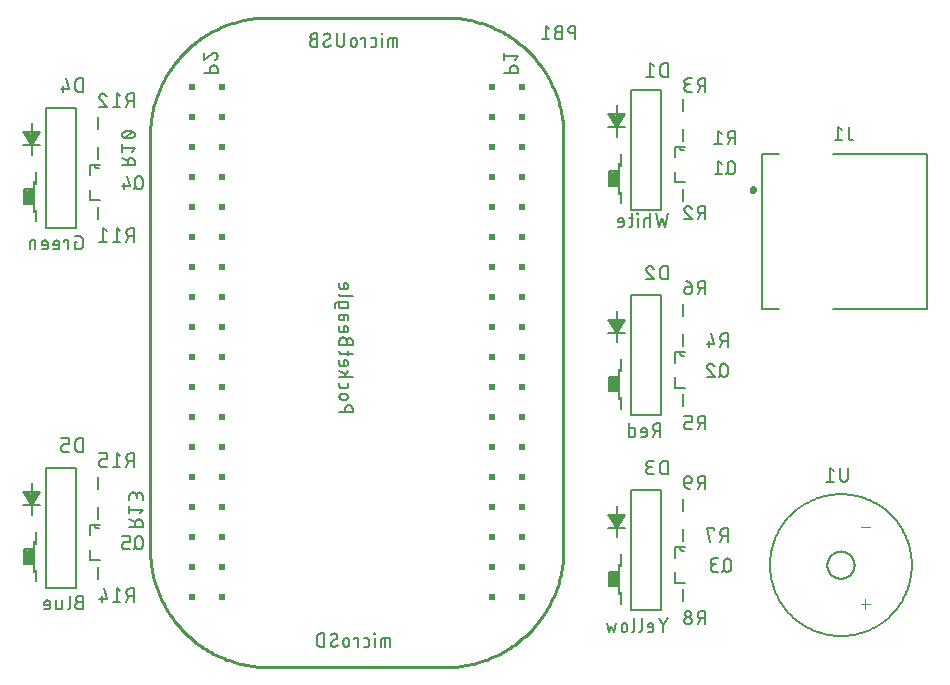
<source format=gbr>
G04 EAGLE Gerber RS-274X export*
G75*
%MOMM*%
%FSLAX34Y34*%
%LPD*%
%INSilkscreen Bottom*%
%IPPOS*%
%AMOC8*
5,1,8,0,0,1.08239X$1,22.5*%
G01*
%ADD10C,0.152400*%
%ADD11R,0.508000X0.508000*%
%ADD12C,0.254000*%
%ADD13C,0.127000*%
%ADD14C,0.101600*%
%ADD15C,0.300000*%


D10*
X102842Y438771D02*
X100979Y438771D01*
X100979Y432562D01*
X104704Y432562D01*
X104802Y432564D01*
X104899Y432570D01*
X104996Y432579D01*
X105093Y432593D01*
X105189Y432610D01*
X105284Y432631D01*
X105378Y432655D01*
X105472Y432684D01*
X105564Y432716D01*
X105655Y432751D01*
X105744Y432790D01*
X105832Y432833D01*
X105918Y432879D01*
X106002Y432928D01*
X106084Y432981D01*
X106164Y433036D01*
X106242Y433095D01*
X106317Y433157D01*
X106390Y433222D01*
X106460Y433290D01*
X106528Y433360D01*
X106593Y433433D01*
X106655Y433508D01*
X106714Y433586D01*
X106769Y433666D01*
X106822Y433748D01*
X106871Y433832D01*
X106917Y433918D01*
X106960Y434006D01*
X106999Y434095D01*
X107034Y434186D01*
X107066Y434278D01*
X107095Y434372D01*
X107119Y434466D01*
X107140Y434561D01*
X107157Y434657D01*
X107171Y434754D01*
X107180Y434851D01*
X107186Y434949D01*
X107188Y435046D01*
X107188Y441254D01*
X107186Y441352D01*
X107180Y441449D01*
X107171Y441546D01*
X107157Y441643D01*
X107140Y441739D01*
X107119Y441834D01*
X107095Y441928D01*
X107066Y442022D01*
X107034Y442114D01*
X106999Y442205D01*
X106960Y442294D01*
X106917Y442382D01*
X106871Y442468D01*
X106822Y442552D01*
X106769Y442634D01*
X106714Y442714D01*
X106655Y442792D01*
X106593Y442867D01*
X106528Y442940D01*
X106460Y443010D01*
X106390Y443078D01*
X106317Y443143D01*
X106242Y443205D01*
X106164Y443264D01*
X106084Y443319D01*
X106002Y443372D01*
X105918Y443421D01*
X105832Y443467D01*
X105744Y443510D01*
X105655Y443549D01*
X105564Y443584D01*
X105472Y443616D01*
X105378Y443645D01*
X105284Y443669D01*
X105189Y443690D01*
X105093Y443707D01*
X104996Y443721D01*
X104899Y443730D01*
X104802Y443736D01*
X104704Y443738D01*
X100979Y443738D01*
X95054Y440013D02*
X95054Y432562D01*
X95054Y440013D02*
X91329Y440013D01*
X91329Y438771D01*
X85655Y432562D02*
X82550Y432562D01*
X85655Y432562D02*
X85739Y432564D01*
X85822Y432570D01*
X85905Y432579D01*
X85988Y432592D01*
X86070Y432609D01*
X86151Y432629D01*
X86231Y432653D01*
X86310Y432681D01*
X86387Y432712D01*
X86463Y432746D01*
X86538Y432784D01*
X86611Y432826D01*
X86681Y432870D01*
X86750Y432918D01*
X86817Y432968D01*
X86881Y433022D01*
X86942Y433078D01*
X87002Y433138D01*
X87058Y433199D01*
X87112Y433263D01*
X87162Y433330D01*
X87210Y433399D01*
X87254Y433469D01*
X87296Y433542D01*
X87334Y433617D01*
X87368Y433693D01*
X87399Y433770D01*
X87427Y433849D01*
X87451Y433929D01*
X87471Y434010D01*
X87488Y434092D01*
X87501Y434175D01*
X87511Y434258D01*
X87516Y434341D01*
X87518Y434425D01*
X87517Y434425D02*
X87517Y437529D01*
X87518Y437529D02*
X87516Y437628D01*
X87510Y437726D01*
X87500Y437825D01*
X87487Y437922D01*
X87469Y438020D01*
X87448Y438116D01*
X87422Y438212D01*
X87393Y438306D01*
X87361Y438399D01*
X87324Y438491D01*
X87284Y438581D01*
X87240Y438670D01*
X87193Y438757D01*
X87143Y438842D01*
X87089Y438924D01*
X87032Y439005D01*
X86972Y439083D01*
X86908Y439159D01*
X86842Y439232D01*
X86773Y439303D01*
X86701Y439371D01*
X86626Y439435D01*
X86549Y439497D01*
X86470Y439556D01*
X86388Y439611D01*
X86304Y439664D01*
X86219Y439712D01*
X86131Y439758D01*
X86041Y439800D01*
X85950Y439838D01*
X85858Y439872D01*
X85764Y439903D01*
X85669Y439930D01*
X85573Y439954D01*
X85476Y439973D01*
X85379Y439989D01*
X85281Y440001D01*
X85182Y440009D01*
X85083Y440013D01*
X84985Y440013D01*
X84886Y440009D01*
X84787Y440001D01*
X84689Y439989D01*
X84592Y439973D01*
X84495Y439954D01*
X84399Y439930D01*
X84304Y439903D01*
X84210Y439872D01*
X84118Y439838D01*
X84027Y439800D01*
X83937Y439758D01*
X83849Y439712D01*
X83764Y439664D01*
X83680Y439611D01*
X83598Y439556D01*
X83519Y439497D01*
X83442Y439435D01*
X83367Y439371D01*
X83295Y439303D01*
X83226Y439232D01*
X83160Y439159D01*
X83096Y439083D01*
X83036Y439005D01*
X82979Y438924D01*
X82925Y438842D01*
X82875Y438757D01*
X82828Y438670D01*
X82784Y438581D01*
X82744Y438491D01*
X82707Y438399D01*
X82675Y438306D01*
X82646Y438212D01*
X82620Y438116D01*
X82599Y438020D01*
X82581Y437922D01*
X82568Y437825D01*
X82558Y437726D01*
X82552Y437628D01*
X82550Y437529D01*
X82550Y436287D01*
X87517Y436287D01*
X75749Y432562D02*
X72644Y432562D01*
X75749Y432562D02*
X75833Y432564D01*
X75916Y432570D01*
X75999Y432579D01*
X76082Y432592D01*
X76164Y432609D01*
X76245Y432629D01*
X76325Y432653D01*
X76404Y432681D01*
X76481Y432712D01*
X76557Y432746D01*
X76632Y432784D01*
X76705Y432826D01*
X76775Y432870D01*
X76844Y432918D01*
X76911Y432968D01*
X76975Y433022D01*
X77036Y433078D01*
X77096Y433138D01*
X77152Y433199D01*
X77206Y433263D01*
X77256Y433330D01*
X77304Y433399D01*
X77348Y433469D01*
X77390Y433542D01*
X77428Y433617D01*
X77462Y433693D01*
X77493Y433770D01*
X77521Y433849D01*
X77545Y433929D01*
X77565Y434010D01*
X77582Y434092D01*
X77595Y434175D01*
X77605Y434258D01*
X77610Y434341D01*
X77612Y434425D01*
X77611Y434425D02*
X77611Y437529D01*
X77612Y437529D02*
X77610Y437628D01*
X77604Y437726D01*
X77594Y437825D01*
X77581Y437922D01*
X77563Y438020D01*
X77542Y438116D01*
X77516Y438212D01*
X77487Y438306D01*
X77455Y438399D01*
X77418Y438491D01*
X77378Y438581D01*
X77334Y438670D01*
X77287Y438757D01*
X77237Y438842D01*
X77183Y438924D01*
X77126Y439005D01*
X77066Y439083D01*
X77002Y439159D01*
X76936Y439232D01*
X76867Y439303D01*
X76795Y439371D01*
X76720Y439435D01*
X76643Y439497D01*
X76564Y439556D01*
X76482Y439611D01*
X76398Y439664D01*
X76313Y439712D01*
X76225Y439758D01*
X76135Y439800D01*
X76044Y439838D01*
X75952Y439872D01*
X75858Y439903D01*
X75763Y439930D01*
X75667Y439954D01*
X75570Y439973D01*
X75473Y439989D01*
X75375Y440001D01*
X75276Y440009D01*
X75177Y440013D01*
X75079Y440013D01*
X74980Y440009D01*
X74881Y440001D01*
X74783Y439989D01*
X74686Y439973D01*
X74589Y439954D01*
X74493Y439930D01*
X74398Y439903D01*
X74304Y439872D01*
X74212Y439838D01*
X74121Y439800D01*
X74031Y439758D01*
X73943Y439712D01*
X73858Y439664D01*
X73774Y439611D01*
X73692Y439556D01*
X73613Y439497D01*
X73536Y439435D01*
X73461Y439371D01*
X73389Y439303D01*
X73320Y439232D01*
X73254Y439159D01*
X73190Y439083D01*
X73130Y439005D01*
X73073Y438924D01*
X73019Y438842D01*
X72969Y438757D01*
X72922Y438670D01*
X72878Y438581D01*
X72838Y438491D01*
X72801Y438399D01*
X72769Y438306D01*
X72740Y438212D01*
X72714Y438116D01*
X72693Y438020D01*
X72675Y437922D01*
X72662Y437825D01*
X72652Y437726D01*
X72646Y437628D01*
X72644Y437529D01*
X72644Y436287D01*
X77611Y436287D01*
X67324Y432562D02*
X67324Y440013D01*
X64220Y440013D01*
X64134Y440011D01*
X64048Y440005D01*
X63963Y439995D01*
X63878Y439981D01*
X63793Y439964D01*
X63710Y439942D01*
X63628Y439916D01*
X63547Y439887D01*
X63468Y439854D01*
X63390Y439818D01*
X63313Y439778D01*
X63239Y439734D01*
X63167Y439687D01*
X63097Y439637D01*
X63030Y439583D01*
X62965Y439527D01*
X62903Y439467D01*
X62843Y439405D01*
X62787Y439340D01*
X62733Y439273D01*
X62683Y439203D01*
X62636Y439131D01*
X62592Y439057D01*
X62552Y438980D01*
X62516Y438903D01*
X62483Y438823D01*
X62454Y438742D01*
X62428Y438660D01*
X62406Y438577D01*
X62389Y438492D01*
X62375Y438407D01*
X62365Y438322D01*
X62359Y438236D01*
X62357Y438150D01*
X62357Y432562D01*
X104084Y133971D02*
X107188Y133971D01*
X104084Y133970D02*
X103973Y133968D01*
X103863Y133962D01*
X103752Y133952D01*
X103642Y133938D01*
X103533Y133921D01*
X103424Y133899D01*
X103316Y133874D01*
X103210Y133844D01*
X103104Y133811D01*
X102999Y133774D01*
X102896Y133734D01*
X102795Y133689D01*
X102695Y133642D01*
X102596Y133590D01*
X102500Y133535D01*
X102406Y133477D01*
X102314Y133416D01*
X102224Y133351D01*
X102136Y133283D01*
X102051Y133212D01*
X101969Y133138D01*
X101889Y133061D01*
X101812Y132981D01*
X101738Y132899D01*
X101667Y132814D01*
X101599Y132726D01*
X101534Y132636D01*
X101473Y132544D01*
X101415Y132450D01*
X101360Y132354D01*
X101308Y132255D01*
X101261Y132155D01*
X101216Y132054D01*
X101176Y131951D01*
X101139Y131846D01*
X101106Y131740D01*
X101076Y131634D01*
X101051Y131526D01*
X101029Y131417D01*
X101012Y131308D01*
X100998Y131198D01*
X100988Y131087D01*
X100982Y130977D01*
X100980Y130866D01*
X100982Y130755D01*
X100988Y130645D01*
X100998Y130534D01*
X101012Y130424D01*
X101029Y130315D01*
X101051Y130206D01*
X101076Y130098D01*
X101106Y129992D01*
X101139Y129886D01*
X101176Y129781D01*
X101216Y129678D01*
X101261Y129577D01*
X101308Y129477D01*
X101360Y129378D01*
X101415Y129282D01*
X101473Y129188D01*
X101534Y129096D01*
X101599Y129006D01*
X101667Y128918D01*
X101738Y128833D01*
X101812Y128751D01*
X101889Y128671D01*
X101969Y128594D01*
X102051Y128520D01*
X102136Y128449D01*
X102224Y128381D01*
X102314Y128316D01*
X102406Y128255D01*
X102500Y128197D01*
X102596Y128142D01*
X102695Y128090D01*
X102795Y128043D01*
X102896Y127998D01*
X102999Y127958D01*
X103104Y127921D01*
X103210Y127888D01*
X103316Y127858D01*
X103424Y127833D01*
X103533Y127811D01*
X103642Y127794D01*
X103752Y127780D01*
X103863Y127770D01*
X103973Y127764D01*
X104084Y127762D01*
X107188Y127762D01*
X107188Y138938D01*
X104084Y138938D01*
X103985Y138936D01*
X103887Y138930D01*
X103788Y138920D01*
X103691Y138907D01*
X103593Y138889D01*
X103497Y138868D01*
X103401Y138842D01*
X103307Y138813D01*
X103214Y138781D01*
X103122Y138744D01*
X103032Y138704D01*
X102943Y138660D01*
X102856Y138613D01*
X102771Y138563D01*
X102689Y138509D01*
X102608Y138452D01*
X102530Y138392D01*
X102454Y138328D01*
X102381Y138262D01*
X102310Y138193D01*
X102242Y138121D01*
X102178Y138046D01*
X102116Y137969D01*
X102057Y137890D01*
X102002Y137808D01*
X101949Y137724D01*
X101901Y137639D01*
X101855Y137551D01*
X101813Y137461D01*
X101775Y137370D01*
X101741Y137278D01*
X101710Y137184D01*
X101683Y137089D01*
X101659Y136993D01*
X101640Y136896D01*
X101624Y136799D01*
X101612Y136701D01*
X101604Y136602D01*
X101600Y136503D01*
X101600Y136405D01*
X101604Y136306D01*
X101612Y136207D01*
X101624Y136109D01*
X101640Y136012D01*
X101659Y135915D01*
X101683Y135819D01*
X101710Y135724D01*
X101741Y135630D01*
X101775Y135538D01*
X101813Y135447D01*
X101855Y135357D01*
X101901Y135269D01*
X101949Y135184D01*
X102002Y135100D01*
X102057Y135018D01*
X102116Y134939D01*
X102178Y134862D01*
X102242Y134787D01*
X102310Y134715D01*
X102381Y134646D01*
X102454Y134580D01*
X102530Y134516D01*
X102608Y134456D01*
X102689Y134399D01*
X102771Y134345D01*
X102856Y134295D01*
X102943Y134248D01*
X103032Y134204D01*
X103122Y134164D01*
X103214Y134127D01*
X103307Y134095D01*
X103401Y134066D01*
X103497Y134040D01*
X103593Y134019D01*
X103691Y134001D01*
X103788Y133988D01*
X103887Y133978D01*
X103985Y133972D01*
X104084Y133970D01*
X96400Y129625D02*
X96400Y138938D01*
X96400Y129625D02*
X96398Y129539D01*
X96392Y129453D01*
X96382Y129368D01*
X96368Y129283D01*
X96351Y129198D01*
X96329Y129115D01*
X96303Y129033D01*
X96274Y128952D01*
X96241Y128873D01*
X96205Y128795D01*
X96165Y128718D01*
X96121Y128644D01*
X96074Y128572D01*
X96024Y128502D01*
X95970Y128435D01*
X95914Y128370D01*
X95854Y128308D01*
X95792Y128248D01*
X95727Y128192D01*
X95660Y128138D01*
X95590Y128088D01*
X95518Y128041D01*
X95444Y127997D01*
X95367Y127957D01*
X95290Y127921D01*
X95210Y127888D01*
X95129Y127859D01*
X95047Y127833D01*
X94964Y127811D01*
X94879Y127794D01*
X94794Y127780D01*
X94709Y127770D01*
X94623Y127764D01*
X94537Y127762D01*
X90015Y129625D02*
X90015Y135213D01*
X90015Y129625D02*
X90013Y129539D01*
X90007Y129453D01*
X89997Y129368D01*
X89983Y129283D01*
X89966Y129198D01*
X89944Y129115D01*
X89918Y129033D01*
X89889Y128952D01*
X89856Y128873D01*
X89820Y128795D01*
X89780Y128718D01*
X89736Y128644D01*
X89689Y128572D01*
X89639Y128502D01*
X89585Y128435D01*
X89529Y128370D01*
X89469Y128308D01*
X89407Y128248D01*
X89342Y128192D01*
X89275Y128138D01*
X89205Y128088D01*
X89133Y128041D01*
X89059Y127997D01*
X88982Y127957D01*
X88905Y127921D01*
X88825Y127888D01*
X88744Y127859D01*
X88662Y127833D01*
X88579Y127811D01*
X88494Y127794D01*
X88409Y127780D01*
X88324Y127770D01*
X88238Y127764D01*
X88152Y127762D01*
X85048Y127762D01*
X85048Y135213D01*
X77865Y127762D02*
X74761Y127762D01*
X77865Y127762D02*
X77949Y127764D01*
X78032Y127770D01*
X78115Y127779D01*
X78198Y127792D01*
X78280Y127809D01*
X78361Y127829D01*
X78441Y127853D01*
X78520Y127881D01*
X78597Y127912D01*
X78673Y127946D01*
X78748Y127984D01*
X78821Y128026D01*
X78891Y128070D01*
X78960Y128118D01*
X79027Y128168D01*
X79091Y128222D01*
X79152Y128278D01*
X79212Y128338D01*
X79268Y128399D01*
X79322Y128463D01*
X79372Y128530D01*
X79420Y128599D01*
X79464Y128669D01*
X79506Y128742D01*
X79544Y128817D01*
X79578Y128893D01*
X79609Y128970D01*
X79637Y129049D01*
X79661Y129129D01*
X79681Y129210D01*
X79698Y129292D01*
X79711Y129375D01*
X79721Y129458D01*
X79726Y129541D01*
X79728Y129625D01*
X79728Y132729D01*
X79726Y132828D01*
X79720Y132926D01*
X79710Y133025D01*
X79697Y133122D01*
X79679Y133220D01*
X79658Y133316D01*
X79632Y133412D01*
X79603Y133506D01*
X79571Y133599D01*
X79534Y133691D01*
X79494Y133781D01*
X79450Y133870D01*
X79403Y133957D01*
X79353Y134042D01*
X79299Y134124D01*
X79242Y134205D01*
X79182Y134283D01*
X79118Y134359D01*
X79052Y134432D01*
X78983Y134503D01*
X78911Y134571D01*
X78836Y134635D01*
X78759Y134697D01*
X78680Y134756D01*
X78598Y134811D01*
X78514Y134864D01*
X78429Y134912D01*
X78341Y134958D01*
X78251Y135000D01*
X78160Y135038D01*
X78068Y135072D01*
X77974Y135103D01*
X77879Y135130D01*
X77783Y135154D01*
X77686Y135173D01*
X77589Y135189D01*
X77491Y135201D01*
X77392Y135209D01*
X77293Y135213D01*
X77195Y135213D01*
X77096Y135209D01*
X76997Y135201D01*
X76899Y135189D01*
X76802Y135173D01*
X76705Y135154D01*
X76609Y135130D01*
X76514Y135103D01*
X76420Y135072D01*
X76328Y135038D01*
X76237Y135000D01*
X76147Y134958D01*
X76059Y134912D01*
X75974Y134864D01*
X75890Y134811D01*
X75808Y134756D01*
X75729Y134697D01*
X75652Y134635D01*
X75577Y134571D01*
X75505Y134503D01*
X75436Y134432D01*
X75370Y134359D01*
X75306Y134283D01*
X75246Y134205D01*
X75189Y134124D01*
X75135Y134042D01*
X75085Y133957D01*
X75038Y133870D01*
X74994Y133781D01*
X74954Y133691D01*
X74917Y133599D01*
X74885Y133506D01*
X74856Y133412D01*
X74830Y133316D01*
X74809Y133220D01*
X74791Y133122D01*
X74778Y133025D01*
X74768Y132926D01*
X74762Y132828D01*
X74760Y132729D01*
X74761Y132729D02*
X74761Y131487D01*
X79728Y131487D01*
X598763Y114610D02*
X602488Y119888D01*
X598763Y114610D02*
X595037Y119888D01*
X598763Y114610D02*
X598763Y108712D01*
X588716Y108712D02*
X585611Y108712D01*
X588716Y108712D02*
X588800Y108714D01*
X588883Y108720D01*
X588966Y108729D01*
X589049Y108742D01*
X589131Y108759D01*
X589212Y108779D01*
X589292Y108803D01*
X589371Y108831D01*
X589448Y108862D01*
X589524Y108896D01*
X589599Y108934D01*
X589672Y108976D01*
X589742Y109020D01*
X589811Y109068D01*
X589878Y109118D01*
X589942Y109172D01*
X590003Y109228D01*
X590063Y109288D01*
X590119Y109349D01*
X590173Y109413D01*
X590223Y109480D01*
X590271Y109549D01*
X590315Y109619D01*
X590357Y109692D01*
X590395Y109767D01*
X590429Y109843D01*
X590460Y109920D01*
X590488Y109999D01*
X590512Y110079D01*
X590532Y110160D01*
X590549Y110242D01*
X590562Y110325D01*
X590572Y110408D01*
X590577Y110491D01*
X590579Y110575D01*
X590578Y110575D02*
X590578Y113679D01*
X590579Y113679D02*
X590577Y113778D01*
X590571Y113876D01*
X590561Y113975D01*
X590548Y114072D01*
X590530Y114170D01*
X590509Y114266D01*
X590483Y114362D01*
X590454Y114456D01*
X590422Y114549D01*
X590385Y114641D01*
X590345Y114731D01*
X590301Y114820D01*
X590254Y114907D01*
X590204Y114992D01*
X590150Y115074D01*
X590093Y115155D01*
X590033Y115233D01*
X589969Y115309D01*
X589903Y115382D01*
X589834Y115453D01*
X589762Y115521D01*
X589687Y115585D01*
X589610Y115647D01*
X589531Y115706D01*
X589449Y115761D01*
X589365Y115814D01*
X589280Y115862D01*
X589192Y115908D01*
X589102Y115950D01*
X589011Y115988D01*
X588919Y116022D01*
X588825Y116053D01*
X588730Y116080D01*
X588634Y116104D01*
X588537Y116123D01*
X588440Y116139D01*
X588342Y116151D01*
X588243Y116159D01*
X588144Y116163D01*
X588046Y116163D01*
X587947Y116159D01*
X587848Y116151D01*
X587750Y116139D01*
X587653Y116123D01*
X587556Y116104D01*
X587460Y116080D01*
X587365Y116053D01*
X587271Y116022D01*
X587179Y115988D01*
X587088Y115950D01*
X586998Y115908D01*
X586910Y115862D01*
X586825Y115814D01*
X586741Y115761D01*
X586659Y115706D01*
X586580Y115647D01*
X586503Y115585D01*
X586428Y115521D01*
X586356Y115453D01*
X586287Y115382D01*
X586221Y115309D01*
X586157Y115233D01*
X586097Y115155D01*
X586040Y115074D01*
X585986Y114992D01*
X585936Y114907D01*
X585889Y114820D01*
X585845Y114731D01*
X585805Y114641D01*
X585768Y114549D01*
X585736Y114456D01*
X585707Y114362D01*
X585681Y114266D01*
X585660Y114170D01*
X585642Y114072D01*
X585629Y113975D01*
X585619Y113876D01*
X585613Y113778D01*
X585611Y113679D01*
X585611Y112437D01*
X590578Y112437D01*
X580581Y110575D02*
X580581Y119888D01*
X580581Y110575D02*
X580579Y110489D01*
X580573Y110403D01*
X580563Y110318D01*
X580549Y110233D01*
X580532Y110148D01*
X580510Y110065D01*
X580484Y109983D01*
X580455Y109902D01*
X580422Y109823D01*
X580386Y109745D01*
X580346Y109668D01*
X580302Y109594D01*
X580255Y109522D01*
X580205Y109452D01*
X580151Y109385D01*
X580095Y109320D01*
X580035Y109258D01*
X579973Y109198D01*
X579908Y109142D01*
X579841Y109088D01*
X579771Y109038D01*
X579699Y108991D01*
X579625Y108947D01*
X579548Y108907D01*
X579471Y108871D01*
X579391Y108838D01*
X579310Y108809D01*
X579228Y108783D01*
X579145Y108761D01*
X579060Y108744D01*
X578975Y108730D01*
X578890Y108720D01*
X578804Y108714D01*
X578718Y108712D01*
X574485Y110575D02*
X574485Y119888D01*
X574485Y110575D02*
X574483Y110489D01*
X574477Y110403D01*
X574467Y110318D01*
X574453Y110233D01*
X574436Y110148D01*
X574414Y110065D01*
X574388Y109983D01*
X574359Y109902D01*
X574326Y109823D01*
X574290Y109745D01*
X574250Y109668D01*
X574206Y109594D01*
X574159Y109522D01*
X574109Y109452D01*
X574055Y109385D01*
X573999Y109320D01*
X573939Y109258D01*
X573877Y109198D01*
X573812Y109142D01*
X573745Y109088D01*
X573675Y109038D01*
X573603Y108991D01*
X573529Y108947D01*
X573452Y108907D01*
X573375Y108871D01*
X573295Y108838D01*
X573214Y108809D01*
X573132Y108783D01*
X573049Y108761D01*
X572964Y108744D01*
X572879Y108730D01*
X572794Y108720D01*
X572708Y108714D01*
X572622Y108712D01*
X568480Y111196D02*
X568480Y113679D01*
X568481Y113679D02*
X568479Y113778D01*
X568473Y113876D01*
X568463Y113975D01*
X568450Y114072D01*
X568432Y114170D01*
X568411Y114266D01*
X568385Y114362D01*
X568356Y114456D01*
X568324Y114549D01*
X568287Y114641D01*
X568247Y114731D01*
X568203Y114820D01*
X568156Y114907D01*
X568106Y114992D01*
X568052Y115074D01*
X567995Y115155D01*
X567935Y115233D01*
X567871Y115309D01*
X567805Y115382D01*
X567736Y115453D01*
X567664Y115521D01*
X567589Y115585D01*
X567512Y115647D01*
X567433Y115706D01*
X567351Y115761D01*
X567267Y115814D01*
X567182Y115862D01*
X567094Y115908D01*
X567004Y115950D01*
X566913Y115988D01*
X566821Y116022D01*
X566727Y116053D01*
X566632Y116080D01*
X566536Y116104D01*
X566439Y116123D01*
X566342Y116139D01*
X566244Y116151D01*
X566145Y116159D01*
X566046Y116163D01*
X565948Y116163D01*
X565849Y116159D01*
X565750Y116151D01*
X565652Y116139D01*
X565555Y116123D01*
X565458Y116104D01*
X565362Y116080D01*
X565267Y116053D01*
X565173Y116022D01*
X565081Y115988D01*
X564990Y115950D01*
X564900Y115908D01*
X564812Y115862D01*
X564727Y115814D01*
X564643Y115761D01*
X564561Y115706D01*
X564482Y115647D01*
X564405Y115585D01*
X564330Y115521D01*
X564258Y115453D01*
X564189Y115382D01*
X564123Y115309D01*
X564059Y115233D01*
X563999Y115155D01*
X563942Y115074D01*
X563888Y114992D01*
X563838Y114907D01*
X563791Y114820D01*
X563747Y114731D01*
X563707Y114641D01*
X563670Y114549D01*
X563638Y114456D01*
X563609Y114362D01*
X563583Y114266D01*
X563562Y114170D01*
X563544Y114072D01*
X563531Y113975D01*
X563521Y113876D01*
X563515Y113778D01*
X563513Y113679D01*
X563513Y111196D01*
X563515Y111097D01*
X563521Y110999D01*
X563531Y110900D01*
X563544Y110803D01*
X563562Y110705D01*
X563583Y110609D01*
X563609Y110513D01*
X563638Y110419D01*
X563670Y110326D01*
X563707Y110234D01*
X563747Y110144D01*
X563791Y110055D01*
X563838Y109968D01*
X563888Y109883D01*
X563942Y109801D01*
X563999Y109720D01*
X564059Y109642D01*
X564123Y109566D01*
X564189Y109493D01*
X564258Y109422D01*
X564330Y109354D01*
X564405Y109290D01*
X564482Y109228D01*
X564561Y109169D01*
X564643Y109114D01*
X564727Y109061D01*
X564812Y109013D01*
X564900Y108967D01*
X564990Y108925D01*
X565081Y108887D01*
X565173Y108853D01*
X565267Y108822D01*
X565362Y108795D01*
X565458Y108771D01*
X565555Y108752D01*
X565652Y108736D01*
X565750Y108724D01*
X565849Y108716D01*
X565948Y108712D01*
X566046Y108712D01*
X566145Y108716D01*
X566244Y108724D01*
X566342Y108736D01*
X566439Y108752D01*
X566536Y108771D01*
X566632Y108795D01*
X566727Y108822D01*
X566821Y108853D01*
X566913Y108887D01*
X567004Y108925D01*
X567094Y108967D01*
X567182Y109013D01*
X567267Y109061D01*
X567351Y109114D01*
X567433Y109169D01*
X567512Y109228D01*
X567589Y109290D01*
X567664Y109354D01*
X567736Y109422D01*
X567805Y109493D01*
X567871Y109566D01*
X567935Y109642D01*
X567995Y109720D01*
X568052Y109801D01*
X568106Y109883D01*
X568156Y109968D01*
X568203Y110055D01*
X568247Y110144D01*
X568287Y110234D01*
X568324Y110326D01*
X568356Y110419D01*
X568385Y110513D01*
X568411Y110609D01*
X568432Y110705D01*
X568450Y110803D01*
X568463Y110900D01*
X568473Y110999D01*
X568479Y111097D01*
X568481Y111196D01*
X558673Y116163D02*
X556811Y108712D01*
X554948Y113679D01*
X553085Y108712D01*
X551223Y116163D01*
X596138Y273812D02*
X596138Y284988D01*
X593034Y284988D01*
X592923Y284986D01*
X592813Y284980D01*
X592702Y284970D01*
X592592Y284956D01*
X592483Y284939D01*
X592374Y284917D01*
X592266Y284892D01*
X592160Y284862D01*
X592054Y284829D01*
X591949Y284792D01*
X591846Y284752D01*
X591745Y284707D01*
X591645Y284660D01*
X591546Y284608D01*
X591450Y284553D01*
X591356Y284495D01*
X591264Y284434D01*
X591174Y284369D01*
X591086Y284301D01*
X591001Y284230D01*
X590919Y284156D01*
X590839Y284079D01*
X590762Y283999D01*
X590688Y283917D01*
X590617Y283832D01*
X590549Y283744D01*
X590484Y283654D01*
X590423Y283562D01*
X590365Y283468D01*
X590310Y283372D01*
X590258Y283273D01*
X590211Y283173D01*
X590166Y283072D01*
X590126Y282969D01*
X590089Y282864D01*
X590056Y282758D01*
X590026Y282652D01*
X590001Y282544D01*
X589979Y282435D01*
X589962Y282326D01*
X589948Y282216D01*
X589938Y282105D01*
X589932Y281995D01*
X589930Y281884D01*
X589932Y281773D01*
X589938Y281663D01*
X589948Y281552D01*
X589962Y281442D01*
X589979Y281333D01*
X590001Y281224D01*
X590026Y281116D01*
X590056Y281010D01*
X590089Y280904D01*
X590126Y280799D01*
X590166Y280696D01*
X590211Y280595D01*
X590258Y280495D01*
X590310Y280396D01*
X590365Y280300D01*
X590423Y280206D01*
X590484Y280114D01*
X590549Y280024D01*
X590617Y279936D01*
X590688Y279851D01*
X590762Y279769D01*
X590839Y279689D01*
X590919Y279612D01*
X591001Y279538D01*
X591086Y279467D01*
X591174Y279399D01*
X591264Y279334D01*
X591356Y279273D01*
X591450Y279215D01*
X591546Y279160D01*
X591645Y279108D01*
X591745Y279061D01*
X591846Y279016D01*
X591949Y278976D01*
X592054Y278939D01*
X592160Y278906D01*
X592266Y278876D01*
X592374Y278851D01*
X592483Y278829D01*
X592592Y278812D01*
X592702Y278798D01*
X592813Y278788D01*
X592923Y278782D01*
X593034Y278780D01*
X593034Y278779D02*
X596138Y278779D01*
X592413Y278779D02*
X589929Y273812D01*
X583079Y273812D02*
X579974Y273812D01*
X583079Y273812D02*
X583163Y273814D01*
X583246Y273820D01*
X583329Y273829D01*
X583412Y273842D01*
X583494Y273859D01*
X583575Y273879D01*
X583655Y273903D01*
X583734Y273931D01*
X583811Y273962D01*
X583887Y273996D01*
X583962Y274034D01*
X584035Y274076D01*
X584105Y274120D01*
X584174Y274168D01*
X584241Y274218D01*
X584305Y274272D01*
X584366Y274328D01*
X584426Y274388D01*
X584482Y274449D01*
X584536Y274513D01*
X584586Y274580D01*
X584634Y274649D01*
X584678Y274719D01*
X584720Y274792D01*
X584758Y274867D01*
X584792Y274943D01*
X584823Y275020D01*
X584851Y275099D01*
X584875Y275179D01*
X584895Y275260D01*
X584912Y275342D01*
X584925Y275425D01*
X584935Y275508D01*
X584940Y275591D01*
X584942Y275675D01*
X584941Y275675D02*
X584941Y278779D01*
X584942Y278779D02*
X584940Y278878D01*
X584934Y278976D01*
X584924Y279075D01*
X584911Y279172D01*
X584893Y279270D01*
X584872Y279366D01*
X584846Y279462D01*
X584817Y279556D01*
X584785Y279649D01*
X584748Y279741D01*
X584708Y279831D01*
X584664Y279920D01*
X584617Y280007D01*
X584567Y280092D01*
X584513Y280174D01*
X584456Y280255D01*
X584396Y280333D01*
X584332Y280409D01*
X584266Y280482D01*
X584197Y280553D01*
X584125Y280621D01*
X584050Y280685D01*
X583973Y280747D01*
X583894Y280806D01*
X583812Y280861D01*
X583728Y280914D01*
X583643Y280962D01*
X583555Y281008D01*
X583465Y281050D01*
X583374Y281088D01*
X583282Y281122D01*
X583188Y281153D01*
X583093Y281180D01*
X582997Y281204D01*
X582900Y281223D01*
X582803Y281239D01*
X582705Y281251D01*
X582606Y281259D01*
X582507Y281263D01*
X582409Y281263D01*
X582310Y281259D01*
X582211Y281251D01*
X582113Y281239D01*
X582016Y281223D01*
X581919Y281204D01*
X581823Y281180D01*
X581728Y281153D01*
X581634Y281122D01*
X581542Y281088D01*
X581451Y281050D01*
X581361Y281008D01*
X581273Y280962D01*
X581188Y280914D01*
X581104Y280861D01*
X581022Y280806D01*
X580943Y280747D01*
X580866Y280685D01*
X580791Y280621D01*
X580719Y280553D01*
X580650Y280482D01*
X580584Y280409D01*
X580520Y280333D01*
X580460Y280255D01*
X580403Y280174D01*
X580349Y280092D01*
X580299Y280007D01*
X580252Y279920D01*
X580208Y279831D01*
X580168Y279741D01*
X580131Y279649D01*
X580099Y279556D01*
X580070Y279462D01*
X580044Y279366D01*
X580023Y279270D01*
X580005Y279172D01*
X579992Y279075D01*
X579982Y278976D01*
X579976Y278878D01*
X579974Y278779D01*
X579974Y277537D01*
X584941Y277537D01*
X570142Y273812D02*
X570142Y284988D01*
X570142Y273812D02*
X573246Y273812D01*
X573330Y273814D01*
X573413Y273820D01*
X573496Y273829D01*
X573579Y273842D01*
X573661Y273859D01*
X573742Y273879D01*
X573822Y273903D01*
X573901Y273931D01*
X573978Y273962D01*
X574054Y273996D01*
X574129Y274034D01*
X574202Y274076D01*
X574272Y274120D01*
X574341Y274168D01*
X574408Y274218D01*
X574472Y274272D01*
X574533Y274328D01*
X574593Y274388D01*
X574649Y274449D01*
X574703Y274513D01*
X574753Y274580D01*
X574801Y274649D01*
X574845Y274719D01*
X574887Y274792D01*
X574925Y274867D01*
X574959Y274943D01*
X574990Y275020D01*
X575018Y275099D01*
X575042Y275179D01*
X575062Y275260D01*
X575079Y275342D01*
X575092Y275425D01*
X575102Y275508D01*
X575107Y275591D01*
X575109Y275675D01*
X575109Y279400D01*
X575107Y279484D01*
X575102Y279567D01*
X575092Y279650D01*
X575079Y279733D01*
X575062Y279815D01*
X575042Y279896D01*
X575018Y279976D01*
X574990Y280055D01*
X574959Y280132D01*
X574925Y280208D01*
X574887Y280283D01*
X574845Y280356D01*
X574801Y280426D01*
X574753Y280495D01*
X574703Y280562D01*
X574649Y280626D01*
X574593Y280687D01*
X574533Y280747D01*
X574472Y280803D01*
X574408Y280857D01*
X574341Y280907D01*
X574272Y280955D01*
X574202Y280999D01*
X574129Y281041D01*
X574054Y281079D01*
X573978Y281113D01*
X573901Y281144D01*
X573822Y281172D01*
X573742Y281196D01*
X573661Y281216D01*
X573579Y281233D01*
X573496Y281246D01*
X573413Y281256D01*
X573330Y281261D01*
X573246Y281263D01*
X570142Y281263D01*
X600004Y451612D02*
X602488Y462788D01*
X597521Y459063D02*
X600004Y451612D01*
X595037Y451612D02*
X597521Y459063D01*
X592554Y462788D02*
X595037Y451612D01*
X587431Y451612D02*
X587431Y462788D01*
X587431Y459063D02*
X584327Y459063D01*
X584241Y459061D01*
X584155Y459055D01*
X584070Y459045D01*
X583985Y459031D01*
X583900Y459014D01*
X583817Y458992D01*
X583735Y458966D01*
X583654Y458937D01*
X583575Y458904D01*
X583497Y458868D01*
X583420Y458828D01*
X583346Y458784D01*
X583274Y458737D01*
X583204Y458687D01*
X583137Y458633D01*
X583072Y458577D01*
X583010Y458517D01*
X582950Y458455D01*
X582894Y458390D01*
X582840Y458323D01*
X582790Y458253D01*
X582743Y458181D01*
X582699Y458107D01*
X582659Y458030D01*
X582623Y457953D01*
X582590Y457873D01*
X582561Y457792D01*
X582535Y457710D01*
X582513Y457627D01*
X582496Y457542D01*
X582482Y457457D01*
X582472Y457372D01*
X582466Y457286D01*
X582464Y457200D01*
X582464Y451612D01*
X577328Y451612D02*
X577328Y459063D01*
X577638Y462167D02*
X577638Y462788D01*
X577018Y462788D01*
X577018Y462167D01*
X577638Y462167D01*
X573591Y459063D02*
X569866Y459063D01*
X572349Y462788D02*
X572349Y453475D01*
X572350Y453475D02*
X572348Y453391D01*
X572342Y453308D01*
X572333Y453225D01*
X572320Y453142D01*
X572303Y453060D01*
X572283Y452979D01*
X572259Y452899D01*
X572231Y452820D01*
X572200Y452743D01*
X572166Y452667D01*
X572128Y452592D01*
X572086Y452519D01*
X572042Y452449D01*
X571994Y452380D01*
X571944Y452313D01*
X571890Y452249D01*
X571834Y452188D01*
X571774Y452128D01*
X571713Y452072D01*
X571649Y452018D01*
X571582Y451968D01*
X571513Y451920D01*
X571443Y451876D01*
X571370Y451834D01*
X571295Y451796D01*
X571219Y451762D01*
X571142Y451731D01*
X571063Y451703D01*
X570983Y451679D01*
X570902Y451659D01*
X570820Y451642D01*
X570737Y451629D01*
X570654Y451619D01*
X570571Y451614D01*
X570487Y451612D01*
X569866Y451612D01*
X563471Y451612D02*
X560366Y451612D01*
X563471Y451612D02*
X563555Y451614D01*
X563638Y451620D01*
X563721Y451629D01*
X563804Y451642D01*
X563886Y451659D01*
X563967Y451679D01*
X564047Y451703D01*
X564126Y451731D01*
X564203Y451762D01*
X564279Y451796D01*
X564354Y451834D01*
X564427Y451876D01*
X564497Y451920D01*
X564566Y451968D01*
X564633Y452018D01*
X564697Y452072D01*
X564758Y452128D01*
X564818Y452188D01*
X564874Y452249D01*
X564928Y452313D01*
X564978Y452380D01*
X565026Y452449D01*
X565070Y452519D01*
X565112Y452592D01*
X565150Y452667D01*
X565184Y452743D01*
X565215Y452820D01*
X565243Y452899D01*
X565267Y452979D01*
X565287Y453060D01*
X565304Y453142D01*
X565317Y453225D01*
X565327Y453308D01*
X565332Y453391D01*
X565334Y453475D01*
X565334Y456579D01*
X565332Y456678D01*
X565326Y456776D01*
X565316Y456875D01*
X565303Y456972D01*
X565285Y457070D01*
X565264Y457166D01*
X565238Y457262D01*
X565209Y457356D01*
X565177Y457449D01*
X565140Y457541D01*
X565100Y457631D01*
X565056Y457720D01*
X565009Y457807D01*
X564959Y457892D01*
X564905Y457974D01*
X564848Y458055D01*
X564788Y458133D01*
X564724Y458209D01*
X564658Y458282D01*
X564589Y458353D01*
X564517Y458421D01*
X564442Y458485D01*
X564365Y458547D01*
X564286Y458606D01*
X564204Y458661D01*
X564120Y458714D01*
X564035Y458762D01*
X563947Y458808D01*
X563857Y458850D01*
X563766Y458888D01*
X563674Y458922D01*
X563580Y458953D01*
X563485Y458980D01*
X563389Y459004D01*
X563292Y459023D01*
X563195Y459039D01*
X563097Y459051D01*
X562998Y459059D01*
X562899Y459063D01*
X562801Y459063D01*
X562702Y459059D01*
X562603Y459051D01*
X562505Y459039D01*
X562408Y459023D01*
X562311Y459004D01*
X562215Y458980D01*
X562120Y458953D01*
X562026Y458922D01*
X561934Y458888D01*
X561843Y458850D01*
X561753Y458808D01*
X561665Y458762D01*
X561580Y458714D01*
X561496Y458661D01*
X561414Y458606D01*
X561335Y458547D01*
X561258Y458485D01*
X561183Y458421D01*
X561111Y458353D01*
X561042Y458282D01*
X560976Y458209D01*
X560912Y458133D01*
X560852Y458055D01*
X560795Y457974D01*
X560741Y457892D01*
X560691Y457807D01*
X560644Y457720D01*
X560600Y457631D01*
X560560Y457541D01*
X560523Y457449D01*
X560491Y457356D01*
X560462Y457262D01*
X560436Y457166D01*
X560415Y457070D01*
X560397Y456972D01*
X560384Y456875D01*
X560374Y456776D01*
X560368Y456678D01*
X560366Y456579D01*
X560366Y455337D01*
X565334Y455337D01*
D11*
X479050Y569550D03*
X453650Y569550D03*
X453650Y544150D03*
X479050Y544150D03*
X453650Y518750D03*
X479050Y518750D03*
X453650Y493350D03*
X453650Y467950D03*
X453650Y442550D03*
X479050Y493350D03*
X479050Y467950D03*
X479050Y442550D03*
X453650Y417150D03*
X479050Y417150D03*
X453650Y391750D03*
X479050Y391750D03*
X453650Y366350D03*
X479050Y366350D03*
X453650Y340950D03*
X479050Y340950D03*
X453650Y315550D03*
X479050Y315550D03*
X453650Y290150D03*
X479050Y290150D03*
X453650Y264750D03*
X479050Y264750D03*
X453650Y239350D03*
X479050Y239350D03*
X453650Y213950D03*
X479050Y213950D03*
X453650Y188550D03*
X479050Y188550D03*
X453650Y163150D03*
X479050Y163150D03*
X453650Y137750D03*
X479050Y137750D03*
X225050Y569550D03*
X199650Y569550D03*
X199650Y544150D03*
X225050Y544150D03*
X199650Y518750D03*
X225050Y518750D03*
X199650Y493350D03*
X199650Y467950D03*
X199650Y442550D03*
X225050Y493350D03*
X225050Y467950D03*
X225050Y442550D03*
X199650Y417150D03*
X225050Y417150D03*
X199650Y391750D03*
X225050Y391750D03*
X199650Y366350D03*
X225050Y366350D03*
X199650Y340950D03*
X225050Y340950D03*
X199650Y315550D03*
X225050Y315550D03*
X199650Y290150D03*
X225050Y290150D03*
X199650Y264750D03*
X225050Y264750D03*
X199650Y239350D03*
X225050Y239350D03*
X199650Y213950D03*
X225050Y213950D03*
X199650Y188550D03*
X225050Y188550D03*
X199650Y163150D03*
X225050Y163150D03*
X199650Y137750D03*
X225050Y137750D03*
D12*
X164350Y178650D02*
X164350Y528650D01*
X164379Y531066D01*
X164467Y533481D01*
X164613Y535893D01*
X164817Y538301D01*
X165079Y540704D01*
X165399Y543099D01*
X165777Y545486D01*
X166213Y547863D01*
X166706Y550228D01*
X167256Y552582D01*
X167862Y554921D01*
X168525Y557245D01*
X169244Y559552D01*
X170019Y561841D01*
X170848Y564110D01*
X171733Y566359D01*
X172671Y568586D01*
X173663Y570790D01*
X174707Y572969D01*
X175804Y575122D01*
X176953Y577248D01*
X178153Y579346D01*
X179403Y581414D01*
X180703Y583451D01*
X182052Y585456D01*
X183448Y587429D01*
X184892Y589366D01*
X186383Y591269D01*
X187918Y593134D01*
X189499Y594962D01*
X191123Y596752D01*
X192790Y598501D01*
X194499Y600210D01*
X196248Y601877D01*
X198038Y603501D01*
X199866Y605082D01*
X201731Y606617D01*
X203634Y608108D01*
X205571Y609552D01*
X207544Y610948D01*
X209549Y612297D01*
X211586Y613597D01*
X213654Y614847D01*
X215752Y616047D01*
X217878Y617196D01*
X220031Y618293D01*
X222210Y619337D01*
X224414Y620329D01*
X226641Y621267D01*
X228890Y622152D01*
X231159Y622981D01*
X233448Y623756D01*
X235755Y624475D01*
X238079Y625138D01*
X240418Y625744D01*
X242772Y626294D01*
X245137Y626787D01*
X247514Y627223D01*
X249901Y627601D01*
X252296Y627921D01*
X254699Y628183D01*
X257107Y628387D01*
X259519Y628533D01*
X261934Y628621D01*
X264350Y628650D01*
X414350Y628650D01*
X416766Y628621D01*
X419181Y628533D01*
X421593Y628387D01*
X424001Y628183D01*
X426404Y627921D01*
X428799Y627601D01*
X431186Y627223D01*
X433563Y626787D01*
X435928Y626294D01*
X438282Y625744D01*
X440621Y625138D01*
X442945Y624475D01*
X445252Y623756D01*
X447541Y622981D01*
X449810Y622152D01*
X452059Y621267D01*
X454286Y620329D01*
X456490Y619337D01*
X458669Y618293D01*
X460822Y617196D01*
X462948Y616047D01*
X465046Y614847D01*
X467114Y613597D01*
X469151Y612297D01*
X471156Y610948D01*
X473129Y609552D01*
X475066Y608108D01*
X476969Y606617D01*
X478834Y605082D01*
X480662Y603501D01*
X482452Y601877D01*
X484201Y600210D01*
X485910Y598501D01*
X487577Y596752D01*
X489201Y594962D01*
X490782Y593134D01*
X492317Y591269D01*
X493808Y589366D01*
X495252Y587429D01*
X496648Y585456D01*
X497997Y583451D01*
X499297Y581414D01*
X500547Y579346D01*
X501747Y577248D01*
X502896Y575122D01*
X503993Y572969D01*
X505037Y570790D01*
X506029Y568586D01*
X506967Y566359D01*
X507852Y564110D01*
X508681Y561841D01*
X509456Y559552D01*
X510175Y557245D01*
X510838Y554921D01*
X511444Y552582D01*
X511994Y550228D01*
X512487Y547863D01*
X512923Y545486D01*
X513301Y543099D01*
X513621Y540704D01*
X513883Y538301D01*
X514087Y535893D01*
X514233Y533481D01*
X514321Y531066D01*
X514350Y528650D01*
X514350Y178650D01*
X514321Y176234D01*
X514233Y173819D01*
X514087Y171407D01*
X513883Y168999D01*
X513621Y166596D01*
X513301Y164201D01*
X512923Y161814D01*
X512487Y159437D01*
X511994Y157072D01*
X511444Y154718D01*
X510838Y152379D01*
X510175Y150055D01*
X509456Y147748D01*
X508681Y145459D01*
X507852Y143190D01*
X506967Y140941D01*
X506029Y138714D01*
X505037Y136510D01*
X503993Y134331D01*
X502896Y132178D01*
X501747Y130052D01*
X500547Y127954D01*
X499297Y125886D01*
X497997Y123849D01*
X496648Y121844D01*
X495252Y119871D01*
X493808Y117934D01*
X492317Y116031D01*
X490782Y114166D01*
X489201Y112338D01*
X487577Y110548D01*
X485910Y108799D01*
X484201Y107090D01*
X482452Y105423D01*
X480662Y103799D01*
X478834Y102218D01*
X476969Y100683D01*
X475066Y99192D01*
X473129Y97748D01*
X471156Y96352D01*
X469151Y95003D01*
X467114Y93703D01*
X465046Y92453D01*
X462948Y91253D01*
X460822Y90104D01*
X458669Y89007D01*
X456490Y87963D01*
X454286Y86971D01*
X452059Y86033D01*
X449810Y85148D01*
X447541Y84319D01*
X445252Y83544D01*
X442945Y82825D01*
X440621Y82162D01*
X438282Y81556D01*
X435928Y81006D01*
X433563Y80513D01*
X431186Y80077D01*
X428799Y79699D01*
X426404Y79379D01*
X424001Y79117D01*
X421593Y78913D01*
X419181Y78767D01*
X416766Y78679D01*
X414350Y78650D01*
X264350Y78650D01*
X261934Y78679D01*
X259519Y78767D01*
X257107Y78913D01*
X254699Y79117D01*
X252296Y79379D01*
X249901Y79699D01*
X247514Y80077D01*
X245137Y80513D01*
X242772Y81006D01*
X240418Y81556D01*
X238079Y82162D01*
X235755Y82825D01*
X233448Y83544D01*
X231159Y84319D01*
X228890Y85148D01*
X226641Y86033D01*
X224414Y86971D01*
X222210Y87963D01*
X220031Y89007D01*
X217878Y90104D01*
X215752Y91253D01*
X213654Y92453D01*
X211586Y93703D01*
X209549Y95003D01*
X207544Y96352D01*
X205571Y97748D01*
X203634Y99192D01*
X201731Y100683D01*
X199866Y102218D01*
X198038Y103799D01*
X196248Y105423D01*
X194499Y107090D01*
X192790Y108799D01*
X191123Y110548D01*
X189499Y112338D01*
X187918Y114166D01*
X186383Y116031D01*
X184892Y117934D01*
X183448Y119871D01*
X182052Y121844D01*
X180703Y123849D01*
X179403Y125886D01*
X178153Y127954D01*
X176953Y130052D01*
X175804Y132178D01*
X174707Y134331D01*
X173663Y136510D01*
X172671Y138714D01*
X171733Y140941D01*
X170848Y143190D01*
X170019Y145459D01*
X169244Y147748D01*
X168525Y150055D01*
X167862Y152379D01*
X167256Y154718D01*
X166706Y157072D01*
X166213Y159437D01*
X165777Y161814D01*
X165399Y164201D01*
X165079Y166596D01*
X164817Y168999D01*
X164613Y171407D01*
X164467Y173819D01*
X164379Y176234D01*
X164350Y178650D01*
D10*
X324612Y294556D02*
X335788Y294556D01*
X335788Y297660D01*
X335786Y297771D01*
X335780Y297881D01*
X335770Y297992D01*
X335756Y298102D01*
X335739Y298211D01*
X335717Y298320D01*
X335692Y298428D01*
X335662Y298534D01*
X335629Y298640D01*
X335592Y298745D01*
X335552Y298848D01*
X335507Y298949D01*
X335460Y299049D01*
X335408Y299148D01*
X335353Y299244D01*
X335295Y299338D01*
X335234Y299430D01*
X335169Y299520D01*
X335101Y299608D01*
X335030Y299693D01*
X334956Y299775D01*
X334879Y299855D01*
X334799Y299932D01*
X334717Y300006D01*
X334632Y300077D01*
X334544Y300145D01*
X334454Y300210D01*
X334362Y300271D01*
X334268Y300329D01*
X334172Y300384D01*
X334073Y300436D01*
X333973Y300483D01*
X333872Y300528D01*
X333769Y300568D01*
X333664Y300605D01*
X333558Y300638D01*
X333452Y300668D01*
X333344Y300693D01*
X333235Y300715D01*
X333126Y300732D01*
X333016Y300746D01*
X332905Y300756D01*
X332795Y300762D01*
X332684Y300764D01*
X332573Y300762D01*
X332463Y300756D01*
X332352Y300746D01*
X332242Y300732D01*
X332133Y300715D01*
X332024Y300693D01*
X331916Y300668D01*
X331810Y300638D01*
X331704Y300605D01*
X331599Y300568D01*
X331496Y300528D01*
X331395Y300483D01*
X331295Y300436D01*
X331196Y300384D01*
X331100Y300329D01*
X331006Y300271D01*
X330914Y300210D01*
X330824Y300145D01*
X330736Y300077D01*
X330651Y300006D01*
X330569Y299932D01*
X330489Y299855D01*
X330412Y299775D01*
X330338Y299693D01*
X330267Y299608D01*
X330199Y299520D01*
X330134Y299430D01*
X330073Y299338D01*
X330015Y299244D01*
X329960Y299148D01*
X329908Y299049D01*
X329861Y298949D01*
X329816Y298848D01*
X329776Y298745D01*
X329739Y298640D01*
X329706Y298534D01*
X329676Y298428D01*
X329651Y298320D01*
X329629Y298211D01*
X329612Y298102D01*
X329598Y297992D01*
X329588Y297881D01*
X329582Y297771D01*
X329580Y297660D01*
X329579Y297660D02*
X329579Y294556D01*
X329579Y305252D02*
X327096Y305252D01*
X329579Y305251D02*
X329678Y305253D01*
X329776Y305259D01*
X329875Y305269D01*
X329972Y305282D01*
X330070Y305300D01*
X330166Y305321D01*
X330262Y305347D01*
X330356Y305376D01*
X330449Y305408D01*
X330541Y305445D01*
X330631Y305485D01*
X330720Y305529D01*
X330807Y305576D01*
X330892Y305626D01*
X330974Y305680D01*
X331055Y305737D01*
X331133Y305797D01*
X331209Y305861D01*
X331282Y305927D01*
X331353Y305996D01*
X331421Y306068D01*
X331485Y306143D01*
X331547Y306220D01*
X331606Y306299D01*
X331661Y306381D01*
X331714Y306465D01*
X331762Y306550D01*
X331808Y306638D01*
X331850Y306728D01*
X331888Y306819D01*
X331922Y306911D01*
X331953Y307005D01*
X331980Y307100D01*
X332004Y307196D01*
X332023Y307293D01*
X332039Y307390D01*
X332051Y307488D01*
X332059Y307587D01*
X332063Y307686D01*
X332063Y307784D01*
X332059Y307883D01*
X332051Y307982D01*
X332039Y308080D01*
X332023Y308177D01*
X332004Y308274D01*
X331980Y308370D01*
X331953Y308465D01*
X331922Y308559D01*
X331888Y308651D01*
X331850Y308742D01*
X331808Y308832D01*
X331762Y308920D01*
X331714Y309005D01*
X331661Y309089D01*
X331606Y309171D01*
X331547Y309250D01*
X331485Y309327D01*
X331421Y309402D01*
X331353Y309474D01*
X331282Y309543D01*
X331209Y309609D01*
X331133Y309673D01*
X331055Y309733D01*
X330974Y309790D01*
X330892Y309844D01*
X330807Y309894D01*
X330720Y309941D01*
X330631Y309985D01*
X330541Y310025D01*
X330449Y310062D01*
X330356Y310094D01*
X330262Y310123D01*
X330166Y310149D01*
X330070Y310170D01*
X329972Y310188D01*
X329875Y310201D01*
X329776Y310211D01*
X329678Y310217D01*
X329579Y310219D01*
X327096Y310219D01*
X326997Y310217D01*
X326899Y310211D01*
X326800Y310201D01*
X326703Y310188D01*
X326605Y310170D01*
X326509Y310149D01*
X326413Y310123D01*
X326319Y310094D01*
X326226Y310062D01*
X326134Y310025D01*
X326044Y309985D01*
X325955Y309941D01*
X325868Y309894D01*
X325783Y309844D01*
X325701Y309790D01*
X325620Y309733D01*
X325542Y309673D01*
X325466Y309609D01*
X325393Y309543D01*
X325322Y309474D01*
X325254Y309402D01*
X325190Y309327D01*
X325128Y309250D01*
X325069Y309171D01*
X325014Y309089D01*
X324961Y309005D01*
X324913Y308920D01*
X324867Y308832D01*
X324825Y308742D01*
X324787Y308651D01*
X324753Y308559D01*
X324722Y308465D01*
X324695Y308370D01*
X324671Y308274D01*
X324652Y308177D01*
X324636Y308080D01*
X324624Y307982D01*
X324616Y307883D01*
X324612Y307784D01*
X324612Y307686D01*
X324616Y307587D01*
X324624Y307488D01*
X324636Y307390D01*
X324652Y307293D01*
X324671Y307196D01*
X324695Y307100D01*
X324722Y307005D01*
X324753Y306911D01*
X324787Y306819D01*
X324825Y306728D01*
X324867Y306638D01*
X324913Y306550D01*
X324961Y306465D01*
X325014Y306381D01*
X325069Y306299D01*
X325128Y306220D01*
X325190Y306143D01*
X325254Y306068D01*
X325322Y305996D01*
X325393Y305927D01*
X325466Y305861D01*
X325542Y305797D01*
X325620Y305737D01*
X325701Y305680D01*
X325783Y305626D01*
X325868Y305576D01*
X325955Y305529D01*
X326044Y305485D01*
X326134Y305445D01*
X326226Y305408D01*
X326319Y305376D01*
X326413Y305347D01*
X326509Y305321D01*
X326605Y305300D01*
X326703Y305282D01*
X326800Y305269D01*
X326899Y305259D01*
X326997Y305253D01*
X327096Y305251D01*
X324612Y317037D02*
X324612Y319520D01*
X324612Y317037D02*
X324614Y316953D01*
X324619Y316870D01*
X324629Y316787D01*
X324642Y316704D01*
X324659Y316622D01*
X324679Y316541D01*
X324703Y316461D01*
X324731Y316382D01*
X324762Y316305D01*
X324796Y316229D01*
X324834Y316154D01*
X324876Y316081D01*
X324920Y316011D01*
X324968Y315942D01*
X325018Y315875D01*
X325072Y315811D01*
X325128Y315750D01*
X325188Y315690D01*
X325249Y315634D01*
X325313Y315580D01*
X325380Y315530D01*
X325449Y315482D01*
X325519Y315438D01*
X325592Y315396D01*
X325667Y315358D01*
X325743Y315324D01*
X325820Y315293D01*
X325899Y315265D01*
X325979Y315241D01*
X326060Y315221D01*
X326142Y315204D01*
X326225Y315191D01*
X326308Y315181D01*
X326391Y315176D01*
X326475Y315174D01*
X330200Y315174D01*
X330284Y315176D01*
X330367Y315182D01*
X330450Y315191D01*
X330533Y315204D01*
X330615Y315221D01*
X330696Y315241D01*
X330776Y315265D01*
X330855Y315293D01*
X330932Y315324D01*
X331008Y315358D01*
X331083Y315396D01*
X331156Y315438D01*
X331226Y315482D01*
X331295Y315530D01*
X331362Y315580D01*
X331426Y315634D01*
X331487Y315690D01*
X331547Y315750D01*
X331603Y315811D01*
X331657Y315875D01*
X331707Y315942D01*
X331755Y316011D01*
X331799Y316081D01*
X331841Y316154D01*
X331879Y316229D01*
X331913Y316305D01*
X331944Y316382D01*
X331972Y316461D01*
X331996Y316541D01*
X332016Y316622D01*
X332033Y316704D01*
X332046Y316787D01*
X332056Y316870D01*
X332061Y316953D01*
X332063Y317037D01*
X332063Y319520D01*
X335788Y324471D02*
X324612Y324471D01*
X328337Y324471D02*
X332063Y329438D01*
X329890Y326644D02*
X324612Y329438D01*
X324612Y335689D02*
X324612Y338794D01*
X324612Y335689D02*
X324614Y335605D01*
X324619Y335522D01*
X324629Y335439D01*
X324642Y335356D01*
X324659Y335274D01*
X324679Y335193D01*
X324703Y335113D01*
X324731Y335034D01*
X324762Y334957D01*
X324796Y334881D01*
X324834Y334806D01*
X324876Y334733D01*
X324920Y334663D01*
X324968Y334594D01*
X325018Y334527D01*
X325072Y334463D01*
X325128Y334402D01*
X325188Y334342D01*
X325249Y334286D01*
X325313Y334232D01*
X325380Y334182D01*
X325449Y334134D01*
X325519Y334090D01*
X325592Y334048D01*
X325667Y334010D01*
X325743Y333976D01*
X325820Y333945D01*
X325899Y333917D01*
X325979Y333893D01*
X326060Y333873D01*
X326142Y333856D01*
X326225Y333843D01*
X326308Y333833D01*
X326391Y333828D01*
X326475Y333826D01*
X326475Y333827D02*
X329579Y333827D01*
X329579Y333826D02*
X329678Y333828D01*
X329776Y333834D01*
X329875Y333844D01*
X329972Y333857D01*
X330070Y333875D01*
X330166Y333896D01*
X330262Y333922D01*
X330356Y333951D01*
X330449Y333983D01*
X330541Y334020D01*
X330631Y334060D01*
X330720Y334104D01*
X330807Y334151D01*
X330892Y334201D01*
X330974Y334255D01*
X331055Y334312D01*
X331133Y334372D01*
X331209Y334436D01*
X331282Y334502D01*
X331353Y334571D01*
X331421Y334643D01*
X331485Y334718D01*
X331547Y334795D01*
X331606Y334874D01*
X331661Y334956D01*
X331714Y335040D01*
X331762Y335125D01*
X331808Y335213D01*
X331850Y335303D01*
X331888Y335394D01*
X331922Y335486D01*
X331953Y335580D01*
X331980Y335675D01*
X332004Y335771D01*
X332023Y335868D01*
X332039Y335965D01*
X332051Y336063D01*
X332059Y336162D01*
X332063Y336261D01*
X332063Y336359D01*
X332059Y336458D01*
X332051Y336557D01*
X332039Y336655D01*
X332023Y336752D01*
X332004Y336849D01*
X331980Y336945D01*
X331953Y337040D01*
X331922Y337134D01*
X331888Y337226D01*
X331850Y337317D01*
X331808Y337407D01*
X331762Y337495D01*
X331714Y337580D01*
X331661Y337664D01*
X331606Y337746D01*
X331547Y337825D01*
X331485Y337902D01*
X331421Y337977D01*
X331353Y338049D01*
X331282Y338118D01*
X331209Y338184D01*
X331133Y338248D01*
X331055Y338308D01*
X330974Y338365D01*
X330892Y338419D01*
X330807Y338469D01*
X330720Y338516D01*
X330631Y338560D01*
X330541Y338600D01*
X330449Y338637D01*
X330356Y338669D01*
X330262Y338698D01*
X330166Y338724D01*
X330070Y338745D01*
X329972Y338763D01*
X329875Y338776D01*
X329776Y338786D01*
X329678Y338792D01*
X329579Y338794D01*
X328337Y338794D01*
X328337Y333827D01*
X332063Y342714D02*
X332063Y346439D01*
X335788Y343956D02*
X326475Y343956D01*
X326475Y343955D02*
X326391Y343957D01*
X326308Y343962D01*
X326225Y343972D01*
X326142Y343985D01*
X326060Y344002D01*
X325979Y344022D01*
X325899Y344046D01*
X325820Y344074D01*
X325743Y344105D01*
X325667Y344139D01*
X325592Y344177D01*
X325519Y344219D01*
X325449Y344263D01*
X325380Y344311D01*
X325313Y344361D01*
X325249Y344415D01*
X325188Y344471D01*
X325128Y344531D01*
X325072Y344592D01*
X325018Y344656D01*
X324968Y344723D01*
X324920Y344792D01*
X324876Y344862D01*
X324834Y344935D01*
X324796Y345010D01*
X324762Y345086D01*
X324731Y345163D01*
X324703Y345242D01*
X324679Y345322D01*
X324659Y345403D01*
X324642Y345485D01*
X324629Y345568D01*
X324619Y345651D01*
X324614Y345734D01*
X324612Y345818D01*
X324612Y346439D01*
X330821Y351705D02*
X330821Y354810D01*
X330820Y354810D02*
X330818Y354921D01*
X330812Y355031D01*
X330802Y355142D01*
X330788Y355252D01*
X330771Y355361D01*
X330749Y355470D01*
X330724Y355578D01*
X330694Y355684D01*
X330661Y355790D01*
X330624Y355895D01*
X330584Y355998D01*
X330539Y356099D01*
X330492Y356199D01*
X330440Y356298D01*
X330385Y356394D01*
X330327Y356488D01*
X330266Y356580D01*
X330201Y356670D01*
X330133Y356758D01*
X330062Y356843D01*
X329988Y356925D01*
X329911Y357005D01*
X329831Y357082D01*
X329749Y357156D01*
X329664Y357227D01*
X329576Y357295D01*
X329486Y357360D01*
X329394Y357421D01*
X329300Y357479D01*
X329204Y357534D01*
X329105Y357586D01*
X329005Y357633D01*
X328904Y357678D01*
X328801Y357718D01*
X328696Y357755D01*
X328590Y357788D01*
X328484Y357818D01*
X328376Y357843D01*
X328267Y357865D01*
X328158Y357882D01*
X328048Y357896D01*
X327937Y357906D01*
X327827Y357912D01*
X327716Y357914D01*
X327605Y357912D01*
X327495Y357906D01*
X327384Y357896D01*
X327274Y357882D01*
X327165Y357865D01*
X327056Y357843D01*
X326948Y357818D01*
X326842Y357788D01*
X326736Y357755D01*
X326631Y357718D01*
X326528Y357678D01*
X326427Y357633D01*
X326327Y357586D01*
X326228Y357534D01*
X326132Y357479D01*
X326038Y357421D01*
X325946Y357360D01*
X325856Y357295D01*
X325768Y357227D01*
X325683Y357156D01*
X325601Y357082D01*
X325521Y357005D01*
X325444Y356925D01*
X325370Y356843D01*
X325299Y356758D01*
X325231Y356670D01*
X325166Y356580D01*
X325105Y356488D01*
X325047Y356394D01*
X324992Y356298D01*
X324940Y356199D01*
X324893Y356099D01*
X324848Y355998D01*
X324808Y355895D01*
X324771Y355790D01*
X324738Y355684D01*
X324708Y355578D01*
X324683Y355470D01*
X324661Y355361D01*
X324644Y355252D01*
X324630Y355142D01*
X324620Y355031D01*
X324614Y354921D01*
X324612Y354810D01*
X324612Y351705D01*
X335788Y351705D01*
X335788Y354810D01*
X335786Y354909D01*
X335780Y355007D01*
X335770Y355106D01*
X335757Y355203D01*
X335739Y355301D01*
X335718Y355397D01*
X335692Y355493D01*
X335663Y355587D01*
X335631Y355680D01*
X335594Y355772D01*
X335554Y355862D01*
X335510Y355951D01*
X335463Y356038D01*
X335413Y356123D01*
X335359Y356205D01*
X335302Y356286D01*
X335242Y356364D01*
X335178Y356440D01*
X335112Y356513D01*
X335043Y356584D01*
X334971Y356652D01*
X334896Y356716D01*
X334819Y356778D01*
X334740Y356837D01*
X334658Y356892D01*
X334574Y356945D01*
X334489Y356993D01*
X334401Y357039D01*
X334311Y357081D01*
X334220Y357119D01*
X334128Y357153D01*
X334034Y357184D01*
X333939Y357211D01*
X333843Y357235D01*
X333746Y357254D01*
X333649Y357270D01*
X333551Y357282D01*
X333452Y357290D01*
X333353Y357294D01*
X333255Y357294D01*
X333156Y357290D01*
X333057Y357282D01*
X332959Y357270D01*
X332862Y357254D01*
X332765Y357235D01*
X332669Y357211D01*
X332574Y357184D01*
X332480Y357153D01*
X332388Y357119D01*
X332297Y357081D01*
X332207Y357039D01*
X332119Y356993D01*
X332034Y356945D01*
X331950Y356892D01*
X331868Y356837D01*
X331789Y356778D01*
X331712Y356716D01*
X331637Y356652D01*
X331565Y356584D01*
X331496Y356513D01*
X331430Y356440D01*
X331366Y356364D01*
X331306Y356286D01*
X331249Y356205D01*
X331195Y356123D01*
X331145Y356038D01*
X331098Y355951D01*
X331054Y355862D01*
X331014Y355772D01*
X330977Y355680D01*
X330945Y355587D01*
X330916Y355493D01*
X330890Y355397D01*
X330869Y355301D01*
X330851Y355203D01*
X330838Y355106D01*
X330828Y355007D01*
X330822Y354909D01*
X330820Y354810D01*
X324612Y364264D02*
X324612Y367369D01*
X324612Y364264D02*
X324614Y364180D01*
X324619Y364097D01*
X324629Y364014D01*
X324642Y363931D01*
X324659Y363849D01*
X324679Y363768D01*
X324703Y363688D01*
X324731Y363609D01*
X324762Y363532D01*
X324796Y363456D01*
X324834Y363381D01*
X324876Y363308D01*
X324920Y363238D01*
X324968Y363169D01*
X325018Y363102D01*
X325072Y363038D01*
X325128Y362977D01*
X325188Y362917D01*
X325249Y362861D01*
X325313Y362807D01*
X325380Y362757D01*
X325449Y362709D01*
X325519Y362665D01*
X325592Y362623D01*
X325667Y362585D01*
X325743Y362551D01*
X325820Y362520D01*
X325899Y362492D01*
X325979Y362468D01*
X326060Y362448D01*
X326142Y362431D01*
X326225Y362418D01*
X326308Y362408D01*
X326391Y362403D01*
X326475Y362401D01*
X326475Y362402D02*
X329579Y362402D01*
X329579Y362401D02*
X329678Y362403D01*
X329776Y362409D01*
X329875Y362419D01*
X329972Y362432D01*
X330070Y362450D01*
X330166Y362471D01*
X330262Y362497D01*
X330356Y362526D01*
X330449Y362558D01*
X330541Y362595D01*
X330631Y362635D01*
X330720Y362679D01*
X330807Y362726D01*
X330892Y362776D01*
X330974Y362830D01*
X331055Y362887D01*
X331133Y362947D01*
X331209Y363011D01*
X331282Y363077D01*
X331353Y363146D01*
X331421Y363218D01*
X331485Y363293D01*
X331547Y363370D01*
X331606Y363449D01*
X331661Y363531D01*
X331714Y363615D01*
X331762Y363700D01*
X331808Y363788D01*
X331850Y363878D01*
X331888Y363969D01*
X331922Y364061D01*
X331953Y364155D01*
X331980Y364250D01*
X332004Y364346D01*
X332023Y364443D01*
X332039Y364540D01*
X332051Y364638D01*
X332059Y364737D01*
X332063Y364836D01*
X332063Y364934D01*
X332059Y365033D01*
X332051Y365132D01*
X332039Y365230D01*
X332023Y365327D01*
X332004Y365424D01*
X331980Y365520D01*
X331953Y365615D01*
X331922Y365709D01*
X331888Y365801D01*
X331850Y365892D01*
X331808Y365982D01*
X331762Y366070D01*
X331714Y366155D01*
X331661Y366239D01*
X331606Y366321D01*
X331547Y366400D01*
X331485Y366477D01*
X331421Y366552D01*
X331353Y366624D01*
X331282Y366693D01*
X331209Y366759D01*
X331133Y366823D01*
X331055Y366883D01*
X330974Y366940D01*
X330892Y366994D01*
X330807Y367044D01*
X330720Y367091D01*
X330631Y367135D01*
X330541Y367175D01*
X330449Y367212D01*
X330356Y367244D01*
X330262Y367273D01*
X330166Y367299D01*
X330070Y367320D01*
X329972Y367338D01*
X329875Y367351D01*
X329776Y367361D01*
X329678Y367367D01*
X329579Y367369D01*
X328337Y367369D01*
X328337Y362402D01*
X328958Y374407D02*
X328958Y377201D01*
X328958Y374407D02*
X328956Y374315D01*
X328950Y374223D01*
X328940Y374131D01*
X328927Y374040D01*
X328909Y373949D01*
X328888Y373859D01*
X328863Y373771D01*
X328834Y373683D01*
X328801Y373597D01*
X328765Y373512D01*
X328725Y373429D01*
X328682Y373347D01*
X328635Y373268D01*
X328585Y373190D01*
X328532Y373115D01*
X328476Y373042D01*
X328416Y372971D01*
X328354Y372903D01*
X328289Y372838D01*
X328221Y372776D01*
X328150Y372716D01*
X328077Y372660D01*
X328002Y372607D01*
X327924Y372557D01*
X327845Y372510D01*
X327763Y372467D01*
X327680Y372427D01*
X327595Y372391D01*
X327509Y372358D01*
X327421Y372329D01*
X327333Y372304D01*
X327243Y372283D01*
X327152Y372265D01*
X327061Y372252D01*
X326969Y372242D01*
X326877Y372236D01*
X326785Y372234D01*
X326693Y372236D01*
X326601Y372242D01*
X326509Y372252D01*
X326418Y372265D01*
X326327Y372283D01*
X326237Y372304D01*
X326149Y372329D01*
X326061Y372358D01*
X325975Y372391D01*
X325890Y372427D01*
X325807Y372467D01*
X325725Y372510D01*
X325646Y372557D01*
X325568Y372607D01*
X325493Y372660D01*
X325420Y372716D01*
X325349Y372776D01*
X325281Y372838D01*
X325216Y372903D01*
X325154Y372971D01*
X325094Y373042D01*
X325038Y373115D01*
X324985Y373190D01*
X324935Y373268D01*
X324888Y373347D01*
X324845Y373429D01*
X324805Y373512D01*
X324769Y373597D01*
X324736Y373683D01*
X324707Y373771D01*
X324682Y373859D01*
X324661Y373949D01*
X324643Y374040D01*
X324630Y374131D01*
X324620Y374223D01*
X324614Y374315D01*
X324612Y374407D01*
X324612Y377201D01*
X330200Y377201D01*
X330284Y377199D01*
X330367Y377194D01*
X330450Y377184D01*
X330533Y377171D01*
X330615Y377154D01*
X330696Y377134D01*
X330776Y377110D01*
X330855Y377082D01*
X330932Y377051D01*
X331008Y377017D01*
X331083Y376979D01*
X331156Y376937D01*
X331226Y376893D01*
X331295Y376845D01*
X331362Y376795D01*
X331426Y376741D01*
X331487Y376685D01*
X331547Y376625D01*
X331603Y376564D01*
X331657Y376500D01*
X331707Y376433D01*
X331755Y376364D01*
X331799Y376294D01*
X331841Y376221D01*
X331879Y376146D01*
X331913Y376070D01*
X331944Y375993D01*
X331972Y375914D01*
X331996Y375834D01*
X332016Y375753D01*
X332033Y375671D01*
X332046Y375588D01*
X332056Y375505D01*
X332061Y375422D01*
X332063Y375338D01*
X332063Y372855D01*
X324612Y384383D02*
X324612Y387488D01*
X324612Y384383D02*
X324614Y384299D01*
X324619Y384216D01*
X324629Y384133D01*
X324642Y384050D01*
X324659Y383968D01*
X324679Y383887D01*
X324703Y383807D01*
X324731Y383728D01*
X324762Y383651D01*
X324796Y383575D01*
X324834Y383500D01*
X324876Y383427D01*
X324920Y383357D01*
X324968Y383288D01*
X325018Y383221D01*
X325072Y383157D01*
X325128Y383096D01*
X325188Y383036D01*
X325249Y382980D01*
X325313Y382926D01*
X325380Y382876D01*
X325449Y382828D01*
X325519Y382784D01*
X325592Y382742D01*
X325667Y382704D01*
X325743Y382670D01*
X325820Y382639D01*
X325899Y382611D01*
X325979Y382587D01*
X326060Y382567D01*
X326142Y382550D01*
X326225Y382537D01*
X326308Y382527D01*
X326391Y382522D01*
X326475Y382520D01*
X326475Y382521D02*
X330200Y382521D01*
X330200Y382520D02*
X330284Y382522D01*
X330367Y382528D01*
X330450Y382537D01*
X330533Y382550D01*
X330615Y382567D01*
X330696Y382587D01*
X330776Y382611D01*
X330855Y382639D01*
X330932Y382670D01*
X331008Y382704D01*
X331083Y382742D01*
X331156Y382784D01*
X331226Y382828D01*
X331295Y382876D01*
X331362Y382926D01*
X331426Y382980D01*
X331487Y383036D01*
X331547Y383096D01*
X331603Y383157D01*
X331657Y383221D01*
X331707Y383288D01*
X331755Y383357D01*
X331799Y383427D01*
X331841Y383500D01*
X331879Y383575D01*
X331913Y383651D01*
X331944Y383728D01*
X331972Y383807D01*
X331996Y383887D01*
X332016Y383968D01*
X332033Y384050D01*
X332046Y384133D01*
X332056Y384216D01*
X332061Y384299D01*
X332063Y384383D01*
X332063Y387488D01*
X322749Y387488D01*
X322663Y387486D01*
X322577Y387480D01*
X322492Y387470D01*
X322407Y387456D01*
X322322Y387439D01*
X322239Y387417D01*
X322157Y387391D01*
X322076Y387362D01*
X321997Y387329D01*
X321919Y387293D01*
X321842Y387253D01*
X321768Y387209D01*
X321696Y387162D01*
X321626Y387112D01*
X321559Y387058D01*
X321494Y387002D01*
X321432Y386942D01*
X321372Y386880D01*
X321316Y386815D01*
X321262Y386748D01*
X321212Y386678D01*
X321165Y386606D01*
X321121Y386532D01*
X321081Y386455D01*
X321045Y386378D01*
X321012Y386298D01*
X320983Y386217D01*
X320957Y386135D01*
X320935Y386052D01*
X320918Y385967D01*
X320904Y385882D01*
X320894Y385797D01*
X320888Y385711D01*
X320886Y385625D01*
X320887Y385625D02*
X320887Y383142D01*
X326475Y392973D02*
X335788Y392973D01*
X326475Y392973D02*
X326391Y392975D01*
X326308Y392980D01*
X326225Y392990D01*
X326142Y393003D01*
X326060Y393020D01*
X325979Y393040D01*
X325899Y393064D01*
X325820Y393092D01*
X325743Y393123D01*
X325667Y393157D01*
X325592Y393195D01*
X325519Y393237D01*
X325449Y393281D01*
X325380Y393329D01*
X325313Y393379D01*
X325249Y393433D01*
X325188Y393489D01*
X325128Y393549D01*
X325072Y393610D01*
X325018Y393674D01*
X324968Y393741D01*
X324920Y393810D01*
X324876Y393880D01*
X324834Y393953D01*
X324796Y394028D01*
X324762Y394104D01*
X324731Y394181D01*
X324703Y394260D01*
X324679Y394340D01*
X324659Y394421D01*
X324642Y394503D01*
X324629Y394586D01*
X324619Y394669D01*
X324614Y394752D01*
X324612Y394836D01*
X324612Y400840D02*
X324612Y403944D01*
X324612Y400840D02*
X324614Y400756D01*
X324619Y400673D01*
X324629Y400590D01*
X324642Y400507D01*
X324659Y400425D01*
X324679Y400344D01*
X324703Y400264D01*
X324731Y400185D01*
X324762Y400108D01*
X324796Y400032D01*
X324834Y399957D01*
X324876Y399884D01*
X324920Y399814D01*
X324968Y399745D01*
X325018Y399678D01*
X325072Y399614D01*
X325128Y399553D01*
X325188Y399493D01*
X325249Y399437D01*
X325313Y399383D01*
X325380Y399333D01*
X325449Y399285D01*
X325519Y399241D01*
X325592Y399199D01*
X325667Y399161D01*
X325743Y399127D01*
X325820Y399096D01*
X325899Y399068D01*
X325979Y399044D01*
X326060Y399024D01*
X326142Y399007D01*
X326225Y398994D01*
X326308Y398984D01*
X326391Y398979D01*
X326475Y398977D01*
X329579Y398977D01*
X329678Y398979D01*
X329776Y398985D01*
X329875Y398995D01*
X329972Y399008D01*
X330070Y399026D01*
X330166Y399047D01*
X330262Y399073D01*
X330356Y399102D01*
X330449Y399134D01*
X330541Y399171D01*
X330631Y399211D01*
X330720Y399255D01*
X330807Y399302D01*
X330892Y399352D01*
X330974Y399406D01*
X331055Y399463D01*
X331133Y399523D01*
X331209Y399587D01*
X331282Y399653D01*
X331353Y399722D01*
X331421Y399794D01*
X331485Y399869D01*
X331547Y399946D01*
X331606Y400025D01*
X331661Y400107D01*
X331714Y400191D01*
X331762Y400276D01*
X331808Y400364D01*
X331850Y400454D01*
X331888Y400545D01*
X331922Y400637D01*
X331953Y400731D01*
X331980Y400826D01*
X332004Y400922D01*
X332023Y401019D01*
X332039Y401116D01*
X332051Y401214D01*
X332059Y401313D01*
X332063Y401412D01*
X332063Y401510D01*
X332059Y401609D01*
X332051Y401708D01*
X332039Y401806D01*
X332023Y401903D01*
X332004Y402000D01*
X331980Y402096D01*
X331953Y402191D01*
X331922Y402285D01*
X331888Y402377D01*
X331850Y402468D01*
X331808Y402558D01*
X331762Y402646D01*
X331714Y402731D01*
X331661Y402815D01*
X331606Y402897D01*
X331547Y402976D01*
X331485Y403053D01*
X331421Y403128D01*
X331353Y403200D01*
X331282Y403269D01*
X331209Y403335D01*
X331133Y403399D01*
X331055Y403459D01*
X330974Y403516D01*
X330892Y403570D01*
X330807Y403620D01*
X330720Y403667D01*
X330631Y403711D01*
X330541Y403751D01*
X330449Y403788D01*
X330356Y403820D01*
X330262Y403849D01*
X330166Y403875D01*
X330070Y403896D01*
X329972Y403914D01*
X329875Y403927D01*
X329776Y403937D01*
X329678Y403943D01*
X329579Y403945D01*
X329579Y403944D02*
X328337Y403944D01*
X328337Y398977D01*
X221488Y582027D02*
X210312Y582027D01*
X221488Y582027D02*
X221488Y585131D01*
X221486Y585242D01*
X221480Y585352D01*
X221470Y585463D01*
X221456Y585573D01*
X221439Y585682D01*
X221417Y585791D01*
X221392Y585899D01*
X221362Y586005D01*
X221329Y586111D01*
X221292Y586216D01*
X221252Y586319D01*
X221207Y586420D01*
X221160Y586520D01*
X221108Y586619D01*
X221053Y586715D01*
X220995Y586809D01*
X220934Y586901D01*
X220869Y586991D01*
X220801Y587079D01*
X220730Y587164D01*
X220656Y587246D01*
X220579Y587326D01*
X220499Y587403D01*
X220417Y587477D01*
X220332Y587548D01*
X220244Y587616D01*
X220154Y587681D01*
X220062Y587742D01*
X219968Y587800D01*
X219872Y587855D01*
X219773Y587907D01*
X219673Y587954D01*
X219572Y587999D01*
X219469Y588039D01*
X219364Y588076D01*
X219258Y588109D01*
X219152Y588139D01*
X219044Y588164D01*
X218935Y588186D01*
X218826Y588203D01*
X218716Y588217D01*
X218605Y588227D01*
X218495Y588233D01*
X218384Y588235D01*
X218273Y588233D01*
X218163Y588227D01*
X218052Y588217D01*
X217942Y588203D01*
X217833Y588186D01*
X217724Y588164D01*
X217616Y588139D01*
X217510Y588109D01*
X217404Y588076D01*
X217299Y588039D01*
X217196Y587999D01*
X217095Y587954D01*
X216995Y587907D01*
X216896Y587855D01*
X216800Y587800D01*
X216706Y587742D01*
X216614Y587681D01*
X216524Y587616D01*
X216436Y587548D01*
X216351Y587477D01*
X216269Y587403D01*
X216189Y587326D01*
X216112Y587246D01*
X216038Y587164D01*
X215967Y587079D01*
X215899Y586991D01*
X215834Y586901D01*
X215773Y586809D01*
X215715Y586715D01*
X215660Y586619D01*
X215608Y586520D01*
X215561Y586420D01*
X215516Y586319D01*
X215476Y586216D01*
X215439Y586111D01*
X215406Y586005D01*
X215376Y585899D01*
X215351Y585791D01*
X215329Y585682D01*
X215312Y585573D01*
X215298Y585463D01*
X215288Y585352D01*
X215282Y585242D01*
X215280Y585131D01*
X215279Y585131D02*
X215279Y582027D01*
X221488Y596279D02*
X221486Y596383D01*
X221480Y596488D01*
X221470Y596592D01*
X221457Y596695D01*
X221439Y596798D01*
X221418Y596901D01*
X221393Y597002D01*
X221364Y597103D01*
X221331Y597202D01*
X221295Y597300D01*
X221255Y597396D01*
X221211Y597491D01*
X221164Y597585D01*
X221114Y597676D01*
X221060Y597765D01*
X221003Y597853D01*
X220942Y597938D01*
X220878Y598021D01*
X220812Y598101D01*
X220742Y598179D01*
X220670Y598255D01*
X220594Y598327D01*
X220516Y598397D01*
X220436Y598463D01*
X220353Y598527D01*
X220268Y598588D01*
X220180Y598645D01*
X220091Y598699D01*
X220000Y598749D01*
X219906Y598796D01*
X219811Y598840D01*
X219715Y598880D01*
X219617Y598916D01*
X219518Y598949D01*
X219417Y598978D01*
X219316Y599003D01*
X219213Y599024D01*
X219110Y599042D01*
X219007Y599055D01*
X218903Y599065D01*
X218798Y599071D01*
X218694Y599073D01*
X221489Y596279D02*
X221487Y596160D01*
X221481Y596042D01*
X221471Y595923D01*
X221458Y595805D01*
X221440Y595688D01*
X221418Y595571D01*
X221393Y595455D01*
X221364Y595340D01*
X221331Y595225D01*
X221294Y595112D01*
X221254Y595001D01*
X221210Y594890D01*
X221162Y594782D01*
X221111Y594675D01*
X221056Y594569D01*
X220997Y594466D01*
X220936Y594364D01*
X220871Y594265D01*
X220802Y594167D01*
X220731Y594073D01*
X220656Y593980D01*
X220579Y593890D01*
X220498Y593803D01*
X220415Y593718D01*
X220329Y593636D01*
X220240Y593557D01*
X220149Y593481D01*
X220055Y593408D01*
X219959Y593339D01*
X219860Y593272D01*
X219760Y593209D01*
X219657Y593149D01*
X219553Y593092D01*
X219446Y593040D01*
X219338Y592990D01*
X219229Y592944D01*
X219117Y592902D01*
X219005Y592864D01*
X216521Y598142D02*
X216595Y598217D01*
X216672Y598289D01*
X216751Y598359D01*
X216833Y598426D01*
X216917Y598490D01*
X217003Y598551D01*
X217091Y598609D01*
X217182Y598664D01*
X217274Y598716D01*
X217368Y598764D01*
X217463Y598809D01*
X217561Y598851D01*
X217659Y598889D01*
X217759Y598924D01*
X217860Y598955D01*
X217962Y598982D01*
X218065Y599006D01*
X218168Y599027D01*
X218273Y599043D01*
X218378Y599056D01*
X218483Y599066D01*
X218588Y599071D01*
X218694Y599073D01*
X216521Y598142D02*
X210312Y592864D01*
X210312Y599073D01*
X464312Y582027D02*
X475488Y582027D01*
X475488Y585131D01*
X475486Y585242D01*
X475480Y585352D01*
X475470Y585463D01*
X475456Y585573D01*
X475439Y585682D01*
X475417Y585791D01*
X475392Y585899D01*
X475362Y586005D01*
X475329Y586111D01*
X475292Y586216D01*
X475252Y586319D01*
X475207Y586420D01*
X475160Y586520D01*
X475108Y586619D01*
X475053Y586715D01*
X474995Y586809D01*
X474934Y586901D01*
X474869Y586991D01*
X474801Y587079D01*
X474730Y587164D01*
X474656Y587246D01*
X474579Y587326D01*
X474499Y587403D01*
X474417Y587477D01*
X474332Y587548D01*
X474244Y587616D01*
X474154Y587681D01*
X474062Y587742D01*
X473968Y587800D01*
X473872Y587855D01*
X473773Y587907D01*
X473673Y587954D01*
X473572Y587999D01*
X473469Y588039D01*
X473364Y588076D01*
X473258Y588109D01*
X473152Y588139D01*
X473044Y588164D01*
X472935Y588186D01*
X472826Y588203D01*
X472716Y588217D01*
X472605Y588227D01*
X472495Y588233D01*
X472384Y588235D01*
X472273Y588233D01*
X472163Y588227D01*
X472052Y588217D01*
X471942Y588203D01*
X471833Y588186D01*
X471724Y588164D01*
X471616Y588139D01*
X471510Y588109D01*
X471404Y588076D01*
X471299Y588039D01*
X471196Y587999D01*
X471095Y587954D01*
X470995Y587907D01*
X470896Y587855D01*
X470800Y587800D01*
X470706Y587742D01*
X470614Y587681D01*
X470524Y587616D01*
X470436Y587548D01*
X470351Y587477D01*
X470269Y587403D01*
X470189Y587326D01*
X470112Y587246D01*
X470038Y587164D01*
X469967Y587079D01*
X469899Y586991D01*
X469834Y586901D01*
X469773Y586809D01*
X469715Y586715D01*
X469660Y586619D01*
X469608Y586520D01*
X469561Y586420D01*
X469516Y586319D01*
X469476Y586216D01*
X469439Y586111D01*
X469406Y586005D01*
X469376Y585899D01*
X469351Y585791D01*
X469329Y585682D01*
X469312Y585573D01*
X469298Y585463D01*
X469288Y585352D01*
X469282Y585242D01*
X469280Y585131D01*
X469279Y585131D02*
X469279Y582027D01*
X473004Y592864D02*
X475488Y595969D01*
X464312Y595969D01*
X464312Y599073D02*
X464312Y592864D01*
X373599Y604012D02*
X373599Y611463D01*
X368011Y611463D01*
X367925Y611461D01*
X367839Y611455D01*
X367754Y611445D01*
X367669Y611431D01*
X367584Y611414D01*
X367501Y611392D01*
X367419Y611366D01*
X367338Y611337D01*
X367259Y611304D01*
X367181Y611268D01*
X367104Y611228D01*
X367030Y611184D01*
X366958Y611137D01*
X366888Y611087D01*
X366821Y611033D01*
X366756Y610977D01*
X366694Y610917D01*
X366634Y610855D01*
X366578Y610790D01*
X366524Y610723D01*
X366474Y610653D01*
X366427Y610581D01*
X366383Y610507D01*
X366343Y610430D01*
X366307Y610353D01*
X366274Y610273D01*
X366245Y610192D01*
X366219Y610110D01*
X366197Y610027D01*
X366180Y609942D01*
X366166Y609857D01*
X366156Y609772D01*
X366150Y609686D01*
X366148Y609600D01*
X366148Y604012D01*
X369873Y604012D02*
X369873Y611463D01*
X360729Y611463D02*
X360729Y604012D01*
X361040Y614567D02*
X361040Y615188D01*
X360419Y615188D01*
X360419Y614567D01*
X361040Y614567D01*
X354095Y604012D02*
X351611Y604012D01*
X354095Y604012D02*
X354179Y604014D01*
X354262Y604020D01*
X354345Y604029D01*
X354428Y604042D01*
X354510Y604059D01*
X354591Y604079D01*
X354671Y604103D01*
X354750Y604131D01*
X354827Y604162D01*
X354903Y604196D01*
X354978Y604234D01*
X355051Y604276D01*
X355121Y604320D01*
X355190Y604368D01*
X355257Y604418D01*
X355321Y604472D01*
X355382Y604528D01*
X355442Y604588D01*
X355498Y604649D01*
X355552Y604713D01*
X355602Y604780D01*
X355650Y604849D01*
X355694Y604919D01*
X355736Y604992D01*
X355774Y605067D01*
X355808Y605143D01*
X355839Y605220D01*
X355867Y605299D01*
X355891Y605379D01*
X355911Y605460D01*
X355928Y605542D01*
X355941Y605625D01*
X355951Y605708D01*
X355956Y605791D01*
X355958Y605875D01*
X355957Y605875D02*
X355957Y609600D01*
X355958Y609600D02*
X355956Y609684D01*
X355951Y609767D01*
X355941Y609850D01*
X355928Y609933D01*
X355911Y610015D01*
X355891Y610096D01*
X355867Y610176D01*
X355839Y610255D01*
X355808Y610332D01*
X355774Y610408D01*
X355736Y610483D01*
X355694Y610556D01*
X355650Y610626D01*
X355602Y610695D01*
X355552Y610762D01*
X355498Y610826D01*
X355442Y610887D01*
X355382Y610947D01*
X355321Y611003D01*
X355257Y611057D01*
X355190Y611107D01*
X355121Y611155D01*
X355051Y611199D01*
X354978Y611241D01*
X354903Y611279D01*
X354827Y611313D01*
X354750Y611344D01*
X354671Y611372D01*
X354591Y611396D01*
X354510Y611416D01*
X354428Y611433D01*
X354345Y611446D01*
X354262Y611456D01*
X354179Y611461D01*
X354095Y611463D01*
X351611Y611463D01*
X346747Y611463D02*
X346747Y604012D01*
X346747Y611463D02*
X343022Y611463D01*
X343022Y610221D01*
X339210Y608979D02*
X339210Y606496D01*
X339210Y608979D02*
X339208Y609078D01*
X339202Y609176D01*
X339192Y609275D01*
X339179Y609372D01*
X339161Y609470D01*
X339140Y609566D01*
X339114Y609662D01*
X339085Y609756D01*
X339053Y609849D01*
X339016Y609941D01*
X338976Y610031D01*
X338932Y610120D01*
X338885Y610207D01*
X338835Y610292D01*
X338781Y610374D01*
X338724Y610455D01*
X338664Y610533D01*
X338600Y610609D01*
X338534Y610682D01*
X338465Y610753D01*
X338393Y610821D01*
X338318Y610885D01*
X338241Y610947D01*
X338162Y611006D01*
X338080Y611061D01*
X337996Y611114D01*
X337911Y611162D01*
X337823Y611208D01*
X337733Y611250D01*
X337642Y611288D01*
X337550Y611322D01*
X337456Y611353D01*
X337361Y611380D01*
X337265Y611404D01*
X337168Y611423D01*
X337071Y611439D01*
X336973Y611451D01*
X336874Y611459D01*
X336775Y611463D01*
X336677Y611463D01*
X336578Y611459D01*
X336479Y611451D01*
X336381Y611439D01*
X336284Y611423D01*
X336187Y611404D01*
X336091Y611380D01*
X335996Y611353D01*
X335902Y611322D01*
X335810Y611288D01*
X335719Y611250D01*
X335629Y611208D01*
X335541Y611162D01*
X335456Y611114D01*
X335372Y611061D01*
X335290Y611006D01*
X335211Y610947D01*
X335134Y610885D01*
X335059Y610821D01*
X334987Y610753D01*
X334918Y610682D01*
X334852Y610609D01*
X334788Y610533D01*
X334728Y610455D01*
X334671Y610374D01*
X334617Y610292D01*
X334567Y610207D01*
X334520Y610120D01*
X334476Y610031D01*
X334436Y609941D01*
X334399Y609849D01*
X334367Y609756D01*
X334338Y609662D01*
X334312Y609566D01*
X334291Y609470D01*
X334273Y609372D01*
X334260Y609275D01*
X334250Y609176D01*
X334244Y609078D01*
X334242Y608979D01*
X334243Y608979D02*
X334243Y606496D01*
X334242Y606496D02*
X334244Y606397D01*
X334250Y606299D01*
X334260Y606200D01*
X334273Y606103D01*
X334291Y606005D01*
X334312Y605909D01*
X334338Y605813D01*
X334367Y605719D01*
X334399Y605626D01*
X334436Y605534D01*
X334476Y605444D01*
X334520Y605355D01*
X334567Y605268D01*
X334617Y605183D01*
X334671Y605101D01*
X334728Y605020D01*
X334788Y604942D01*
X334852Y604866D01*
X334918Y604793D01*
X334987Y604722D01*
X335059Y604654D01*
X335134Y604590D01*
X335211Y604528D01*
X335290Y604469D01*
X335372Y604414D01*
X335456Y604361D01*
X335541Y604313D01*
X335629Y604267D01*
X335719Y604225D01*
X335810Y604187D01*
X335902Y604153D01*
X335996Y604122D01*
X336091Y604095D01*
X336187Y604071D01*
X336284Y604052D01*
X336381Y604036D01*
X336479Y604024D01*
X336578Y604016D01*
X336677Y604012D01*
X336775Y604012D01*
X336874Y604016D01*
X336973Y604024D01*
X337071Y604036D01*
X337168Y604052D01*
X337265Y604071D01*
X337361Y604095D01*
X337456Y604122D01*
X337550Y604153D01*
X337642Y604187D01*
X337733Y604225D01*
X337823Y604267D01*
X337911Y604313D01*
X337996Y604361D01*
X338080Y604414D01*
X338162Y604469D01*
X338241Y604528D01*
X338318Y604590D01*
X338393Y604654D01*
X338465Y604722D01*
X338534Y604793D01*
X338600Y604866D01*
X338664Y604942D01*
X338724Y605020D01*
X338781Y605101D01*
X338835Y605183D01*
X338885Y605268D01*
X338932Y605355D01*
X338976Y605444D01*
X339016Y605534D01*
X339053Y605626D01*
X339085Y605719D01*
X339114Y605813D01*
X339140Y605909D01*
X339161Y606005D01*
X339179Y606103D01*
X339192Y606200D01*
X339202Y606299D01*
X339208Y606397D01*
X339210Y606496D01*
X328782Y607116D02*
X328782Y615188D01*
X328781Y607116D02*
X328779Y607005D01*
X328773Y606895D01*
X328763Y606784D01*
X328749Y606674D01*
X328732Y606565D01*
X328710Y606456D01*
X328685Y606348D01*
X328655Y606242D01*
X328622Y606136D01*
X328585Y606031D01*
X328545Y605928D01*
X328500Y605827D01*
X328453Y605727D01*
X328401Y605628D01*
X328346Y605532D01*
X328288Y605438D01*
X328227Y605346D01*
X328162Y605256D01*
X328094Y605168D01*
X328023Y605083D01*
X327949Y605001D01*
X327872Y604921D01*
X327792Y604844D01*
X327710Y604770D01*
X327625Y604699D01*
X327537Y604631D01*
X327447Y604566D01*
X327355Y604505D01*
X327261Y604447D01*
X327165Y604392D01*
X327066Y604340D01*
X326966Y604293D01*
X326865Y604248D01*
X326762Y604208D01*
X326657Y604171D01*
X326551Y604138D01*
X326445Y604108D01*
X326337Y604083D01*
X326228Y604061D01*
X326119Y604044D01*
X326009Y604030D01*
X325898Y604020D01*
X325788Y604014D01*
X325677Y604012D01*
X325566Y604014D01*
X325456Y604020D01*
X325345Y604030D01*
X325235Y604044D01*
X325126Y604061D01*
X325017Y604083D01*
X324909Y604108D01*
X324803Y604138D01*
X324697Y604171D01*
X324592Y604208D01*
X324489Y604248D01*
X324388Y604293D01*
X324288Y604340D01*
X324189Y604392D01*
X324093Y604447D01*
X323999Y604505D01*
X323907Y604566D01*
X323817Y604631D01*
X323729Y604699D01*
X323644Y604770D01*
X323562Y604844D01*
X323482Y604921D01*
X323405Y605001D01*
X323331Y605083D01*
X323260Y605168D01*
X323192Y605256D01*
X323127Y605346D01*
X323066Y605438D01*
X323008Y605532D01*
X322953Y605628D01*
X322901Y605727D01*
X322854Y605827D01*
X322809Y605928D01*
X322769Y606031D01*
X322732Y606136D01*
X322699Y606242D01*
X322669Y606348D01*
X322644Y606456D01*
X322622Y606565D01*
X322605Y606674D01*
X322591Y606784D01*
X322581Y606895D01*
X322575Y607005D01*
X322573Y607116D01*
X322573Y615188D01*
X313627Y604012D02*
X313529Y604014D01*
X313432Y604020D01*
X313335Y604029D01*
X313238Y604043D01*
X313142Y604060D01*
X313047Y604081D01*
X312953Y604105D01*
X312859Y604134D01*
X312767Y604166D01*
X312676Y604201D01*
X312587Y604240D01*
X312499Y604283D01*
X312413Y604329D01*
X312329Y604378D01*
X312247Y604431D01*
X312167Y604486D01*
X312089Y604545D01*
X312014Y604607D01*
X311941Y604672D01*
X311871Y604740D01*
X311803Y604810D01*
X311738Y604883D01*
X311676Y604958D01*
X311617Y605036D01*
X311562Y605116D01*
X311509Y605198D01*
X311460Y605282D01*
X311414Y605368D01*
X311371Y605456D01*
X311332Y605545D01*
X311297Y605636D01*
X311265Y605728D01*
X311236Y605822D01*
X311212Y605916D01*
X311191Y606011D01*
X311174Y606107D01*
X311160Y606204D01*
X311151Y606301D01*
X311145Y606398D01*
X311143Y606496D01*
X313627Y604012D02*
X313770Y604014D01*
X313913Y604020D01*
X314055Y604029D01*
X314197Y604043D01*
X314339Y604061D01*
X314480Y604082D01*
X314621Y604107D01*
X314761Y604136D01*
X314900Y604169D01*
X315038Y604205D01*
X315175Y604246D01*
X315311Y604290D01*
X315445Y604337D01*
X315579Y604389D01*
X315710Y604443D01*
X315841Y604502D01*
X315969Y604564D01*
X316096Y604629D01*
X316221Y604698D01*
X316345Y604771D01*
X316466Y604846D01*
X316585Y604925D01*
X316702Y605007D01*
X316816Y605093D01*
X316928Y605181D01*
X317038Y605272D01*
X317145Y605367D01*
X317250Y605464D01*
X317352Y605564D01*
X317042Y612704D02*
X317040Y612802D01*
X317034Y612899D01*
X317025Y612996D01*
X317011Y613093D01*
X316994Y613189D01*
X316973Y613284D01*
X316949Y613378D01*
X316920Y613472D01*
X316888Y613564D01*
X316853Y613655D01*
X316814Y613744D01*
X316771Y613832D01*
X316725Y613918D01*
X316676Y614002D01*
X316623Y614084D01*
X316568Y614164D01*
X316509Y614242D01*
X316447Y614317D01*
X316382Y614390D01*
X316314Y614460D01*
X316244Y614528D01*
X316171Y614593D01*
X316096Y614655D01*
X316018Y614714D01*
X315938Y614769D01*
X315856Y614822D01*
X315772Y614871D01*
X315686Y614917D01*
X315598Y614960D01*
X315509Y614999D01*
X315418Y615034D01*
X315326Y615066D01*
X315232Y615095D01*
X315138Y615119D01*
X315043Y615140D01*
X314947Y615157D01*
X314850Y615171D01*
X314753Y615180D01*
X314656Y615186D01*
X314558Y615188D01*
X314428Y615186D01*
X314298Y615181D01*
X314168Y615172D01*
X314038Y615159D01*
X313909Y615143D01*
X313780Y615123D01*
X313652Y615099D01*
X313524Y615072D01*
X313398Y615041D01*
X313272Y615007D01*
X313147Y614969D01*
X313024Y614928D01*
X312901Y614883D01*
X312780Y614835D01*
X312660Y614784D01*
X312542Y614729D01*
X312426Y614671D01*
X312311Y614610D01*
X312197Y614545D01*
X312086Y614478D01*
X311977Y614407D01*
X311869Y614333D01*
X311764Y614257D01*
X315799Y610531D02*
X315882Y610582D01*
X315963Y610636D01*
X316041Y610693D01*
X316117Y610753D01*
X316191Y610816D01*
X316262Y610882D01*
X316331Y610950D01*
X316397Y611021D01*
X316461Y611094D01*
X316521Y611170D01*
X316578Y611248D01*
X316633Y611329D01*
X316684Y611411D01*
X316732Y611495D01*
X316777Y611581D01*
X316819Y611669D01*
X316857Y611758D01*
X316891Y611848D01*
X316923Y611940D01*
X316950Y612033D01*
X316974Y612127D01*
X316995Y612222D01*
X317011Y612318D01*
X317024Y612414D01*
X317034Y612510D01*
X317039Y612607D01*
X317041Y612704D01*
X312385Y608669D02*
X312302Y608618D01*
X312221Y608564D01*
X312143Y608507D01*
X312067Y608447D01*
X311993Y608384D01*
X311922Y608318D01*
X311853Y608250D01*
X311787Y608179D01*
X311723Y608106D01*
X311663Y608030D01*
X311606Y607952D01*
X311551Y607871D01*
X311500Y607789D01*
X311452Y607705D01*
X311407Y607619D01*
X311365Y607531D01*
X311327Y607442D01*
X311293Y607352D01*
X311261Y607260D01*
X311234Y607167D01*
X311210Y607073D01*
X311189Y606978D01*
X311173Y606882D01*
X311160Y606786D01*
X311150Y606690D01*
X311145Y606593D01*
X311143Y606496D01*
X312385Y608669D02*
X315800Y610531D01*
X305710Y610221D02*
X302606Y610221D01*
X302606Y610220D02*
X302495Y610218D01*
X302385Y610212D01*
X302274Y610202D01*
X302164Y610188D01*
X302055Y610171D01*
X301946Y610149D01*
X301838Y610124D01*
X301732Y610094D01*
X301626Y610061D01*
X301521Y610024D01*
X301418Y609984D01*
X301317Y609939D01*
X301217Y609892D01*
X301118Y609840D01*
X301022Y609785D01*
X300928Y609727D01*
X300836Y609666D01*
X300746Y609601D01*
X300658Y609533D01*
X300573Y609462D01*
X300491Y609388D01*
X300411Y609311D01*
X300334Y609231D01*
X300260Y609149D01*
X300189Y609064D01*
X300121Y608976D01*
X300056Y608886D01*
X299995Y608794D01*
X299937Y608700D01*
X299882Y608604D01*
X299830Y608505D01*
X299783Y608405D01*
X299738Y608304D01*
X299698Y608201D01*
X299661Y608096D01*
X299628Y607990D01*
X299598Y607884D01*
X299573Y607776D01*
X299551Y607667D01*
X299534Y607558D01*
X299520Y607448D01*
X299510Y607337D01*
X299504Y607227D01*
X299502Y607116D01*
X299504Y607005D01*
X299510Y606895D01*
X299520Y606784D01*
X299534Y606674D01*
X299551Y606565D01*
X299573Y606456D01*
X299598Y606348D01*
X299628Y606242D01*
X299661Y606136D01*
X299698Y606031D01*
X299738Y605928D01*
X299783Y605827D01*
X299830Y605727D01*
X299882Y605628D01*
X299937Y605532D01*
X299995Y605438D01*
X300056Y605346D01*
X300121Y605256D01*
X300189Y605168D01*
X300260Y605083D01*
X300334Y605001D01*
X300411Y604921D01*
X300491Y604844D01*
X300573Y604770D01*
X300658Y604699D01*
X300746Y604631D01*
X300836Y604566D01*
X300928Y604505D01*
X301022Y604447D01*
X301118Y604392D01*
X301217Y604340D01*
X301317Y604293D01*
X301418Y604248D01*
X301521Y604208D01*
X301626Y604171D01*
X301732Y604138D01*
X301838Y604108D01*
X301946Y604083D01*
X302055Y604061D01*
X302164Y604044D01*
X302274Y604030D01*
X302385Y604020D01*
X302495Y604014D01*
X302606Y604012D01*
X305710Y604012D01*
X305710Y615188D01*
X302606Y615188D01*
X302507Y615186D01*
X302409Y615180D01*
X302310Y615170D01*
X302213Y615157D01*
X302115Y615139D01*
X302019Y615118D01*
X301923Y615092D01*
X301829Y615063D01*
X301736Y615031D01*
X301644Y614994D01*
X301554Y614954D01*
X301465Y614910D01*
X301378Y614863D01*
X301293Y614813D01*
X301211Y614759D01*
X301130Y614702D01*
X301052Y614642D01*
X300976Y614578D01*
X300903Y614512D01*
X300832Y614443D01*
X300764Y614371D01*
X300700Y614296D01*
X300638Y614219D01*
X300579Y614140D01*
X300524Y614058D01*
X300471Y613974D01*
X300423Y613889D01*
X300377Y613801D01*
X300335Y613711D01*
X300297Y613620D01*
X300263Y613528D01*
X300232Y613434D01*
X300205Y613339D01*
X300181Y613243D01*
X300162Y613146D01*
X300146Y613049D01*
X300134Y612951D01*
X300126Y612852D01*
X300122Y612753D01*
X300122Y612655D01*
X300126Y612556D01*
X300134Y612457D01*
X300146Y612359D01*
X300162Y612262D01*
X300181Y612165D01*
X300205Y612069D01*
X300232Y611974D01*
X300263Y611880D01*
X300297Y611788D01*
X300335Y611697D01*
X300377Y611607D01*
X300423Y611519D01*
X300471Y611434D01*
X300524Y611350D01*
X300579Y611268D01*
X300638Y611189D01*
X300700Y611112D01*
X300764Y611037D01*
X300832Y610965D01*
X300903Y610896D01*
X300976Y610830D01*
X301052Y610766D01*
X301130Y610706D01*
X301211Y610649D01*
X301293Y610595D01*
X301378Y610545D01*
X301465Y610498D01*
X301554Y610454D01*
X301644Y610414D01*
X301736Y610377D01*
X301829Y610345D01*
X301923Y610316D01*
X302019Y610290D01*
X302115Y610269D01*
X302213Y610251D01*
X302310Y610238D01*
X302409Y610228D01*
X302507Y610222D01*
X302606Y610220D01*
X367397Y103463D02*
X367397Y96012D01*
X367397Y103463D02*
X361809Y103463D01*
X361723Y103461D01*
X361637Y103455D01*
X361552Y103445D01*
X361467Y103431D01*
X361382Y103414D01*
X361299Y103392D01*
X361217Y103366D01*
X361136Y103337D01*
X361057Y103304D01*
X360979Y103268D01*
X360902Y103228D01*
X360828Y103184D01*
X360756Y103137D01*
X360686Y103087D01*
X360619Y103033D01*
X360554Y102977D01*
X360492Y102917D01*
X360432Y102855D01*
X360376Y102790D01*
X360322Y102723D01*
X360272Y102653D01*
X360225Y102581D01*
X360181Y102507D01*
X360141Y102430D01*
X360105Y102353D01*
X360072Y102273D01*
X360043Y102192D01*
X360017Y102110D01*
X359995Y102027D01*
X359978Y101942D01*
X359964Y101857D01*
X359954Y101772D01*
X359948Y101686D01*
X359946Y101600D01*
X359946Y96012D01*
X363672Y96012D02*
X363672Y103463D01*
X354528Y103463D02*
X354528Y96012D01*
X354838Y106567D02*
X354838Y107188D01*
X354217Y107188D01*
X354217Y106567D01*
X354838Y106567D01*
X347893Y96012D02*
X345409Y96012D01*
X347893Y96012D02*
X347977Y96014D01*
X348060Y96020D01*
X348143Y96029D01*
X348226Y96042D01*
X348308Y96059D01*
X348389Y96079D01*
X348469Y96103D01*
X348548Y96131D01*
X348625Y96162D01*
X348701Y96196D01*
X348776Y96234D01*
X348849Y96276D01*
X348919Y96320D01*
X348988Y96368D01*
X349055Y96418D01*
X349119Y96472D01*
X349180Y96528D01*
X349240Y96588D01*
X349296Y96649D01*
X349350Y96713D01*
X349400Y96780D01*
X349448Y96849D01*
X349492Y96919D01*
X349534Y96992D01*
X349572Y97067D01*
X349606Y97143D01*
X349637Y97220D01*
X349665Y97299D01*
X349689Y97379D01*
X349709Y97460D01*
X349726Y97542D01*
X349739Y97625D01*
X349749Y97708D01*
X349754Y97791D01*
X349756Y97875D01*
X349755Y97875D02*
X349755Y101600D01*
X349756Y101600D02*
X349754Y101684D01*
X349749Y101767D01*
X349739Y101850D01*
X349726Y101933D01*
X349709Y102015D01*
X349689Y102096D01*
X349665Y102176D01*
X349637Y102255D01*
X349606Y102332D01*
X349572Y102408D01*
X349534Y102483D01*
X349492Y102556D01*
X349448Y102626D01*
X349400Y102695D01*
X349350Y102762D01*
X349296Y102826D01*
X349240Y102887D01*
X349180Y102947D01*
X349119Y103003D01*
X349055Y103057D01*
X348988Y103107D01*
X348919Y103155D01*
X348849Y103199D01*
X348776Y103241D01*
X348701Y103279D01*
X348625Y103313D01*
X348548Y103344D01*
X348469Y103372D01*
X348389Y103396D01*
X348308Y103416D01*
X348226Y103433D01*
X348143Y103446D01*
X348060Y103456D01*
X347977Y103461D01*
X347893Y103463D01*
X345409Y103463D01*
X340545Y103463D02*
X340545Y96012D01*
X340545Y103463D02*
X336820Y103463D01*
X336820Y102221D01*
X333008Y100979D02*
X333008Y98496D01*
X333009Y100979D02*
X333007Y101078D01*
X333001Y101176D01*
X332991Y101275D01*
X332978Y101372D01*
X332960Y101470D01*
X332939Y101566D01*
X332913Y101662D01*
X332884Y101756D01*
X332852Y101849D01*
X332815Y101941D01*
X332775Y102031D01*
X332731Y102120D01*
X332684Y102207D01*
X332634Y102292D01*
X332580Y102374D01*
X332523Y102455D01*
X332463Y102533D01*
X332399Y102609D01*
X332333Y102682D01*
X332264Y102753D01*
X332192Y102821D01*
X332117Y102885D01*
X332040Y102947D01*
X331961Y103006D01*
X331879Y103061D01*
X331795Y103114D01*
X331710Y103162D01*
X331622Y103208D01*
X331532Y103250D01*
X331441Y103288D01*
X331349Y103322D01*
X331255Y103353D01*
X331160Y103380D01*
X331064Y103404D01*
X330967Y103423D01*
X330870Y103439D01*
X330772Y103451D01*
X330673Y103459D01*
X330574Y103463D01*
X330476Y103463D01*
X330377Y103459D01*
X330278Y103451D01*
X330180Y103439D01*
X330083Y103423D01*
X329986Y103404D01*
X329890Y103380D01*
X329795Y103353D01*
X329701Y103322D01*
X329609Y103288D01*
X329518Y103250D01*
X329428Y103208D01*
X329340Y103162D01*
X329255Y103114D01*
X329171Y103061D01*
X329089Y103006D01*
X329010Y102947D01*
X328933Y102885D01*
X328858Y102821D01*
X328786Y102753D01*
X328717Y102682D01*
X328651Y102609D01*
X328587Y102533D01*
X328527Y102455D01*
X328470Y102374D01*
X328416Y102292D01*
X328366Y102207D01*
X328319Y102120D01*
X328275Y102031D01*
X328235Y101941D01*
X328198Y101849D01*
X328166Y101756D01*
X328137Y101662D01*
X328111Y101566D01*
X328090Y101470D01*
X328072Y101372D01*
X328059Y101275D01*
X328049Y101176D01*
X328043Y101078D01*
X328041Y100979D01*
X328041Y98496D01*
X328043Y98397D01*
X328049Y98299D01*
X328059Y98200D01*
X328072Y98103D01*
X328090Y98005D01*
X328111Y97909D01*
X328137Y97813D01*
X328166Y97719D01*
X328198Y97626D01*
X328235Y97534D01*
X328275Y97444D01*
X328319Y97355D01*
X328366Y97268D01*
X328416Y97183D01*
X328470Y97101D01*
X328527Y97020D01*
X328587Y96942D01*
X328651Y96866D01*
X328717Y96793D01*
X328786Y96722D01*
X328858Y96654D01*
X328933Y96590D01*
X329010Y96528D01*
X329089Y96469D01*
X329171Y96414D01*
X329255Y96361D01*
X329340Y96313D01*
X329428Y96267D01*
X329518Y96225D01*
X329609Y96187D01*
X329701Y96153D01*
X329795Y96122D01*
X329890Y96095D01*
X329986Y96071D01*
X330083Y96052D01*
X330180Y96036D01*
X330278Y96024D01*
X330377Y96016D01*
X330476Y96012D01*
X330574Y96012D01*
X330673Y96016D01*
X330772Y96024D01*
X330870Y96036D01*
X330967Y96052D01*
X331064Y96071D01*
X331160Y96095D01*
X331255Y96122D01*
X331349Y96153D01*
X331441Y96187D01*
X331532Y96225D01*
X331622Y96267D01*
X331710Y96313D01*
X331795Y96361D01*
X331879Y96414D01*
X331961Y96469D01*
X332040Y96528D01*
X332117Y96590D01*
X332192Y96654D01*
X332264Y96722D01*
X332333Y96793D01*
X332399Y96866D01*
X332463Y96942D01*
X332523Y97020D01*
X332580Y97101D01*
X332634Y97183D01*
X332684Y97268D01*
X332731Y97355D01*
X332775Y97444D01*
X332815Y97534D01*
X332852Y97626D01*
X332884Y97719D01*
X332913Y97813D01*
X332939Y97909D01*
X332960Y98005D01*
X332978Y98103D01*
X332991Y98200D01*
X333001Y98299D01*
X333007Y98397D01*
X333009Y98496D01*
X319617Y96012D02*
X319519Y96014D01*
X319422Y96020D01*
X319325Y96029D01*
X319228Y96043D01*
X319132Y96060D01*
X319037Y96081D01*
X318943Y96105D01*
X318849Y96134D01*
X318757Y96166D01*
X318666Y96201D01*
X318577Y96240D01*
X318489Y96283D01*
X318403Y96329D01*
X318319Y96378D01*
X318237Y96431D01*
X318157Y96486D01*
X318079Y96545D01*
X318004Y96607D01*
X317931Y96672D01*
X317861Y96740D01*
X317793Y96810D01*
X317728Y96883D01*
X317666Y96958D01*
X317607Y97036D01*
X317552Y97116D01*
X317499Y97198D01*
X317450Y97282D01*
X317404Y97368D01*
X317361Y97456D01*
X317322Y97545D01*
X317287Y97636D01*
X317255Y97728D01*
X317226Y97822D01*
X317202Y97916D01*
X317181Y98011D01*
X317164Y98107D01*
X317150Y98204D01*
X317141Y98301D01*
X317135Y98398D01*
X317133Y98496D01*
X319617Y96012D02*
X319760Y96014D01*
X319903Y96020D01*
X320045Y96029D01*
X320187Y96043D01*
X320329Y96061D01*
X320470Y96082D01*
X320611Y96107D01*
X320751Y96136D01*
X320890Y96169D01*
X321028Y96205D01*
X321165Y96246D01*
X321301Y96290D01*
X321435Y96337D01*
X321569Y96389D01*
X321700Y96443D01*
X321831Y96502D01*
X321959Y96564D01*
X322086Y96629D01*
X322211Y96698D01*
X322335Y96771D01*
X322456Y96846D01*
X322575Y96925D01*
X322692Y97007D01*
X322806Y97093D01*
X322918Y97181D01*
X323028Y97272D01*
X323135Y97367D01*
X323240Y97464D01*
X323342Y97564D01*
X323032Y104704D02*
X323030Y104802D01*
X323024Y104899D01*
X323015Y104996D01*
X323001Y105093D01*
X322984Y105189D01*
X322963Y105284D01*
X322939Y105378D01*
X322910Y105472D01*
X322878Y105564D01*
X322843Y105655D01*
X322804Y105744D01*
X322761Y105832D01*
X322715Y105918D01*
X322666Y106002D01*
X322613Y106084D01*
X322558Y106164D01*
X322499Y106242D01*
X322437Y106317D01*
X322372Y106390D01*
X322304Y106460D01*
X322234Y106528D01*
X322161Y106593D01*
X322086Y106655D01*
X322008Y106714D01*
X321928Y106769D01*
X321846Y106822D01*
X321762Y106871D01*
X321676Y106917D01*
X321588Y106960D01*
X321499Y106999D01*
X321408Y107034D01*
X321316Y107066D01*
X321222Y107095D01*
X321128Y107119D01*
X321033Y107140D01*
X320937Y107157D01*
X320840Y107171D01*
X320743Y107180D01*
X320646Y107186D01*
X320548Y107188D01*
X320418Y107186D01*
X320288Y107181D01*
X320158Y107172D01*
X320028Y107159D01*
X319899Y107143D01*
X319770Y107123D01*
X319642Y107099D01*
X319514Y107072D01*
X319388Y107041D01*
X319262Y107007D01*
X319137Y106969D01*
X319014Y106928D01*
X318891Y106883D01*
X318770Y106835D01*
X318650Y106784D01*
X318532Y106729D01*
X318416Y106671D01*
X318301Y106610D01*
X318187Y106545D01*
X318076Y106478D01*
X317967Y106407D01*
X317859Y106333D01*
X317754Y106257D01*
X321789Y102531D02*
X321872Y102582D01*
X321953Y102636D01*
X322031Y102693D01*
X322107Y102753D01*
X322181Y102816D01*
X322252Y102882D01*
X322321Y102950D01*
X322387Y103021D01*
X322451Y103094D01*
X322511Y103170D01*
X322568Y103248D01*
X322623Y103329D01*
X322674Y103411D01*
X322722Y103495D01*
X322767Y103581D01*
X322809Y103669D01*
X322847Y103758D01*
X322881Y103848D01*
X322913Y103940D01*
X322940Y104033D01*
X322964Y104127D01*
X322985Y104222D01*
X323001Y104318D01*
X323014Y104414D01*
X323024Y104510D01*
X323029Y104607D01*
X323031Y104704D01*
X318376Y100669D02*
X318293Y100618D01*
X318212Y100564D01*
X318134Y100507D01*
X318058Y100447D01*
X317984Y100384D01*
X317913Y100318D01*
X317844Y100250D01*
X317778Y100179D01*
X317714Y100106D01*
X317654Y100030D01*
X317597Y99952D01*
X317542Y99871D01*
X317491Y99789D01*
X317443Y99705D01*
X317398Y99619D01*
X317356Y99531D01*
X317318Y99442D01*
X317284Y99352D01*
X317252Y99260D01*
X317225Y99167D01*
X317201Y99073D01*
X317180Y98978D01*
X317164Y98882D01*
X317151Y98786D01*
X317141Y98690D01*
X317136Y98593D01*
X317134Y98496D01*
X318375Y100669D02*
X321790Y102531D01*
X311912Y107188D02*
X311912Y96012D01*
X311912Y107188D02*
X308808Y107188D01*
X308697Y107186D01*
X308587Y107180D01*
X308476Y107170D01*
X308366Y107156D01*
X308257Y107139D01*
X308148Y107117D01*
X308040Y107092D01*
X307934Y107062D01*
X307828Y107029D01*
X307723Y106992D01*
X307620Y106952D01*
X307519Y106907D01*
X307419Y106860D01*
X307320Y106808D01*
X307224Y106753D01*
X307130Y106695D01*
X307038Y106634D01*
X306948Y106569D01*
X306860Y106501D01*
X306775Y106430D01*
X306693Y106356D01*
X306613Y106279D01*
X306536Y106199D01*
X306462Y106117D01*
X306391Y106032D01*
X306323Y105944D01*
X306258Y105854D01*
X306197Y105762D01*
X306139Y105668D01*
X306084Y105572D01*
X306032Y105473D01*
X305985Y105373D01*
X305940Y105272D01*
X305900Y105169D01*
X305863Y105064D01*
X305830Y104958D01*
X305800Y104852D01*
X305775Y104744D01*
X305753Y104635D01*
X305736Y104526D01*
X305722Y104416D01*
X305712Y104305D01*
X305706Y104195D01*
X305704Y104084D01*
X305703Y104084D02*
X305703Y99116D01*
X305704Y99116D02*
X305706Y99005D01*
X305712Y98895D01*
X305722Y98784D01*
X305736Y98674D01*
X305753Y98565D01*
X305775Y98456D01*
X305800Y98348D01*
X305830Y98242D01*
X305863Y98136D01*
X305900Y98031D01*
X305940Y97928D01*
X305985Y97827D01*
X306032Y97727D01*
X306084Y97628D01*
X306139Y97532D01*
X306197Y97438D01*
X306258Y97346D01*
X306323Y97256D01*
X306391Y97168D01*
X306462Y97083D01*
X306536Y97001D01*
X306613Y96921D01*
X306693Y96844D01*
X306775Y96770D01*
X306860Y96699D01*
X306948Y96631D01*
X307038Y96566D01*
X307130Y96505D01*
X307224Y96447D01*
X307320Y96392D01*
X307419Y96340D01*
X307519Y96293D01*
X307620Y96248D01*
X307723Y96208D01*
X307828Y96171D01*
X307934Y96138D01*
X308040Y96108D01*
X308148Y96083D01*
X308257Y96061D01*
X308366Y96044D01*
X308476Y96030D01*
X308587Y96020D01*
X308697Y96014D01*
X308808Y96012D01*
X311912Y96012D01*
X524538Y610362D02*
X524538Y621538D01*
X521434Y621538D01*
X521323Y621536D01*
X521213Y621530D01*
X521102Y621520D01*
X520992Y621506D01*
X520883Y621489D01*
X520774Y621467D01*
X520666Y621442D01*
X520560Y621412D01*
X520454Y621379D01*
X520349Y621342D01*
X520246Y621302D01*
X520145Y621257D01*
X520045Y621210D01*
X519946Y621158D01*
X519850Y621103D01*
X519756Y621045D01*
X519664Y620984D01*
X519574Y620919D01*
X519486Y620851D01*
X519401Y620780D01*
X519319Y620706D01*
X519239Y620629D01*
X519162Y620549D01*
X519088Y620467D01*
X519017Y620382D01*
X518949Y620294D01*
X518884Y620204D01*
X518823Y620112D01*
X518765Y620018D01*
X518710Y619922D01*
X518658Y619823D01*
X518611Y619723D01*
X518566Y619622D01*
X518526Y619519D01*
X518489Y619414D01*
X518456Y619308D01*
X518426Y619202D01*
X518401Y619094D01*
X518379Y618985D01*
X518362Y618876D01*
X518348Y618766D01*
X518338Y618655D01*
X518332Y618545D01*
X518330Y618434D01*
X518332Y618323D01*
X518338Y618213D01*
X518348Y618102D01*
X518362Y617992D01*
X518379Y617883D01*
X518401Y617774D01*
X518426Y617666D01*
X518456Y617560D01*
X518489Y617454D01*
X518526Y617349D01*
X518566Y617246D01*
X518611Y617145D01*
X518658Y617045D01*
X518710Y616946D01*
X518765Y616850D01*
X518823Y616756D01*
X518884Y616664D01*
X518949Y616574D01*
X519017Y616486D01*
X519088Y616401D01*
X519162Y616319D01*
X519239Y616239D01*
X519319Y616162D01*
X519401Y616088D01*
X519486Y616017D01*
X519574Y615949D01*
X519664Y615884D01*
X519756Y615823D01*
X519850Y615765D01*
X519946Y615710D01*
X520045Y615658D01*
X520145Y615611D01*
X520246Y615566D01*
X520349Y615526D01*
X520454Y615489D01*
X520560Y615456D01*
X520666Y615426D01*
X520774Y615401D01*
X520883Y615379D01*
X520992Y615362D01*
X521102Y615348D01*
X521213Y615338D01*
X521323Y615332D01*
X521434Y615330D01*
X521434Y615329D02*
X524538Y615329D01*
X513108Y616571D02*
X510004Y616571D01*
X510004Y616570D02*
X509893Y616568D01*
X509783Y616562D01*
X509672Y616552D01*
X509562Y616538D01*
X509453Y616521D01*
X509344Y616499D01*
X509236Y616474D01*
X509130Y616444D01*
X509024Y616411D01*
X508919Y616374D01*
X508816Y616334D01*
X508715Y616289D01*
X508615Y616242D01*
X508516Y616190D01*
X508420Y616135D01*
X508326Y616077D01*
X508234Y616016D01*
X508144Y615951D01*
X508056Y615883D01*
X507971Y615812D01*
X507889Y615738D01*
X507809Y615661D01*
X507732Y615581D01*
X507658Y615499D01*
X507587Y615414D01*
X507519Y615326D01*
X507454Y615236D01*
X507393Y615144D01*
X507335Y615050D01*
X507280Y614954D01*
X507228Y614855D01*
X507181Y614755D01*
X507136Y614654D01*
X507096Y614551D01*
X507059Y614446D01*
X507026Y614340D01*
X506996Y614234D01*
X506971Y614126D01*
X506949Y614017D01*
X506932Y613908D01*
X506918Y613798D01*
X506908Y613687D01*
X506902Y613577D01*
X506900Y613466D01*
X506902Y613355D01*
X506908Y613245D01*
X506918Y613134D01*
X506932Y613024D01*
X506949Y612915D01*
X506971Y612806D01*
X506996Y612698D01*
X507026Y612592D01*
X507059Y612486D01*
X507096Y612381D01*
X507136Y612278D01*
X507181Y612177D01*
X507228Y612077D01*
X507280Y611978D01*
X507335Y611882D01*
X507393Y611788D01*
X507454Y611696D01*
X507519Y611606D01*
X507587Y611518D01*
X507658Y611433D01*
X507732Y611351D01*
X507809Y611271D01*
X507889Y611194D01*
X507971Y611120D01*
X508056Y611049D01*
X508144Y610981D01*
X508234Y610916D01*
X508326Y610855D01*
X508420Y610797D01*
X508516Y610742D01*
X508615Y610690D01*
X508715Y610643D01*
X508816Y610598D01*
X508919Y610558D01*
X509024Y610521D01*
X509130Y610488D01*
X509236Y610458D01*
X509344Y610433D01*
X509453Y610411D01*
X509562Y610394D01*
X509672Y610380D01*
X509783Y610370D01*
X509893Y610364D01*
X510004Y610362D01*
X513108Y610362D01*
X513108Y621538D01*
X510004Y621538D01*
X509905Y621536D01*
X509807Y621530D01*
X509708Y621520D01*
X509611Y621507D01*
X509513Y621489D01*
X509417Y621468D01*
X509321Y621442D01*
X509227Y621413D01*
X509134Y621381D01*
X509042Y621344D01*
X508952Y621304D01*
X508863Y621260D01*
X508776Y621213D01*
X508691Y621163D01*
X508609Y621109D01*
X508528Y621052D01*
X508450Y620992D01*
X508374Y620928D01*
X508301Y620862D01*
X508230Y620793D01*
X508162Y620721D01*
X508098Y620646D01*
X508036Y620569D01*
X507977Y620490D01*
X507922Y620408D01*
X507869Y620324D01*
X507821Y620239D01*
X507775Y620151D01*
X507733Y620061D01*
X507695Y619970D01*
X507661Y619878D01*
X507630Y619784D01*
X507603Y619689D01*
X507579Y619593D01*
X507560Y619496D01*
X507544Y619399D01*
X507532Y619301D01*
X507524Y619202D01*
X507520Y619103D01*
X507520Y619005D01*
X507524Y618906D01*
X507532Y618807D01*
X507544Y618709D01*
X507560Y618612D01*
X507579Y618515D01*
X507603Y618419D01*
X507630Y618324D01*
X507661Y618230D01*
X507695Y618138D01*
X507733Y618047D01*
X507775Y617957D01*
X507821Y617869D01*
X507869Y617784D01*
X507922Y617700D01*
X507977Y617618D01*
X508036Y617539D01*
X508098Y617462D01*
X508162Y617387D01*
X508230Y617315D01*
X508301Y617246D01*
X508374Y617180D01*
X508450Y617116D01*
X508528Y617056D01*
X508609Y616999D01*
X508691Y616945D01*
X508776Y616895D01*
X508863Y616848D01*
X508952Y616804D01*
X509042Y616764D01*
X509134Y616727D01*
X509227Y616695D01*
X509321Y616666D01*
X509417Y616640D01*
X509513Y616619D01*
X509611Y616601D01*
X509708Y616588D01*
X509807Y616578D01*
X509905Y616572D01*
X510004Y616570D01*
X502271Y619054D02*
X499166Y621538D01*
X499166Y610362D01*
X496062Y610362D02*
X502271Y610362D01*
D13*
X689300Y165100D02*
X689318Y166572D01*
X689372Y168044D01*
X689463Y169514D01*
X689589Y170981D01*
X689751Y172445D01*
X689949Y173904D01*
X690183Y175358D01*
X690453Y176805D01*
X690758Y178246D01*
X691098Y179679D01*
X691473Y181103D01*
X691884Y182517D01*
X692328Y183921D01*
X692807Y185313D01*
X693320Y186694D01*
X693867Y188061D01*
X694447Y189414D01*
X695061Y190753D01*
X695707Y192077D01*
X696385Y193384D01*
X697095Y194674D01*
X697836Y195946D01*
X698609Y197200D01*
X699412Y198434D01*
X700245Y199648D01*
X701108Y200842D01*
X701999Y202014D01*
X702919Y203164D01*
X703867Y204290D01*
X704843Y205394D01*
X705845Y206472D01*
X706874Y207526D01*
X707928Y208555D01*
X709006Y209557D01*
X710110Y210533D01*
X711236Y211481D01*
X712386Y212401D01*
X713558Y213292D01*
X714752Y214155D01*
X715966Y214988D01*
X717200Y215791D01*
X718454Y216564D01*
X719726Y217305D01*
X721016Y218015D01*
X722323Y218693D01*
X723647Y219339D01*
X724986Y219953D01*
X726339Y220533D01*
X727706Y221080D01*
X729087Y221593D01*
X730479Y222072D01*
X731883Y222516D01*
X733297Y222927D01*
X734721Y223302D01*
X736154Y223642D01*
X737595Y223947D01*
X739042Y224217D01*
X740496Y224451D01*
X741955Y224649D01*
X743419Y224811D01*
X744886Y224937D01*
X746356Y225028D01*
X747828Y225082D01*
X749300Y225100D01*
X750772Y225082D01*
X752244Y225028D01*
X753714Y224937D01*
X755181Y224811D01*
X756645Y224649D01*
X758104Y224451D01*
X759558Y224217D01*
X761005Y223947D01*
X762446Y223642D01*
X763879Y223302D01*
X765303Y222927D01*
X766717Y222516D01*
X768121Y222072D01*
X769513Y221593D01*
X770894Y221080D01*
X772261Y220533D01*
X773614Y219953D01*
X774953Y219339D01*
X776277Y218693D01*
X777584Y218015D01*
X778874Y217305D01*
X780146Y216564D01*
X781400Y215791D01*
X782634Y214988D01*
X783848Y214155D01*
X785042Y213292D01*
X786214Y212401D01*
X787364Y211481D01*
X788490Y210533D01*
X789594Y209557D01*
X790672Y208555D01*
X791726Y207526D01*
X792755Y206472D01*
X793757Y205394D01*
X794733Y204290D01*
X795681Y203164D01*
X796601Y202014D01*
X797492Y200842D01*
X798355Y199648D01*
X799188Y198434D01*
X799991Y197200D01*
X800764Y195946D01*
X801505Y194674D01*
X802215Y193384D01*
X802893Y192077D01*
X803539Y190753D01*
X804153Y189414D01*
X804733Y188061D01*
X805280Y186694D01*
X805793Y185313D01*
X806272Y183921D01*
X806716Y182517D01*
X807127Y181103D01*
X807502Y179679D01*
X807842Y178246D01*
X808147Y176805D01*
X808417Y175358D01*
X808651Y173904D01*
X808849Y172445D01*
X809011Y170981D01*
X809137Y169514D01*
X809228Y168044D01*
X809282Y166572D01*
X809300Y165100D01*
X809282Y163628D01*
X809228Y162156D01*
X809137Y160686D01*
X809011Y159219D01*
X808849Y157755D01*
X808651Y156296D01*
X808417Y154842D01*
X808147Y153395D01*
X807842Y151954D01*
X807502Y150521D01*
X807127Y149097D01*
X806716Y147683D01*
X806272Y146279D01*
X805793Y144887D01*
X805280Y143506D01*
X804733Y142139D01*
X804153Y140786D01*
X803539Y139447D01*
X802893Y138123D01*
X802215Y136816D01*
X801505Y135526D01*
X800764Y134254D01*
X799991Y133000D01*
X799188Y131766D01*
X798355Y130552D01*
X797492Y129358D01*
X796601Y128186D01*
X795681Y127036D01*
X794733Y125910D01*
X793757Y124806D01*
X792755Y123728D01*
X791726Y122674D01*
X790672Y121645D01*
X789594Y120643D01*
X788490Y119667D01*
X787364Y118719D01*
X786214Y117799D01*
X785042Y116908D01*
X783848Y116045D01*
X782634Y115212D01*
X781400Y114409D01*
X780146Y113636D01*
X778874Y112895D01*
X777584Y112185D01*
X776277Y111507D01*
X774953Y110861D01*
X773614Y110247D01*
X772261Y109667D01*
X770894Y109120D01*
X769513Y108607D01*
X768121Y108128D01*
X766717Y107684D01*
X765303Y107273D01*
X763879Y106898D01*
X762446Y106558D01*
X761005Y106253D01*
X759558Y105983D01*
X758104Y105749D01*
X756645Y105551D01*
X755181Y105389D01*
X753714Y105263D01*
X752244Y105172D01*
X750772Y105118D01*
X749300Y105100D01*
X747828Y105118D01*
X746356Y105172D01*
X744886Y105263D01*
X743419Y105389D01*
X741955Y105551D01*
X740496Y105749D01*
X739042Y105983D01*
X737595Y106253D01*
X736154Y106558D01*
X734721Y106898D01*
X733297Y107273D01*
X731883Y107684D01*
X730479Y108128D01*
X729087Y108607D01*
X727706Y109120D01*
X726339Y109667D01*
X724986Y110247D01*
X723647Y110861D01*
X722323Y111507D01*
X721016Y112185D01*
X719726Y112895D01*
X718454Y113636D01*
X717200Y114409D01*
X715966Y115212D01*
X714752Y116045D01*
X713558Y116908D01*
X712386Y117799D01*
X711236Y118719D01*
X710110Y119667D01*
X709006Y120643D01*
X707928Y121645D01*
X706874Y122674D01*
X705845Y123728D01*
X704843Y124806D01*
X703867Y125910D01*
X702919Y127036D01*
X701999Y128186D01*
X701108Y129358D01*
X700245Y130552D01*
X699412Y131766D01*
X698609Y133000D01*
X697836Y134254D01*
X697095Y135526D01*
X696385Y136816D01*
X695707Y138123D01*
X695061Y139447D01*
X694447Y140786D01*
X693867Y142139D01*
X693320Y143506D01*
X692807Y144887D01*
X692328Y146279D01*
X691884Y147683D01*
X691473Y149097D01*
X691098Y150521D01*
X690758Y151954D01*
X690453Y153395D01*
X690183Y154842D01*
X689949Y156296D01*
X689751Y157755D01*
X689589Y159219D01*
X689463Y160686D01*
X689372Y162156D01*
X689318Y163628D01*
X689300Y165100D01*
X737800Y165100D02*
X737803Y165382D01*
X737814Y165664D01*
X737831Y165946D01*
X737855Y166227D01*
X737886Y166508D01*
X737924Y166787D01*
X737969Y167066D01*
X738021Y167344D01*
X738079Y167620D01*
X738145Y167894D01*
X738217Y168167D01*
X738295Y168438D01*
X738380Y168707D01*
X738472Y168974D01*
X738571Y169239D01*
X738675Y169501D01*
X738787Y169760D01*
X738904Y170017D01*
X739028Y170271D01*
X739158Y170521D01*
X739294Y170768D01*
X739436Y171012D01*
X739584Y171252D01*
X739738Y171489D01*
X739898Y171722D01*
X740063Y171951D01*
X740234Y172175D01*
X740410Y172396D01*
X740592Y172611D01*
X740779Y172823D01*
X740971Y173030D01*
X741168Y173232D01*
X741370Y173429D01*
X741577Y173621D01*
X741789Y173808D01*
X742004Y173990D01*
X742225Y174166D01*
X742449Y174337D01*
X742678Y174502D01*
X742911Y174662D01*
X743148Y174816D01*
X743388Y174964D01*
X743632Y175106D01*
X743879Y175242D01*
X744129Y175372D01*
X744383Y175496D01*
X744640Y175613D01*
X744899Y175725D01*
X745161Y175829D01*
X745426Y175928D01*
X745693Y176020D01*
X745962Y176105D01*
X746233Y176183D01*
X746506Y176255D01*
X746780Y176321D01*
X747056Y176379D01*
X747334Y176431D01*
X747613Y176476D01*
X747892Y176514D01*
X748173Y176545D01*
X748454Y176569D01*
X748736Y176586D01*
X749018Y176597D01*
X749300Y176600D01*
X749582Y176597D01*
X749864Y176586D01*
X750146Y176569D01*
X750427Y176545D01*
X750708Y176514D01*
X750987Y176476D01*
X751266Y176431D01*
X751544Y176379D01*
X751820Y176321D01*
X752094Y176255D01*
X752367Y176183D01*
X752638Y176105D01*
X752907Y176020D01*
X753174Y175928D01*
X753439Y175829D01*
X753701Y175725D01*
X753960Y175613D01*
X754217Y175496D01*
X754471Y175372D01*
X754721Y175242D01*
X754968Y175106D01*
X755212Y174964D01*
X755452Y174816D01*
X755689Y174662D01*
X755922Y174502D01*
X756151Y174337D01*
X756375Y174166D01*
X756596Y173990D01*
X756811Y173808D01*
X757023Y173621D01*
X757230Y173429D01*
X757432Y173232D01*
X757629Y173030D01*
X757821Y172823D01*
X758008Y172611D01*
X758190Y172396D01*
X758366Y172175D01*
X758537Y171951D01*
X758702Y171722D01*
X758862Y171489D01*
X759016Y171252D01*
X759164Y171012D01*
X759306Y170768D01*
X759442Y170521D01*
X759572Y170271D01*
X759696Y170017D01*
X759813Y169760D01*
X759925Y169501D01*
X760029Y169239D01*
X760128Y168974D01*
X760220Y168707D01*
X760305Y168438D01*
X760383Y168167D01*
X760455Y167894D01*
X760521Y167620D01*
X760579Y167344D01*
X760631Y167066D01*
X760676Y166787D01*
X760714Y166508D01*
X760745Y166227D01*
X760769Y165946D01*
X760786Y165664D01*
X760797Y165382D01*
X760800Y165100D01*
X760797Y164818D01*
X760786Y164536D01*
X760769Y164254D01*
X760745Y163973D01*
X760714Y163692D01*
X760676Y163413D01*
X760631Y163134D01*
X760579Y162856D01*
X760521Y162580D01*
X760455Y162306D01*
X760383Y162033D01*
X760305Y161762D01*
X760220Y161493D01*
X760128Y161226D01*
X760029Y160961D01*
X759925Y160699D01*
X759813Y160440D01*
X759696Y160183D01*
X759572Y159929D01*
X759442Y159679D01*
X759306Y159432D01*
X759164Y159188D01*
X759016Y158948D01*
X758862Y158711D01*
X758702Y158478D01*
X758537Y158249D01*
X758366Y158025D01*
X758190Y157804D01*
X758008Y157589D01*
X757821Y157377D01*
X757629Y157170D01*
X757432Y156968D01*
X757230Y156771D01*
X757023Y156579D01*
X756811Y156392D01*
X756596Y156210D01*
X756375Y156034D01*
X756151Y155863D01*
X755922Y155698D01*
X755689Y155538D01*
X755452Y155384D01*
X755212Y155236D01*
X754968Y155094D01*
X754721Y154958D01*
X754471Y154828D01*
X754217Y154704D01*
X753960Y154587D01*
X753701Y154475D01*
X753439Y154371D01*
X753174Y154272D01*
X752907Y154180D01*
X752638Y154095D01*
X752367Y154017D01*
X752094Y153945D01*
X751820Y153879D01*
X751544Y153821D01*
X751266Y153769D01*
X750987Y153724D01*
X750708Y153686D01*
X750427Y153655D01*
X750146Y153631D01*
X749864Y153614D01*
X749582Y153603D01*
X749300Y153600D01*
X749018Y153603D01*
X748736Y153614D01*
X748454Y153631D01*
X748173Y153655D01*
X747892Y153686D01*
X747613Y153724D01*
X747334Y153769D01*
X747056Y153821D01*
X746780Y153879D01*
X746506Y153945D01*
X746233Y154017D01*
X745962Y154095D01*
X745693Y154180D01*
X745426Y154272D01*
X745161Y154371D01*
X744899Y154475D01*
X744640Y154587D01*
X744383Y154704D01*
X744129Y154828D01*
X743879Y154958D01*
X743632Y155094D01*
X743388Y155236D01*
X743148Y155384D01*
X742911Y155538D01*
X742678Y155698D01*
X742449Y155863D01*
X742225Y156034D01*
X742004Y156210D01*
X741789Y156392D01*
X741577Y156579D01*
X741370Y156771D01*
X741168Y156968D01*
X740971Y157170D01*
X740779Y157377D01*
X740592Y157589D01*
X740410Y157804D01*
X740234Y158025D01*
X740063Y158249D01*
X739898Y158478D01*
X739738Y158711D01*
X739584Y158948D01*
X739436Y159188D01*
X739294Y159432D01*
X739158Y159679D01*
X739028Y159929D01*
X738904Y160183D01*
X738787Y160440D01*
X738675Y160699D01*
X738571Y160961D01*
X738472Y161226D01*
X738380Y161493D01*
X738295Y161762D01*
X738217Y162033D01*
X738145Y162306D01*
X738079Y162580D01*
X738021Y162856D01*
X737969Y163134D01*
X737924Y163413D01*
X737886Y163692D01*
X737855Y163973D01*
X737831Y164254D01*
X737814Y164536D01*
X737803Y164818D01*
X737800Y165100D01*
D14*
X766003Y132152D02*
X773792Y132152D01*
X769897Y136046D02*
X769897Y128257D01*
X766003Y197152D02*
X773792Y197152D01*
D10*
X754888Y238816D02*
X754888Y246888D01*
X754888Y238816D02*
X754886Y238705D01*
X754880Y238595D01*
X754870Y238484D01*
X754856Y238374D01*
X754839Y238265D01*
X754817Y238156D01*
X754792Y238048D01*
X754762Y237942D01*
X754729Y237836D01*
X754692Y237731D01*
X754652Y237628D01*
X754607Y237527D01*
X754560Y237427D01*
X754508Y237328D01*
X754453Y237232D01*
X754395Y237138D01*
X754334Y237046D01*
X754269Y236956D01*
X754201Y236868D01*
X754130Y236783D01*
X754056Y236701D01*
X753979Y236621D01*
X753899Y236544D01*
X753817Y236470D01*
X753732Y236399D01*
X753644Y236331D01*
X753554Y236266D01*
X753462Y236205D01*
X753368Y236147D01*
X753272Y236092D01*
X753173Y236040D01*
X753073Y235993D01*
X752972Y235948D01*
X752869Y235908D01*
X752764Y235871D01*
X752658Y235838D01*
X752552Y235808D01*
X752444Y235783D01*
X752335Y235761D01*
X752226Y235744D01*
X752116Y235730D01*
X752005Y235720D01*
X751895Y235714D01*
X751784Y235712D01*
X751673Y235714D01*
X751563Y235720D01*
X751452Y235730D01*
X751342Y235744D01*
X751233Y235761D01*
X751124Y235783D01*
X751016Y235808D01*
X750910Y235838D01*
X750804Y235871D01*
X750699Y235908D01*
X750596Y235948D01*
X750495Y235993D01*
X750395Y236040D01*
X750296Y236092D01*
X750200Y236147D01*
X750106Y236205D01*
X750014Y236266D01*
X749924Y236331D01*
X749836Y236399D01*
X749751Y236470D01*
X749669Y236544D01*
X749589Y236621D01*
X749512Y236701D01*
X749438Y236783D01*
X749367Y236868D01*
X749299Y236956D01*
X749234Y237046D01*
X749173Y237138D01*
X749115Y237232D01*
X749060Y237328D01*
X749008Y237427D01*
X748961Y237527D01*
X748916Y237628D01*
X748876Y237731D01*
X748839Y237836D01*
X748806Y237942D01*
X748776Y238048D01*
X748751Y238156D01*
X748729Y238265D01*
X748712Y238374D01*
X748698Y238484D01*
X748688Y238595D01*
X748682Y238705D01*
X748680Y238816D01*
X748679Y238816D02*
X748679Y246888D01*
X743077Y244404D02*
X739973Y246888D01*
X739973Y235712D01*
X743077Y235712D02*
X736868Y235712D01*
D13*
X596900Y567690D02*
X571500Y567690D01*
X571500Y466090D01*
X596900Y466090D01*
X596900Y567690D01*
X559400Y554590D02*
X559400Y546590D01*
X562400Y546590D01*
X563400Y546590D01*
X564400Y546590D01*
X565400Y546590D01*
X566400Y546590D01*
X559400Y546590D02*
X557400Y546590D01*
X556400Y546590D01*
X552400Y546590D01*
X559400Y535590D02*
X566400Y546590D01*
X559400Y535590D02*
X552400Y546590D01*
X559400Y536590D02*
X565400Y546590D01*
X564400Y546590D02*
X559400Y536590D01*
X559400Y537590D02*
X564400Y546590D01*
X563400Y546590D02*
X559400Y537590D01*
X558400Y537590D02*
X563400Y546590D01*
X562400Y546590D02*
X558400Y537590D01*
X558400Y538590D02*
X562400Y546590D01*
X561400Y545590D02*
X558400Y538590D01*
X557400Y539590D02*
X561400Y545590D01*
X560400Y545590D02*
X557400Y539590D01*
X556400Y540590D02*
X560400Y545590D01*
X559400Y545590D02*
X556400Y540590D01*
X556400Y541590D02*
X559400Y545590D01*
X558400Y545590D02*
X556400Y541590D01*
X555400Y542590D02*
X558400Y545590D01*
X557400Y546590D02*
X555400Y542590D01*
X555400Y543590D02*
X557400Y546590D01*
X556400Y546590D02*
X555400Y543590D01*
X554400Y544590D02*
X556400Y546590D01*
X554400Y545590D02*
X554400Y544590D01*
X554400Y545590D02*
X553400Y545590D01*
X558400Y538590D01*
X557400Y546590D01*
X559400Y535590D02*
X566400Y535590D01*
X559400Y535590D02*
X552400Y535590D01*
X559400Y535590D02*
X559400Y527590D01*
X561200Y498390D02*
X561200Y486390D01*
X561200Y498390D02*
X561200Y505390D01*
X554200Y498390D02*
X553200Y498390D01*
X554200Y498390D02*
X557200Y498390D01*
X558200Y498390D02*
X559200Y498390D01*
X560200Y498390D02*
X561200Y498390D01*
X561200Y486390D02*
X561200Y479390D01*
X561200Y486390D02*
X559200Y486390D01*
X558200Y486390D02*
X557200Y486390D01*
X556200Y486390D01*
X555200Y486390D01*
X554200Y486390D01*
X553200Y486390D01*
X553200Y498390D01*
X554200Y498390D02*
X554200Y486390D01*
X555200Y486390D02*
X555200Y497390D01*
X556200Y497390D02*
X556200Y486390D01*
X557200Y486390D02*
X557200Y498390D01*
X558200Y498390D01*
X558200Y486390D01*
X559200Y486390D01*
X559200Y498390D01*
X560200Y498390D01*
X560200Y487390D01*
X563200Y481390D02*
X563200Y471390D01*
X563200Y503390D02*
X563200Y513390D01*
D10*
X602488Y578612D02*
X602488Y589788D01*
X599384Y589788D01*
X599273Y589786D01*
X599163Y589780D01*
X599052Y589770D01*
X598942Y589756D01*
X598833Y589739D01*
X598724Y589717D01*
X598616Y589692D01*
X598510Y589662D01*
X598404Y589629D01*
X598299Y589592D01*
X598196Y589552D01*
X598095Y589507D01*
X597995Y589460D01*
X597896Y589408D01*
X597800Y589353D01*
X597706Y589295D01*
X597614Y589234D01*
X597524Y589169D01*
X597436Y589101D01*
X597351Y589030D01*
X597269Y588956D01*
X597189Y588879D01*
X597112Y588799D01*
X597038Y588717D01*
X596967Y588632D01*
X596899Y588544D01*
X596834Y588454D01*
X596773Y588362D01*
X596715Y588268D01*
X596660Y588172D01*
X596608Y588073D01*
X596561Y587973D01*
X596516Y587872D01*
X596476Y587769D01*
X596439Y587664D01*
X596406Y587558D01*
X596376Y587452D01*
X596351Y587344D01*
X596329Y587235D01*
X596312Y587126D01*
X596298Y587016D01*
X596288Y586905D01*
X596282Y586795D01*
X596280Y586684D01*
X596279Y586684D02*
X596279Y581716D01*
X596280Y581716D02*
X596282Y581605D01*
X596288Y581495D01*
X596298Y581384D01*
X596312Y581274D01*
X596329Y581165D01*
X596351Y581056D01*
X596376Y580948D01*
X596406Y580842D01*
X596439Y580736D01*
X596476Y580631D01*
X596516Y580528D01*
X596561Y580427D01*
X596608Y580327D01*
X596660Y580228D01*
X596715Y580132D01*
X596773Y580038D01*
X596834Y579946D01*
X596899Y579856D01*
X596967Y579768D01*
X597038Y579683D01*
X597112Y579601D01*
X597189Y579521D01*
X597269Y579444D01*
X597351Y579370D01*
X597436Y579299D01*
X597524Y579231D01*
X597614Y579166D01*
X597706Y579105D01*
X597800Y579047D01*
X597896Y578992D01*
X597995Y578940D01*
X598095Y578893D01*
X598196Y578848D01*
X598299Y578808D01*
X598404Y578771D01*
X598510Y578738D01*
X598616Y578708D01*
X598724Y578683D01*
X598833Y578661D01*
X598942Y578644D01*
X599052Y578630D01*
X599163Y578620D01*
X599273Y578614D01*
X599384Y578612D01*
X602488Y578612D01*
X590677Y587304D02*
X587573Y589788D01*
X587573Y578612D01*
X590677Y578612D02*
X584468Y578612D01*
D13*
X615950Y534670D02*
X615950Y524510D01*
D10*
X659638Y521462D02*
X659638Y532638D01*
X656534Y532638D01*
X656423Y532636D01*
X656313Y532630D01*
X656202Y532620D01*
X656092Y532606D01*
X655983Y532589D01*
X655874Y532567D01*
X655766Y532542D01*
X655660Y532512D01*
X655554Y532479D01*
X655449Y532442D01*
X655346Y532402D01*
X655245Y532357D01*
X655145Y532310D01*
X655046Y532258D01*
X654950Y532203D01*
X654856Y532145D01*
X654764Y532084D01*
X654674Y532019D01*
X654586Y531951D01*
X654501Y531880D01*
X654419Y531806D01*
X654339Y531729D01*
X654262Y531649D01*
X654188Y531567D01*
X654117Y531482D01*
X654049Y531394D01*
X653984Y531304D01*
X653923Y531212D01*
X653865Y531118D01*
X653810Y531022D01*
X653758Y530923D01*
X653711Y530823D01*
X653666Y530722D01*
X653626Y530619D01*
X653589Y530514D01*
X653556Y530408D01*
X653526Y530302D01*
X653501Y530194D01*
X653479Y530085D01*
X653462Y529976D01*
X653448Y529866D01*
X653438Y529755D01*
X653432Y529645D01*
X653430Y529534D01*
X653432Y529423D01*
X653438Y529313D01*
X653448Y529202D01*
X653462Y529092D01*
X653479Y528983D01*
X653501Y528874D01*
X653526Y528766D01*
X653556Y528660D01*
X653589Y528554D01*
X653626Y528449D01*
X653666Y528346D01*
X653711Y528245D01*
X653758Y528145D01*
X653810Y528046D01*
X653865Y527950D01*
X653923Y527856D01*
X653984Y527764D01*
X654049Y527674D01*
X654117Y527586D01*
X654188Y527501D01*
X654262Y527419D01*
X654339Y527339D01*
X654419Y527262D01*
X654501Y527188D01*
X654586Y527117D01*
X654674Y527049D01*
X654764Y526984D01*
X654856Y526923D01*
X654950Y526865D01*
X655046Y526810D01*
X655145Y526758D01*
X655245Y526711D01*
X655346Y526666D01*
X655449Y526626D01*
X655554Y526589D01*
X655660Y526556D01*
X655766Y526526D01*
X655874Y526501D01*
X655983Y526479D01*
X656092Y526462D01*
X656202Y526448D01*
X656313Y526438D01*
X656423Y526432D01*
X656534Y526430D01*
X656534Y526429D02*
X659638Y526429D01*
X655913Y526429D02*
X653429Y521462D01*
X648300Y530154D02*
X645196Y532638D01*
X645196Y521462D01*
X648300Y521462D02*
X642091Y521462D01*
D13*
X615950Y483870D02*
X615950Y473710D01*
D10*
X634259Y469138D02*
X634259Y457962D01*
X634259Y469138D02*
X631154Y469138D01*
X631043Y469136D01*
X630933Y469130D01*
X630822Y469120D01*
X630712Y469106D01*
X630603Y469089D01*
X630494Y469067D01*
X630386Y469042D01*
X630280Y469012D01*
X630174Y468979D01*
X630069Y468942D01*
X629966Y468902D01*
X629865Y468857D01*
X629765Y468810D01*
X629666Y468758D01*
X629570Y468703D01*
X629476Y468645D01*
X629384Y468584D01*
X629294Y468519D01*
X629206Y468451D01*
X629121Y468380D01*
X629039Y468306D01*
X628959Y468229D01*
X628882Y468149D01*
X628808Y468067D01*
X628737Y467982D01*
X628669Y467894D01*
X628604Y467804D01*
X628543Y467712D01*
X628485Y467618D01*
X628430Y467522D01*
X628378Y467423D01*
X628331Y467323D01*
X628286Y467222D01*
X628246Y467119D01*
X628209Y467014D01*
X628176Y466908D01*
X628146Y466802D01*
X628121Y466694D01*
X628099Y466585D01*
X628082Y466476D01*
X628068Y466366D01*
X628058Y466255D01*
X628052Y466145D01*
X628050Y466034D01*
X628052Y465923D01*
X628058Y465813D01*
X628068Y465702D01*
X628082Y465592D01*
X628099Y465483D01*
X628121Y465374D01*
X628146Y465266D01*
X628176Y465160D01*
X628209Y465054D01*
X628246Y464949D01*
X628286Y464846D01*
X628331Y464745D01*
X628378Y464645D01*
X628430Y464546D01*
X628485Y464450D01*
X628543Y464356D01*
X628604Y464264D01*
X628669Y464174D01*
X628737Y464086D01*
X628808Y464001D01*
X628882Y463919D01*
X628959Y463839D01*
X629039Y463762D01*
X629121Y463688D01*
X629206Y463617D01*
X629294Y463549D01*
X629384Y463484D01*
X629476Y463423D01*
X629570Y463365D01*
X629666Y463310D01*
X629765Y463258D01*
X629865Y463211D01*
X629966Y463166D01*
X630069Y463126D01*
X630174Y463089D01*
X630280Y463056D01*
X630386Y463026D01*
X630494Y463001D01*
X630603Y462979D01*
X630712Y462962D01*
X630822Y462948D01*
X630933Y462938D01*
X631043Y462932D01*
X631154Y462930D01*
X631154Y462929D02*
X634259Y462929D01*
X630534Y462929D02*
X628050Y457962D01*
X619506Y469138D02*
X619402Y469136D01*
X619297Y469130D01*
X619193Y469120D01*
X619090Y469107D01*
X618987Y469089D01*
X618884Y469068D01*
X618783Y469043D01*
X618682Y469014D01*
X618583Y468981D01*
X618485Y468945D01*
X618389Y468905D01*
X618294Y468861D01*
X618200Y468814D01*
X618109Y468764D01*
X618020Y468710D01*
X617932Y468653D01*
X617847Y468592D01*
X617764Y468528D01*
X617684Y468462D01*
X617606Y468392D01*
X617530Y468320D01*
X617458Y468244D01*
X617388Y468166D01*
X617322Y468086D01*
X617258Y468003D01*
X617197Y467918D01*
X617140Y467830D01*
X617086Y467741D01*
X617036Y467650D01*
X616989Y467556D01*
X616945Y467461D01*
X616905Y467365D01*
X616869Y467267D01*
X616836Y467168D01*
X616807Y467067D01*
X616782Y466966D01*
X616761Y466863D01*
X616743Y466760D01*
X616730Y466657D01*
X616720Y466553D01*
X616714Y466448D01*
X616712Y466344D01*
X619506Y469139D02*
X619625Y469137D01*
X619743Y469131D01*
X619862Y469121D01*
X619980Y469108D01*
X620097Y469090D01*
X620214Y469068D01*
X620330Y469043D01*
X620445Y469014D01*
X620560Y468981D01*
X620673Y468944D01*
X620784Y468904D01*
X620895Y468860D01*
X621003Y468812D01*
X621110Y468761D01*
X621216Y468706D01*
X621319Y468647D01*
X621421Y468586D01*
X621520Y468521D01*
X621618Y468452D01*
X621712Y468381D01*
X621805Y468306D01*
X621895Y468229D01*
X621982Y468148D01*
X622067Y468065D01*
X622149Y467979D01*
X622228Y467890D01*
X622304Y467799D01*
X622377Y467705D01*
X622446Y467609D01*
X622513Y467510D01*
X622576Y467410D01*
X622636Y467307D01*
X622693Y467203D01*
X622745Y467096D01*
X622795Y466988D01*
X622841Y466879D01*
X622883Y466767D01*
X622921Y466655D01*
X617643Y464171D02*
X617568Y464245D01*
X617496Y464322D01*
X617426Y464401D01*
X617359Y464483D01*
X617295Y464567D01*
X617234Y464653D01*
X617176Y464741D01*
X617121Y464832D01*
X617069Y464924D01*
X617021Y465018D01*
X616976Y465113D01*
X616934Y465211D01*
X616896Y465309D01*
X616861Y465409D01*
X616830Y465510D01*
X616803Y465612D01*
X616779Y465715D01*
X616758Y465818D01*
X616742Y465923D01*
X616729Y466028D01*
X616719Y466133D01*
X616714Y466238D01*
X616712Y466344D01*
X617643Y464171D02*
X622921Y457962D01*
X616712Y457962D01*
D13*
X615950Y549910D02*
X615950Y560070D01*
D10*
X634259Y565912D02*
X634259Y577088D01*
X631154Y577088D01*
X631043Y577086D01*
X630933Y577080D01*
X630822Y577070D01*
X630712Y577056D01*
X630603Y577039D01*
X630494Y577017D01*
X630386Y576992D01*
X630280Y576962D01*
X630174Y576929D01*
X630069Y576892D01*
X629966Y576852D01*
X629865Y576807D01*
X629765Y576760D01*
X629666Y576708D01*
X629570Y576653D01*
X629476Y576595D01*
X629384Y576534D01*
X629294Y576469D01*
X629206Y576401D01*
X629121Y576330D01*
X629039Y576256D01*
X628959Y576179D01*
X628882Y576099D01*
X628808Y576017D01*
X628737Y575932D01*
X628669Y575844D01*
X628604Y575754D01*
X628543Y575662D01*
X628485Y575568D01*
X628430Y575472D01*
X628378Y575373D01*
X628331Y575273D01*
X628286Y575172D01*
X628246Y575069D01*
X628209Y574964D01*
X628176Y574858D01*
X628146Y574752D01*
X628121Y574644D01*
X628099Y574535D01*
X628082Y574426D01*
X628068Y574316D01*
X628058Y574205D01*
X628052Y574095D01*
X628050Y573984D01*
X628052Y573873D01*
X628058Y573763D01*
X628068Y573652D01*
X628082Y573542D01*
X628099Y573433D01*
X628121Y573324D01*
X628146Y573216D01*
X628176Y573110D01*
X628209Y573004D01*
X628246Y572899D01*
X628286Y572796D01*
X628331Y572695D01*
X628378Y572595D01*
X628430Y572496D01*
X628485Y572400D01*
X628543Y572306D01*
X628604Y572214D01*
X628669Y572124D01*
X628737Y572036D01*
X628808Y571951D01*
X628882Y571869D01*
X628959Y571789D01*
X629039Y571712D01*
X629121Y571638D01*
X629206Y571567D01*
X629294Y571499D01*
X629384Y571434D01*
X629476Y571373D01*
X629570Y571315D01*
X629666Y571260D01*
X629765Y571208D01*
X629865Y571161D01*
X629966Y571116D01*
X630069Y571076D01*
X630174Y571039D01*
X630280Y571006D01*
X630386Y570976D01*
X630494Y570951D01*
X630603Y570929D01*
X630712Y570912D01*
X630822Y570898D01*
X630933Y570888D01*
X631043Y570882D01*
X631154Y570880D01*
X631154Y570879D02*
X634259Y570879D01*
X630534Y570879D02*
X628050Y565912D01*
X622921Y565912D02*
X619816Y565912D01*
X619705Y565914D01*
X619595Y565920D01*
X619484Y565930D01*
X619374Y565944D01*
X619265Y565961D01*
X619156Y565983D01*
X619048Y566008D01*
X618942Y566038D01*
X618836Y566071D01*
X618731Y566108D01*
X618628Y566148D01*
X618527Y566193D01*
X618427Y566240D01*
X618328Y566292D01*
X618232Y566347D01*
X618138Y566405D01*
X618046Y566466D01*
X617956Y566531D01*
X617868Y566599D01*
X617783Y566670D01*
X617701Y566744D01*
X617621Y566821D01*
X617544Y566901D01*
X617470Y566983D01*
X617399Y567068D01*
X617331Y567156D01*
X617266Y567246D01*
X617205Y567338D01*
X617147Y567432D01*
X617092Y567528D01*
X617040Y567627D01*
X616993Y567727D01*
X616948Y567828D01*
X616908Y567931D01*
X616871Y568036D01*
X616838Y568142D01*
X616808Y568248D01*
X616783Y568356D01*
X616761Y568465D01*
X616744Y568574D01*
X616730Y568684D01*
X616720Y568795D01*
X616714Y568905D01*
X616712Y569016D01*
X616714Y569127D01*
X616720Y569237D01*
X616730Y569348D01*
X616744Y569458D01*
X616761Y569567D01*
X616783Y569676D01*
X616808Y569784D01*
X616838Y569890D01*
X616871Y569996D01*
X616908Y570101D01*
X616948Y570204D01*
X616993Y570305D01*
X617040Y570405D01*
X617092Y570504D01*
X617147Y570600D01*
X617205Y570694D01*
X617266Y570786D01*
X617331Y570876D01*
X617399Y570964D01*
X617470Y571049D01*
X617544Y571131D01*
X617621Y571211D01*
X617701Y571288D01*
X617783Y571362D01*
X617868Y571433D01*
X617956Y571501D01*
X618046Y571566D01*
X618138Y571627D01*
X618232Y571685D01*
X618328Y571740D01*
X618427Y571792D01*
X618527Y571839D01*
X618628Y571884D01*
X618731Y571924D01*
X618836Y571961D01*
X618942Y571994D01*
X619048Y572024D01*
X619156Y572049D01*
X619265Y572071D01*
X619374Y572088D01*
X619484Y572102D01*
X619595Y572112D01*
X619705Y572118D01*
X619816Y572120D01*
X619196Y577088D02*
X622921Y577088D01*
X619196Y577088D02*
X619097Y577086D01*
X618999Y577080D01*
X618900Y577070D01*
X618803Y577057D01*
X618705Y577039D01*
X618609Y577018D01*
X618513Y576992D01*
X618419Y576963D01*
X618326Y576931D01*
X618234Y576894D01*
X618144Y576854D01*
X618055Y576810D01*
X617968Y576763D01*
X617883Y576713D01*
X617801Y576659D01*
X617720Y576602D01*
X617642Y576542D01*
X617566Y576478D01*
X617493Y576412D01*
X617422Y576343D01*
X617354Y576271D01*
X617290Y576196D01*
X617228Y576119D01*
X617169Y576040D01*
X617114Y575958D01*
X617061Y575874D01*
X617013Y575789D01*
X616967Y575701D01*
X616925Y575611D01*
X616887Y575520D01*
X616853Y575428D01*
X616822Y575334D01*
X616795Y575239D01*
X616771Y575143D01*
X616752Y575046D01*
X616736Y574949D01*
X616724Y574851D01*
X616716Y574752D01*
X616712Y574653D01*
X616712Y574555D01*
X616716Y574456D01*
X616724Y574357D01*
X616736Y574259D01*
X616752Y574162D01*
X616771Y574065D01*
X616795Y573969D01*
X616822Y573874D01*
X616853Y573780D01*
X616887Y573688D01*
X616925Y573597D01*
X616967Y573507D01*
X617013Y573419D01*
X617061Y573334D01*
X617114Y573250D01*
X617169Y573168D01*
X617228Y573089D01*
X617290Y573012D01*
X617354Y572937D01*
X617422Y572865D01*
X617493Y572796D01*
X617566Y572730D01*
X617642Y572666D01*
X617720Y572606D01*
X617801Y572549D01*
X617883Y572495D01*
X617968Y572445D01*
X618055Y572398D01*
X618144Y572354D01*
X618234Y572314D01*
X618326Y572277D01*
X618419Y572245D01*
X618513Y572216D01*
X618609Y572190D01*
X618705Y572169D01*
X618803Y572151D01*
X618900Y572138D01*
X618999Y572128D01*
X619097Y572122D01*
X619196Y572120D01*
X619196Y572121D02*
X621679Y572121D01*
D13*
X682050Y513250D02*
X682050Y381950D01*
X697150Y381950D01*
X742950Y381950D02*
X822050Y381950D01*
X822050Y513250D01*
X742950Y513250D01*
X697150Y513250D02*
X682050Y513250D01*
D15*
X673650Y482600D02*
X673652Y482677D01*
X673658Y482754D01*
X673668Y482831D01*
X673682Y482907D01*
X673699Y482982D01*
X673721Y483056D01*
X673746Y483129D01*
X673776Y483201D01*
X673808Y483271D01*
X673845Y483339D01*
X673884Y483405D01*
X673927Y483469D01*
X673974Y483531D01*
X674023Y483590D01*
X674076Y483647D01*
X674131Y483701D01*
X674189Y483752D01*
X674250Y483800D01*
X674313Y483845D01*
X674378Y483886D01*
X674445Y483924D01*
X674514Y483959D01*
X674585Y483989D01*
X674657Y484017D01*
X674731Y484040D01*
X674805Y484060D01*
X674881Y484076D01*
X674957Y484088D01*
X675034Y484096D01*
X675111Y484100D01*
X675189Y484100D01*
X675266Y484096D01*
X675343Y484088D01*
X675419Y484076D01*
X675495Y484060D01*
X675569Y484040D01*
X675643Y484017D01*
X675715Y483989D01*
X675786Y483959D01*
X675855Y483924D01*
X675922Y483886D01*
X675987Y483845D01*
X676050Y483800D01*
X676111Y483752D01*
X676169Y483701D01*
X676224Y483647D01*
X676277Y483590D01*
X676326Y483531D01*
X676373Y483469D01*
X676416Y483405D01*
X676455Y483339D01*
X676492Y483271D01*
X676524Y483201D01*
X676554Y483129D01*
X676579Y483056D01*
X676601Y482982D01*
X676618Y482907D01*
X676632Y482831D01*
X676642Y482754D01*
X676648Y482677D01*
X676650Y482600D01*
X676648Y482523D01*
X676642Y482446D01*
X676632Y482369D01*
X676618Y482293D01*
X676601Y482218D01*
X676579Y482144D01*
X676554Y482071D01*
X676524Y481999D01*
X676492Y481929D01*
X676455Y481861D01*
X676416Y481795D01*
X676373Y481731D01*
X676326Y481669D01*
X676277Y481610D01*
X676224Y481553D01*
X676169Y481499D01*
X676111Y481448D01*
X676050Y481400D01*
X675987Y481355D01*
X675922Y481314D01*
X675855Y481276D01*
X675786Y481241D01*
X675715Y481211D01*
X675643Y481183D01*
X675569Y481160D01*
X675495Y481140D01*
X675419Y481124D01*
X675343Y481112D01*
X675266Y481104D01*
X675189Y481100D01*
X675111Y481100D01*
X675034Y481104D01*
X674957Y481112D01*
X674881Y481124D01*
X674805Y481140D01*
X674731Y481160D01*
X674657Y481183D01*
X674585Y481211D01*
X674514Y481241D01*
X674445Y481276D01*
X674378Y481314D01*
X674313Y481355D01*
X674250Y481400D01*
X674189Y481448D01*
X674131Y481499D01*
X674076Y481553D01*
X674023Y481610D01*
X673974Y481669D01*
X673927Y481731D01*
X673884Y481795D01*
X673845Y481861D01*
X673808Y481929D01*
X673776Y481999D01*
X673746Y482071D01*
X673721Y482144D01*
X673699Y482218D01*
X673682Y482293D01*
X673668Y482369D01*
X673658Y482446D01*
X673652Y482523D01*
X673650Y482600D01*
D10*
X755807Y527273D02*
X755807Y535966D01*
X755807Y527273D02*
X755809Y527175D01*
X755815Y527078D01*
X755824Y526981D01*
X755838Y526884D01*
X755855Y526788D01*
X755876Y526693D01*
X755900Y526599D01*
X755929Y526505D01*
X755961Y526413D01*
X755996Y526322D01*
X756035Y526233D01*
X756078Y526145D01*
X756124Y526059D01*
X756173Y525975D01*
X756226Y525893D01*
X756281Y525813D01*
X756340Y525735D01*
X756402Y525660D01*
X756467Y525587D01*
X756535Y525517D01*
X756605Y525449D01*
X756678Y525384D01*
X756753Y525322D01*
X756831Y525263D01*
X756911Y525208D01*
X756993Y525155D01*
X757077Y525106D01*
X757163Y525060D01*
X757251Y525017D01*
X757340Y524978D01*
X757431Y524943D01*
X757523Y524911D01*
X757617Y524882D01*
X757711Y524858D01*
X757806Y524837D01*
X757902Y524820D01*
X757999Y524806D01*
X758096Y524797D01*
X758193Y524791D01*
X758291Y524789D01*
X758291Y524790D02*
X759533Y524790D01*
X750263Y533482D02*
X747159Y535966D01*
X747159Y524790D01*
X750263Y524790D02*
X744054Y524790D01*
X608838Y519176D02*
X608838Y510286D01*
X608838Y489204D02*
X617474Y489204D01*
X608838Y489204D02*
X608838Y498094D01*
X608838Y519176D02*
X612902Y519176D01*
X617474Y519176D01*
X616204Y516128D02*
X616094Y516120D01*
X615984Y516117D01*
X615874Y516118D01*
X615765Y516123D01*
X615655Y516131D01*
X615546Y516144D01*
X615437Y516160D01*
X615329Y516181D01*
X615222Y516205D01*
X615116Y516233D01*
X615011Y516265D01*
X614907Y516301D01*
X614804Y516340D01*
X614703Y516383D01*
X614604Y516430D01*
X614506Y516480D01*
X614410Y516534D01*
X614317Y516591D01*
X614225Y516652D01*
X614135Y516715D01*
X614048Y516782D01*
X613964Y516852D01*
X613882Y516925D01*
X613802Y517001D01*
X613726Y517080D01*
X613652Y517162D01*
X613581Y517246D01*
X613514Y517332D01*
X613449Y517421D01*
X613388Y517512D01*
X613330Y517606D01*
X613276Y517701D01*
X613225Y517798D01*
X613177Y517897D01*
X613133Y517998D01*
X613093Y518100D01*
X613056Y518204D01*
X613024Y518309D01*
X612995Y518415D01*
X612970Y518522D01*
X612948Y518630D01*
X612931Y518738D01*
X612918Y518847D01*
X612908Y518957D01*
X612903Y519066D01*
X612901Y519176D01*
X659638Y504134D02*
X659638Y499166D01*
X659638Y504134D02*
X659636Y504245D01*
X659630Y504355D01*
X659620Y504466D01*
X659606Y504576D01*
X659589Y504685D01*
X659567Y504794D01*
X659542Y504902D01*
X659512Y505008D01*
X659479Y505114D01*
X659442Y505219D01*
X659402Y505322D01*
X659357Y505423D01*
X659310Y505523D01*
X659258Y505622D01*
X659203Y505718D01*
X659145Y505812D01*
X659084Y505904D01*
X659019Y505994D01*
X658951Y506082D01*
X658880Y506167D01*
X658806Y506249D01*
X658729Y506329D01*
X658649Y506406D01*
X658567Y506480D01*
X658482Y506551D01*
X658394Y506619D01*
X658304Y506684D01*
X658212Y506745D01*
X658118Y506803D01*
X658022Y506858D01*
X657923Y506910D01*
X657823Y506957D01*
X657722Y507002D01*
X657619Y507042D01*
X657514Y507079D01*
X657408Y507112D01*
X657302Y507142D01*
X657194Y507167D01*
X657085Y507189D01*
X656976Y507206D01*
X656866Y507220D01*
X656755Y507230D01*
X656645Y507236D01*
X656534Y507238D01*
X656423Y507236D01*
X656313Y507230D01*
X656202Y507220D01*
X656092Y507206D01*
X655983Y507189D01*
X655874Y507167D01*
X655766Y507142D01*
X655660Y507112D01*
X655554Y507079D01*
X655449Y507042D01*
X655346Y507002D01*
X655245Y506957D01*
X655145Y506910D01*
X655046Y506858D01*
X654950Y506803D01*
X654856Y506745D01*
X654764Y506684D01*
X654674Y506619D01*
X654586Y506551D01*
X654501Y506480D01*
X654419Y506406D01*
X654339Y506329D01*
X654262Y506249D01*
X654188Y506167D01*
X654117Y506082D01*
X654049Y505994D01*
X653984Y505904D01*
X653923Y505812D01*
X653865Y505718D01*
X653810Y505622D01*
X653758Y505523D01*
X653711Y505423D01*
X653666Y505322D01*
X653626Y505219D01*
X653589Y505114D01*
X653556Y505008D01*
X653526Y504902D01*
X653501Y504794D01*
X653479Y504685D01*
X653462Y504576D01*
X653448Y504466D01*
X653438Y504355D01*
X653432Y504245D01*
X653430Y504134D01*
X653429Y504134D02*
X653429Y499166D01*
X653430Y499166D02*
X653432Y499055D01*
X653438Y498945D01*
X653448Y498834D01*
X653462Y498724D01*
X653479Y498615D01*
X653501Y498506D01*
X653526Y498398D01*
X653556Y498292D01*
X653589Y498186D01*
X653626Y498081D01*
X653666Y497978D01*
X653711Y497877D01*
X653758Y497777D01*
X653810Y497678D01*
X653865Y497582D01*
X653923Y497488D01*
X653984Y497396D01*
X654049Y497306D01*
X654117Y497218D01*
X654188Y497133D01*
X654262Y497051D01*
X654339Y496971D01*
X654419Y496894D01*
X654501Y496820D01*
X654586Y496749D01*
X654674Y496681D01*
X654764Y496616D01*
X654856Y496555D01*
X654950Y496497D01*
X655046Y496442D01*
X655145Y496390D01*
X655245Y496343D01*
X655346Y496298D01*
X655449Y496258D01*
X655554Y496221D01*
X655660Y496188D01*
X655766Y496158D01*
X655874Y496133D01*
X655983Y496111D01*
X656092Y496094D01*
X656202Y496080D01*
X656313Y496070D01*
X656423Y496064D01*
X656534Y496062D01*
X656645Y496064D01*
X656755Y496070D01*
X656866Y496080D01*
X656976Y496094D01*
X657085Y496111D01*
X657194Y496133D01*
X657302Y496158D01*
X657408Y496188D01*
X657514Y496221D01*
X657619Y496258D01*
X657722Y496298D01*
X657823Y496343D01*
X657923Y496390D01*
X658022Y496442D01*
X658118Y496497D01*
X658212Y496555D01*
X658304Y496616D01*
X658394Y496681D01*
X658482Y496749D01*
X658567Y496820D01*
X658649Y496894D01*
X658729Y496971D01*
X658806Y497051D01*
X658880Y497133D01*
X658951Y497218D01*
X659019Y497306D01*
X659084Y497396D01*
X659145Y497488D01*
X659203Y497582D01*
X659258Y497678D01*
X659310Y497777D01*
X659357Y497877D01*
X659402Y497978D01*
X659442Y498081D01*
X659479Y498186D01*
X659512Y498292D01*
X659542Y498398D01*
X659567Y498506D01*
X659589Y498615D01*
X659606Y498724D01*
X659620Y498834D01*
X659630Y498945D01*
X659636Y499055D01*
X659638Y499166D01*
X654671Y498546D02*
X652187Y496062D01*
X648661Y504754D02*
X645556Y507238D01*
X645556Y496062D01*
X642452Y496062D02*
X648661Y496062D01*
D13*
X596900Y393700D02*
X571500Y393700D01*
X571500Y292100D01*
X596900Y292100D01*
X596900Y393700D01*
X559400Y380600D02*
X559400Y372600D01*
X562400Y372600D01*
X563400Y372600D01*
X564400Y372600D01*
X565400Y372600D01*
X566400Y372600D01*
X559400Y372600D02*
X557400Y372600D01*
X556400Y372600D01*
X552400Y372600D01*
X559400Y361600D02*
X566400Y372600D01*
X559400Y361600D02*
X552400Y372600D01*
X559400Y362600D02*
X565400Y372600D01*
X564400Y372600D02*
X559400Y362600D01*
X559400Y363600D02*
X564400Y372600D01*
X563400Y372600D02*
X559400Y363600D01*
X558400Y363600D02*
X563400Y372600D01*
X562400Y372600D02*
X558400Y363600D01*
X558400Y364600D02*
X562400Y372600D01*
X561400Y371600D02*
X558400Y364600D01*
X557400Y365600D02*
X561400Y371600D01*
X560400Y371600D02*
X557400Y365600D01*
X556400Y366600D02*
X560400Y371600D01*
X559400Y371600D02*
X556400Y366600D01*
X556400Y367600D02*
X559400Y371600D01*
X558400Y371600D02*
X556400Y367600D01*
X555400Y368600D02*
X558400Y371600D01*
X557400Y372600D02*
X555400Y368600D01*
X555400Y369600D02*
X557400Y372600D01*
X556400Y372600D02*
X555400Y369600D01*
X554400Y370600D02*
X556400Y372600D01*
X554400Y371600D02*
X554400Y370600D01*
X554400Y371600D02*
X553400Y371600D01*
X558400Y364600D01*
X557400Y372600D01*
X559400Y361600D02*
X566400Y361600D01*
X559400Y361600D02*
X552400Y361600D01*
X559400Y361600D02*
X559400Y353600D01*
X561200Y324400D02*
X561200Y312400D01*
X561200Y324400D02*
X561200Y331400D01*
X554200Y324400D02*
X553200Y324400D01*
X554200Y324400D02*
X557200Y324400D01*
X558200Y324400D02*
X559200Y324400D01*
X560200Y324400D02*
X561200Y324400D01*
X561200Y312400D02*
X561200Y305400D01*
X561200Y312400D02*
X559200Y312400D01*
X558200Y312400D02*
X557200Y312400D01*
X556200Y312400D01*
X555200Y312400D01*
X554200Y312400D01*
X553200Y312400D01*
X553200Y324400D01*
X554200Y324400D02*
X554200Y312400D01*
X555200Y312400D02*
X555200Y323400D01*
X556200Y323400D02*
X556200Y312400D01*
X557200Y312400D02*
X557200Y324400D01*
X558200Y324400D01*
X558200Y312400D01*
X559200Y312400D01*
X559200Y324400D01*
X560200Y324400D01*
X560200Y313400D01*
X563200Y307400D02*
X563200Y297400D01*
X563200Y329400D02*
X563200Y339400D01*
D10*
X602488Y407162D02*
X602488Y418338D01*
X599384Y418338D01*
X599273Y418336D01*
X599163Y418330D01*
X599052Y418320D01*
X598942Y418306D01*
X598833Y418289D01*
X598724Y418267D01*
X598616Y418242D01*
X598510Y418212D01*
X598404Y418179D01*
X598299Y418142D01*
X598196Y418102D01*
X598095Y418057D01*
X597995Y418010D01*
X597896Y417958D01*
X597800Y417903D01*
X597706Y417845D01*
X597614Y417784D01*
X597524Y417719D01*
X597436Y417651D01*
X597351Y417580D01*
X597269Y417506D01*
X597189Y417429D01*
X597112Y417349D01*
X597038Y417267D01*
X596967Y417182D01*
X596899Y417094D01*
X596834Y417004D01*
X596773Y416912D01*
X596715Y416818D01*
X596660Y416722D01*
X596608Y416623D01*
X596561Y416523D01*
X596516Y416422D01*
X596476Y416319D01*
X596439Y416214D01*
X596406Y416108D01*
X596376Y416002D01*
X596351Y415894D01*
X596329Y415785D01*
X596312Y415676D01*
X596298Y415566D01*
X596288Y415455D01*
X596282Y415345D01*
X596280Y415234D01*
X596279Y415234D02*
X596279Y410266D01*
X596280Y410266D02*
X596282Y410155D01*
X596288Y410045D01*
X596298Y409934D01*
X596312Y409824D01*
X596329Y409715D01*
X596351Y409606D01*
X596376Y409498D01*
X596406Y409392D01*
X596439Y409286D01*
X596476Y409181D01*
X596516Y409078D01*
X596561Y408977D01*
X596608Y408877D01*
X596660Y408778D01*
X596715Y408682D01*
X596773Y408588D01*
X596834Y408496D01*
X596899Y408406D01*
X596967Y408318D01*
X597038Y408233D01*
X597112Y408151D01*
X597189Y408071D01*
X597269Y407994D01*
X597351Y407920D01*
X597436Y407849D01*
X597524Y407781D01*
X597614Y407716D01*
X597706Y407655D01*
X597800Y407597D01*
X597896Y407542D01*
X597995Y407490D01*
X598095Y407443D01*
X598196Y407398D01*
X598299Y407358D01*
X598404Y407321D01*
X598510Y407288D01*
X598616Y407258D01*
X598724Y407233D01*
X598833Y407211D01*
X598942Y407194D01*
X599052Y407180D01*
X599163Y407170D01*
X599273Y407164D01*
X599384Y407162D01*
X602488Y407162D01*
X587262Y418338D02*
X587158Y418336D01*
X587053Y418330D01*
X586949Y418320D01*
X586846Y418307D01*
X586743Y418289D01*
X586640Y418268D01*
X586539Y418243D01*
X586438Y418214D01*
X586339Y418181D01*
X586241Y418145D01*
X586145Y418105D01*
X586050Y418061D01*
X585956Y418014D01*
X585865Y417964D01*
X585776Y417910D01*
X585688Y417853D01*
X585603Y417792D01*
X585520Y417728D01*
X585440Y417662D01*
X585362Y417592D01*
X585286Y417520D01*
X585214Y417444D01*
X585144Y417366D01*
X585078Y417286D01*
X585014Y417203D01*
X584953Y417118D01*
X584896Y417030D01*
X584842Y416941D01*
X584792Y416850D01*
X584745Y416756D01*
X584701Y416661D01*
X584661Y416565D01*
X584625Y416467D01*
X584592Y416368D01*
X584563Y416267D01*
X584538Y416166D01*
X584517Y416063D01*
X584499Y415960D01*
X584486Y415857D01*
X584476Y415753D01*
X584470Y415648D01*
X584468Y415544D01*
X587262Y418339D02*
X587381Y418337D01*
X587499Y418331D01*
X587618Y418321D01*
X587736Y418308D01*
X587853Y418290D01*
X587970Y418268D01*
X588086Y418243D01*
X588201Y418214D01*
X588316Y418181D01*
X588429Y418144D01*
X588540Y418104D01*
X588651Y418060D01*
X588759Y418012D01*
X588866Y417961D01*
X588972Y417906D01*
X589075Y417847D01*
X589177Y417786D01*
X589276Y417721D01*
X589374Y417652D01*
X589468Y417581D01*
X589561Y417506D01*
X589651Y417429D01*
X589738Y417348D01*
X589823Y417265D01*
X589905Y417179D01*
X589984Y417090D01*
X590060Y416999D01*
X590133Y416905D01*
X590202Y416809D01*
X590269Y416710D01*
X590332Y416610D01*
X590392Y416507D01*
X590449Y416403D01*
X590501Y416296D01*
X590551Y416188D01*
X590597Y416079D01*
X590639Y415967D01*
X590677Y415855D01*
X585399Y413371D02*
X585324Y413445D01*
X585252Y413522D01*
X585182Y413601D01*
X585115Y413683D01*
X585051Y413767D01*
X584990Y413853D01*
X584932Y413941D01*
X584877Y414032D01*
X584825Y414124D01*
X584777Y414218D01*
X584732Y414313D01*
X584690Y414411D01*
X584652Y414509D01*
X584617Y414609D01*
X584586Y414710D01*
X584559Y414812D01*
X584535Y414915D01*
X584514Y415018D01*
X584498Y415123D01*
X584485Y415228D01*
X584475Y415333D01*
X584470Y415438D01*
X584468Y415544D01*
X585399Y413371D02*
X590677Y407162D01*
X584468Y407162D01*
D13*
X615950Y360680D02*
X615950Y350520D01*
D10*
X653288Y350012D02*
X653288Y361188D01*
X650184Y361188D01*
X650073Y361186D01*
X649963Y361180D01*
X649852Y361170D01*
X649742Y361156D01*
X649633Y361139D01*
X649524Y361117D01*
X649416Y361092D01*
X649310Y361062D01*
X649204Y361029D01*
X649099Y360992D01*
X648996Y360952D01*
X648895Y360907D01*
X648795Y360860D01*
X648696Y360808D01*
X648600Y360753D01*
X648506Y360695D01*
X648414Y360634D01*
X648324Y360569D01*
X648236Y360501D01*
X648151Y360430D01*
X648069Y360356D01*
X647989Y360279D01*
X647912Y360199D01*
X647838Y360117D01*
X647767Y360032D01*
X647699Y359944D01*
X647634Y359854D01*
X647573Y359762D01*
X647515Y359668D01*
X647460Y359572D01*
X647408Y359473D01*
X647361Y359373D01*
X647316Y359272D01*
X647276Y359169D01*
X647239Y359064D01*
X647206Y358958D01*
X647176Y358852D01*
X647151Y358744D01*
X647129Y358635D01*
X647112Y358526D01*
X647098Y358416D01*
X647088Y358305D01*
X647082Y358195D01*
X647080Y358084D01*
X647082Y357973D01*
X647088Y357863D01*
X647098Y357752D01*
X647112Y357642D01*
X647129Y357533D01*
X647151Y357424D01*
X647176Y357316D01*
X647206Y357210D01*
X647239Y357104D01*
X647276Y356999D01*
X647316Y356896D01*
X647361Y356795D01*
X647408Y356695D01*
X647460Y356596D01*
X647515Y356500D01*
X647573Y356406D01*
X647634Y356314D01*
X647699Y356224D01*
X647767Y356136D01*
X647838Y356051D01*
X647912Y355969D01*
X647989Y355889D01*
X648069Y355812D01*
X648151Y355738D01*
X648236Y355667D01*
X648324Y355599D01*
X648414Y355534D01*
X648506Y355473D01*
X648600Y355415D01*
X648696Y355360D01*
X648795Y355308D01*
X648895Y355261D01*
X648996Y355216D01*
X649099Y355176D01*
X649204Y355139D01*
X649310Y355106D01*
X649416Y355076D01*
X649524Y355051D01*
X649633Y355029D01*
X649742Y355012D01*
X649852Y354998D01*
X649963Y354988D01*
X650073Y354982D01*
X650184Y354980D01*
X650184Y354979D02*
X653288Y354979D01*
X649563Y354979D02*
X647079Y350012D01*
X641950Y352496D02*
X639467Y361188D01*
X641950Y352496D02*
X635741Y352496D01*
X637604Y354979D02*
X637604Y350012D01*
D13*
X615950Y309880D02*
X615950Y299720D01*
D10*
X634259Y291338D02*
X634259Y280162D01*
X634259Y291338D02*
X631154Y291338D01*
X631043Y291336D01*
X630933Y291330D01*
X630822Y291320D01*
X630712Y291306D01*
X630603Y291289D01*
X630494Y291267D01*
X630386Y291242D01*
X630280Y291212D01*
X630174Y291179D01*
X630069Y291142D01*
X629966Y291102D01*
X629865Y291057D01*
X629765Y291010D01*
X629666Y290958D01*
X629570Y290903D01*
X629476Y290845D01*
X629384Y290784D01*
X629294Y290719D01*
X629206Y290651D01*
X629121Y290580D01*
X629039Y290506D01*
X628959Y290429D01*
X628882Y290349D01*
X628808Y290267D01*
X628737Y290182D01*
X628669Y290094D01*
X628604Y290004D01*
X628543Y289912D01*
X628485Y289818D01*
X628430Y289722D01*
X628378Y289623D01*
X628331Y289523D01*
X628286Y289422D01*
X628246Y289319D01*
X628209Y289214D01*
X628176Y289108D01*
X628146Y289002D01*
X628121Y288894D01*
X628099Y288785D01*
X628082Y288676D01*
X628068Y288566D01*
X628058Y288455D01*
X628052Y288345D01*
X628050Y288234D01*
X628052Y288123D01*
X628058Y288013D01*
X628068Y287902D01*
X628082Y287792D01*
X628099Y287683D01*
X628121Y287574D01*
X628146Y287466D01*
X628176Y287360D01*
X628209Y287254D01*
X628246Y287149D01*
X628286Y287046D01*
X628331Y286945D01*
X628378Y286845D01*
X628430Y286746D01*
X628485Y286650D01*
X628543Y286556D01*
X628604Y286464D01*
X628669Y286374D01*
X628737Y286286D01*
X628808Y286201D01*
X628882Y286119D01*
X628959Y286039D01*
X629039Y285962D01*
X629121Y285888D01*
X629206Y285817D01*
X629294Y285749D01*
X629384Y285684D01*
X629476Y285623D01*
X629570Y285565D01*
X629666Y285510D01*
X629765Y285458D01*
X629865Y285411D01*
X629966Y285366D01*
X630069Y285326D01*
X630174Y285289D01*
X630280Y285256D01*
X630386Y285226D01*
X630494Y285201D01*
X630603Y285179D01*
X630712Y285162D01*
X630822Y285148D01*
X630933Y285138D01*
X631043Y285132D01*
X631154Y285130D01*
X631154Y285129D02*
X634259Y285129D01*
X630534Y285129D02*
X628050Y280162D01*
X622921Y280162D02*
X619196Y280162D01*
X619098Y280164D01*
X619001Y280170D01*
X618904Y280179D01*
X618807Y280193D01*
X618711Y280210D01*
X618616Y280231D01*
X618522Y280255D01*
X618428Y280284D01*
X618336Y280316D01*
X618245Y280351D01*
X618156Y280390D01*
X618068Y280433D01*
X617982Y280479D01*
X617898Y280528D01*
X617816Y280581D01*
X617736Y280636D01*
X617658Y280695D01*
X617583Y280757D01*
X617510Y280822D01*
X617440Y280890D01*
X617372Y280960D01*
X617307Y281033D01*
X617245Y281108D01*
X617186Y281186D01*
X617131Y281266D01*
X617078Y281348D01*
X617029Y281432D01*
X616983Y281518D01*
X616940Y281606D01*
X616901Y281695D01*
X616866Y281786D01*
X616834Y281878D01*
X616805Y281972D01*
X616781Y282066D01*
X616760Y282161D01*
X616743Y282257D01*
X616729Y282354D01*
X616720Y282451D01*
X616714Y282548D01*
X616712Y282646D01*
X616712Y283887D01*
X616714Y283985D01*
X616720Y284082D01*
X616729Y284179D01*
X616743Y284276D01*
X616760Y284372D01*
X616781Y284467D01*
X616805Y284561D01*
X616834Y284655D01*
X616866Y284747D01*
X616901Y284838D01*
X616940Y284927D01*
X616983Y285015D01*
X617029Y285101D01*
X617078Y285185D01*
X617131Y285267D01*
X617186Y285347D01*
X617245Y285425D01*
X617307Y285500D01*
X617372Y285573D01*
X617440Y285643D01*
X617510Y285711D01*
X617583Y285776D01*
X617658Y285838D01*
X617736Y285897D01*
X617816Y285952D01*
X617898Y286005D01*
X617982Y286054D01*
X618068Y286100D01*
X618156Y286143D01*
X618245Y286182D01*
X618336Y286217D01*
X618428Y286249D01*
X618522Y286278D01*
X618616Y286302D01*
X618711Y286323D01*
X618807Y286340D01*
X618904Y286354D01*
X619001Y286363D01*
X619098Y286369D01*
X619196Y286371D01*
X622921Y286371D01*
X622921Y291338D01*
X616712Y291338D01*
D13*
X615950Y375920D02*
X615950Y386080D01*
D10*
X634259Y394462D02*
X634259Y405638D01*
X631154Y405638D01*
X631043Y405636D01*
X630933Y405630D01*
X630822Y405620D01*
X630712Y405606D01*
X630603Y405589D01*
X630494Y405567D01*
X630386Y405542D01*
X630280Y405512D01*
X630174Y405479D01*
X630069Y405442D01*
X629966Y405402D01*
X629865Y405357D01*
X629765Y405310D01*
X629666Y405258D01*
X629570Y405203D01*
X629476Y405145D01*
X629384Y405084D01*
X629294Y405019D01*
X629206Y404951D01*
X629121Y404880D01*
X629039Y404806D01*
X628959Y404729D01*
X628882Y404649D01*
X628808Y404567D01*
X628737Y404482D01*
X628669Y404394D01*
X628604Y404304D01*
X628543Y404212D01*
X628485Y404118D01*
X628430Y404022D01*
X628378Y403923D01*
X628331Y403823D01*
X628286Y403722D01*
X628246Y403619D01*
X628209Y403514D01*
X628176Y403408D01*
X628146Y403302D01*
X628121Y403194D01*
X628099Y403085D01*
X628082Y402976D01*
X628068Y402866D01*
X628058Y402755D01*
X628052Y402645D01*
X628050Y402534D01*
X628052Y402423D01*
X628058Y402313D01*
X628068Y402202D01*
X628082Y402092D01*
X628099Y401983D01*
X628121Y401874D01*
X628146Y401766D01*
X628176Y401660D01*
X628209Y401554D01*
X628246Y401449D01*
X628286Y401346D01*
X628331Y401245D01*
X628378Y401145D01*
X628430Y401046D01*
X628485Y400950D01*
X628543Y400856D01*
X628604Y400764D01*
X628669Y400674D01*
X628737Y400586D01*
X628808Y400501D01*
X628882Y400419D01*
X628959Y400339D01*
X629039Y400262D01*
X629121Y400188D01*
X629206Y400117D01*
X629294Y400049D01*
X629384Y399984D01*
X629476Y399923D01*
X629570Y399865D01*
X629666Y399810D01*
X629765Y399758D01*
X629865Y399711D01*
X629966Y399666D01*
X630069Y399626D01*
X630174Y399589D01*
X630280Y399556D01*
X630386Y399526D01*
X630494Y399501D01*
X630603Y399479D01*
X630712Y399462D01*
X630822Y399448D01*
X630933Y399438D01*
X631043Y399432D01*
X631154Y399430D01*
X631154Y399429D02*
X634259Y399429D01*
X630534Y399429D02*
X628050Y394462D01*
X622921Y400671D02*
X619196Y400671D01*
X619098Y400669D01*
X619001Y400663D01*
X618904Y400654D01*
X618807Y400640D01*
X618711Y400623D01*
X618616Y400602D01*
X618522Y400578D01*
X618428Y400549D01*
X618336Y400517D01*
X618245Y400482D01*
X618156Y400443D01*
X618068Y400400D01*
X617982Y400354D01*
X617898Y400305D01*
X617816Y400252D01*
X617736Y400197D01*
X617658Y400138D01*
X617583Y400076D01*
X617510Y400011D01*
X617440Y399943D01*
X617372Y399873D01*
X617307Y399800D01*
X617245Y399725D01*
X617186Y399647D01*
X617131Y399567D01*
X617078Y399485D01*
X617029Y399401D01*
X616983Y399315D01*
X616940Y399227D01*
X616901Y399138D01*
X616866Y399047D01*
X616834Y398955D01*
X616805Y398861D01*
X616781Y398767D01*
X616760Y398672D01*
X616743Y398576D01*
X616729Y398479D01*
X616720Y398382D01*
X616714Y398285D01*
X616712Y398187D01*
X616712Y397566D01*
X616714Y397455D01*
X616720Y397345D01*
X616730Y397234D01*
X616744Y397124D01*
X616761Y397015D01*
X616783Y396906D01*
X616808Y396798D01*
X616838Y396692D01*
X616871Y396586D01*
X616908Y396481D01*
X616948Y396378D01*
X616993Y396277D01*
X617040Y396177D01*
X617092Y396078D01*
X617147Y395982D01*
X617205Y395888D01*
X617266Y395796D01*
X617331Y395706D01*
X617399Y395618D01*
X617470Y395533D01*
X617544Y395451D01*
X617621Y395371D01*
X617701Y395294D01*
X617783Y395220D01*
X617868Y395149D01*
X617956Y395081D01*
X618046Y395016D01*
X618138Y394955D01*
X618232Y394897D01*
X618328Y394842D01*
X618427Y394790D01*
X618527Y394743D01*
X618628Y394698D01*
X618731Y394658D01*
X618836Y394621D01*
X618942Y394588D01*
X619048Y394558D01*
X619156Y394533D01*
X619265Y394511D01*
X619374Y394494D01*
X619484Y394480D01*
X619595Y394470D01*
X619705Y394464D01*
X619816Y394462D01*
X619927Y394464D01*
X620037Y394470D01*
X620148Y394480D01*
X620258Y394494D01*
X620367Y394511D01*
X620476Y394533D01*
X620584Y394558D01*
X620690Y394588D01*
X620796Y394621D01*
X620901Y394658D01*
X621004Y394698D01*
X621105Y394743D01*
X621205Y394790D01*
X621304Y394842D01*
X621400Y394897D01*
X621494Y394955D01*
X621586Y395016D01*
X621676Y395081D01*
X621764Y395149D01*
X621849Y395220D01*
X621931Y395294D01*
X622011Y395371D01*
X622088Y395451D01*
X622162Y395533D01*
X622233Y395618D01*
X622301Y395706D01*
X622366Y395796D01*
X622427Y395888D01*
X622485Y395982D01*
X622540Y396078D01*
X622592Y396177D01*
X622639Y396277D01*
X622684Y396378D01*
X622724Y396481D01*
X622761Y396586D01*
X622794Y396692D01*
X622824Y396798D01*
X622849Y396906D01*
X622871Y397015D01*
X622888Y397124D01*
X622902Y397234D01*
X622912Y397345D01*
X622918Y397455D01*
X622920Y397566D01*
X622921Y397566D02*
X622921Y400671D01*
X622919Y400810D01*
X622913Y400949D01*
X622903Y401088D01*
X622890Y401227D01*
X622872Y401365D01*
X622851Y401503D01*
X622826Y401640D01*
X622796Y401776D01*
X622764Y401912D01*
X622727Y402046D01*
X622686Y402179D01*
X622642Y402311D01*
X622594Y402442D01*
X622543Y402572D01*
X622488Y402700D01*
X622429Y402826D01*
X622367Y402951D01*
X622301Y403074D01*
X622232Y403195D01*
X622160Y403314D01*
X622084Y403430D01*
X622005Y403545D01*
X621923Y403658D01*
X621837Y403768D01*
X621749Y403876D01*
X621658Y403981D01*
X621563Y404083D01*
X621466Y404183D01*
X621366Y404280D01*
X621264Y404375D01*
X621159Y404466D01*
X621051Y404554D01*
X620941Y404640D01*
X620828Y404722D01*
X620714Y404801D01*
X620597Y404877D01*
X620478Y404949D01*
X620357Y405018D01*
X620234Y405084D01*
X620109Y405146D01*
X619983Y405205D01*
X619855Y405260D01*
X619725Y405311D01*
X619595Y405359D01*
X619462Y405403D01*
X619329Y405444D01*
X619195Y405481D01*
X619059Y405513D01*
X618923Y405543D01*
X618786Y405568D01*
X618648Y405589D01*
X618510Y405607D01*
X618372Y405620D01*
X618233Y405630D01*
X618093Y405636D01*
X617954Y405638D01*
X608838Y345186D02*
X608838Y336296D01*
X608838Y315214D02*
X617474Y315214D01*
X608838Y315214D02*
X608838Y324104D01*
X608838Y345186D02*
X612902Y345186D01*
X617474Y345186D01*
X616204Y342138D02*
X616094Y342130D01*
X615984Y342127D01*
X615874Y342128D01*
X615765Y342133D01*
X615655Y342141D01*
X615546Y342154D01*
X615437Y342170D01*
X615329Y342191D01*
X615222Y342215D01*
X615116Y342243D01*
X615011Y342275D01*
X614907Y342311D01*
X614804Y342350D01*
X614703Y342393D01*
X614604Y342440D01*
X614506Y342490D01*
X614410Y342544D01*
X614317Y342601D01*
X614225Y342662D01*
X614135Y342725D01*
X614048Y342792D01*
X613964Y342862D01*
X613882Y342935D01*
X613802Y343011D01*
X613726Y343090D01*
X613652Y343172D01*
X613581Y343256D01*
X613514Y343342D01*
X613449Y343431D01*
X613388Y343522D01*
X613330Y343616D01*
X613276Y343711D01*
X613225Y343808D01*
X613177Y343907D01*
X613133Y344008D01*
X613093Y344110D01*
X613056Y344214D01*
X613024Y344319D01*
X612995Y344425D01*
X612970Y344532D01*
X612948Y344640D01*
X612931Y344748D01*
X612918Y344857D01*
X612908Y344967D01*
X612903Y345076D01*
X612901Y345186D01*
X653288Y332684D02*
X653288Y327716D01*
X653288Y332684D02*
X653286Y332795D01*
X653280Y332905D01*
X653270Y333016D01*
X653256Y333126D01*
X653239Y333235D01*
X653217Y333344D01*
X653192Y333452D01*
X653162Y333558D01*
X653129Y333664D01*
X653092Y333769D01*
X653052Y333872D01*
X653007Y333973D01*
X652960Y334073D01*
X652908Y334172D01*
X652853Y334268D01*
X652795Y334362D01*
X652734Y334454D01*
X652669Y334544D01*
X652601Y334632D01*
X652530Y334717D01*
X652456Y334799D01*
X652379Y334879D01*
X652299Y334956D01*
X652217Y335030D01*
X652132Y335101D01*
X652044Y335169D01*
X651954Y335234D01*
X651862Y335295D01*
X651768Y335353D01*
X651672Y335408D01*
X651573Y335460D01*
X651473Y335507D01*
X651372Y335552D01*
X651269Y335592D01*
X651164Y335629D01*
X651058Y335662D01*
X650952Y335692D01*
X650844Y335717D01*
X650735Y335739D01*
X650626Y335756D01*
X650516Y335770D01*
X650405Y335780D01*
X650295Y335786D01*
X650184Y335788D01*
X650073Y335786D01*
X649963Y335780D01*
X649852Y335770D01*
X649742Y335756D01*
X649633Y335739D01*
X649524Y335717D01*
X649416Y335692D01*
X649310Y335662D01*
X649204Y335629D01*
X649099Y335592D01*
X648996Y335552D01*
X648895Y335507D01*
X648795Y335460D01*
X648696Y335408D01*
X648600Y335353D01*
X648506Y335295D01*
X648414Y335234D01*
X648324Y335169D01*
X648236Y335101D01*
X648151Y335030D01*
X648069Y334956D01*
X647989Y334879D01*
X647912Y334799D01*
X647838Y334717D01*
X647767Y334632D01*
X647699Y334544D01*
X647634Y334454D01*
X647573Y334362D01*
X647515Y334268D01*
X647460Y334172D01*
X647408Y334073D01*
X647361Y333973D01*
X647316Y333872D01*
X647276Y333769D01*
X647239Y333664D01*
X647206Y333558D01*
X647176Y333452D01*
X647151Y333344D01*
X647129Y333235D01*
X647112Y333126D01*
X647098Y333016D01*
X647088Y332905D01*
X647082Y332795D01*
X647080Y332684D01*
X647079Y332684D02*
X647079Y327716D01*
X647080Y327716D02*
X647082Y327605D01*
X647088Y327495D01*
X647098Y327384D01*
X647112Y327274D01*
X647129Y327165D01*
X647151Y327056D01*
X647176Y326948D01*
X647206Y326842D01*
X647239Y326736D01*
X647276Y326631D01*
X647316Y326528D01*
X647361Y326427D01*
X647408Y326327D01*
X647460Y326228D01*
X647515Y326132D01*
X647573Y326038D01*
X647634Y325946D01*
X647699Y325856D01*
X647767Y325768D01*
X647838Y325683D01*
X647912Y325601D01*
X647989Y325521D01*
X648069Y325444D01*
X648151Y325370D01*
X648236Y325299D01*
X648324Y325231D01*
X648414Y325166D01*
X648506Y325105D01*
X648600Y325047D01*
X648696Y324992D01*
X648795Y324940D01*
X648895Y324893D01*
X648996Y324848D01*
X649099Y324808D01*
X649204Y324771D01*
X649310Y324738D01*
X649416Y324708D01*
X649524Y324683D01*
X649633Y324661D01*
X649742Y324644D01*
X649852Y324630D01*
X649963Y324620D01*
X650073Y324614D01*
X650184Y324612D01*
X650295Y324614D01*
X650405Y324620D01*
X650516Y324630D01*
X650626Y324644D01*
X650735Y324661D01*
X650844Y324683D01*
X650952Y324708D01*
X651058Y324738D01*
X651164Y324771D01*
X651269Y324808D01*
X651372Y324848D01*
X651473Y324893D01*
X651573Y324940D01*
X651672Y324992D01*
X651768Y325047D01*
X651862Y325105D01*
X651954Y325166D01*
X652044Y325231D01*
X652132Y325299D01*
X652217Y325370D01*
X652299Y325444D01*
X652379Y325521D01*
X652456Y325601D01*
X652530Y325683D01*
X652601Y325768D01*
X652669Y325856D01*
X652734Y325946D01*
X652795Y326038D01*
X652853Y326132D01*
X652908Y326228D01*
X652960Y326327D01*
X653007Y326427D01*
X653052Y326528D01*
X653092Y326631D01*
X653129Y326736D01*
X653162Y326842D01*
X653192Y326948D01*
X653217Y327056D01*
X653239Y327165D01*
X653256Y327274D01*
X653270Y327384D01*
X653280Y327495D01*
X653286Y327605D01*
X653288Y327716D01*
X648321Y327096D02*
X645837Y324612D01*
X636102Y332994D02*
X636104Y333098D01*
X636110Y333203D01*
X636120Y333307D01*
X636133Y333410D01*
X636151Y333513D01*
X636172Y333616D01*
X636197Y333717D01*
X636226Y333818D01*
X636259Y333917D01*
X636295Y334015D01*
X636335Y334111D01*
X636379Y334206D01*
X636426Y334300D01*
X636476Y334391D01*
X636530Y334480D01*
X636587Y334568D01*
X636648Y334653D01*
X636712Y334736D01*
X636778Y334816D01*
X636848Y334894D01*
X636920Y334970D01*
X636996Y335042D01*
X637074Y335112D01*
X637154Y335178D01*
X637237Y335242D01*
X637322Y335303D01*
X637410Y335360D01*
X637499Y335414D01*
X637590Y335464D01*
X637684Y335511D01*
X637779Y335555D01*
X637875Y335595D01*
X637973Y335631D01*
X638072Y335664D01*
X638173Y335693D01*
X638274Y335718D01*
X638377Y335739D01*
X638480Y335757D01*
X638583Y335770D01*
X638687Y335780D01*
X638792Y335786D01*
X638896Y335788D01*
X638896Y335789D02*
X639015Y335787D01*
X639133Y335781D01*
X639252Y335771D01*
X639370Y335758D01*
X639487Y335740D01*
X639604Y335718D01*
X639720Y335693D01*
X639835Y335664D01*
X639950Y335631D01*
X640063Y335594D01*
X640174Y335554D01*
X640285Y335510D01*
X640393Y335462D01*
X640500Y335411D01*
X640606Y335356D01*
X640709Y335297D01*
X640811Y335236D01*
X640910Y335171D01*
X641008Y335102D01*
X641102Y335031D01*
X641195Y334956D01*
X641285Y334879D01*
X641372Y334798D01*
X641457Y334715D01*
X641539Y334629D01*
X641618Y334540D01*
X641694Y334449D01*
X641767Y334355D01*
X641836Y334259D01*
X641903Y334160D01*
X641966Y334060D01*
X642026Y333957D01*
X642083Y333853D01*
X642135Y333746D01*
X642185Y333638D01*
X642231Y333529D01*
X642273Y333417D01*
X642311Y333305D01*
X637033Y330821D02*
X636958Y330895D01*
X636886Y330972D01*
X636816Y331051D01*
X636749Y331133D01*
X636685Y331217D01*
X636624Y331303D01*
X636566Y331391D01*
X636511Y331482D01*
X636459Y331574D01*
X636411Y331668D01*
X636366Y331763D01*
X636324Y331861D01*
X636286Y331959D01*
X636251Y332059D01*
X636220Y332160D01*
X636193Y332262D01*
X636169Y332365D01*
X636148Y332468D01*
X636132Y332573D01*
X636119Y332678D01*
X636109Y332783D01*
X636104Y332888D01*
X636102Y332994D01*
X637033Y330821D02*
X642311Y324612D01*
X636102Y324612D01*
D13*
X596900Y228600D02*
X571500Y228600D01*
X571500Y127000D01*
X596900Y127000D01*
X596900Y228600D01*
X559400Y215500D02*
X559400Y207500D01*
X562400Y207500D01*
X563400Y207500D01*
X564400Y207500D01*
X565400Y207500D01*
X566400Y207500D01*
X559400Y207500D02*
X557400Y207500D01*
X556400Y207500D01*
X552400Y207500D01*
X559400Y196500D02*
X566400Y207500D01*
X559400Y196500D02*
X552400Y207500D01*
X559400Y197500D02*
X565400Y207500D01*
X564400Y207500D02*
X559400Y197500D01*
X559400Y198500D02*
X564400Y207500D01*
X563400Y207500D02*
X559400Y198500D01*
X558400Y198500D02*
X563400Y207500D01*
X562400Y207500D02*
X558400Y198500D01*
X558400Y199500D02*
X562400Y207500D01*
X561400Y206500D02*
X558400Y199500D01*
X557400Y200500D02*
X561400Y206500D01*
X560400Y206500D02*
X557400Y200500D01*
X556400Y201500D02*
X560400Y206500D01*
X559400Y206500D02*
X556400Y201500D01*
X556400Y202500D02*
X559400Y206500D01*
X558400Y206500D02*
X556400Y202500D01*
X555400Y203500D02*
X558400Y206500D01*
X557400Y207500D02*
X555400Y203500D01*
X555400Y204500D02*
X557400Y207500D01*
X556400Y207500D02*
X555400Y204500D01*
X554400Y205500D02*
X556400Y207500D01*
X554400Y206500D02*
X554400Y205500D01*
X554400Y206500D02*
X553400Y206500D01*
X558400Y199500D01*
X557400Y207500D01*
X559400Y196500D02*
X566400Y196500D01*
X559400Y196500D02*
X552400Y196500D01*
X559400Y196500D02*
X559400Y188500D01*
X561200Y159300D02*
X561200Y147300D01*
X561200Y159300D02*
X561200Y166300D01*
X554200Y159300D02*
X553200Y159300D01*
X554200Y159300D02*
X557200Y159300D01*
X558200Y159300D02*
X559200Y159300D01*
X560200Y159300D02*
X561200Y159300D01*
X561200Y147300D02*
X561200Y140300D01*
X561200Y147300D02*
X559200Y147300D01*
X558200Y147300D02*
X557200Y147300D01*
X556200Y147300D01*
X555200Y147300D01*
X554200Y147300D01*
X553200Y147300D01*
X553200Y159300D01*
X554200Y159300D02*
X554200Y147300D01*
X555200Y147300D02*
X555200Y158300D01*
X556200Y158300D02*
X556200Y147300D01*
X557200Y147300D02*
X557200Y159300D01*
X558200Y159300D01*
X558200Y147300D01*
X559200Y147300D01*
X559200Y159300D01*
X560200Y159300D01*
X560200Y148300D01*
X563200Y142300D02*
X563200Y132300D01*
X563200Y164300D02*
X563200Y174300D01*
D10*
X602488Y242062D02*
X602488Y253238D01*
X599384Y253238D01*
X599273Y253236D01*
X599163Y253230D01*
X599052Y253220D01*
X598942Y253206D01*
X598833Y253189D01*
X598724Y253167D01*
X598616Y253142D01*
X598510Y253112D01*
X598404Y253079D01*
X598299Y253042D01*
X598196Y253002D01*
X598095Y252957D01*
X597995Y252910D01*
X597896Y252858D01*
X597800Y252803D01*
X597706Y252745D01*
X597614Y252684D01*
X597524Y252619D01*
X597436Y252551D01*
X597351Y252480D01*
X597269Y252406D01*
X597189Y252329D01*
X597112Y252249D01*
X597038Y252167D01*
X596967Y252082D01*
X596899Y251994D01*
X596834Y251904D01*
X596773Y251812D01*
X596715Y251718D01*
X596660Y251622D01*
X596608Y251523D01*
X596561Y251423D01*
X596516Y251322D01*
X596476Y251219D01*
X596439Y251114D01*
X596406Y251008D01*
X596376Y250902D01*
X596351Y250794D01*
X596329Y250685D01*
X596312Y250576D01*
X596298Y250466D01*
X596288Y250355D01*
X596282Y250245D01*
X596280Y250134D01*
X596279Y250134D02*
X596279Y245166D01*
X596280Y245166D02*
X596282Y245055D01*
X596288Y244945D01*
X596298Y244834D01*
X596312Y244724D01*
X596329Y244615D01*
X596351Y244506D01*
X596376Y244398D01*
X596406Y244292D01*
X596439Y244186D01*
X596476Y244081D01*
X596516Y243978D01*
X596561Y243877D01*
X596608Y243777D01*
X596660Y243678D01*
X596715Y243582D01*
X596773Y243488D01*
X596834Y243396D01*
X596899Y243306D01*
X596967Y243218D01*
X597038Y243133D01*
X597112Y243051D01*
X597189Y242971D01*
X597269Y242894D01*
X597351Y242820D01*
X597436Y242749D01*
X597524Y242681D01*
X597614Y242616D01*
X597706Y242555D01*
X597800Y242497D01*
X597896Y242442D01*
X597995Y242390D01*
X598095Y242343D01*
X598196Y242298D01*
X598299Y242258D01*
X598404Y242221D01*
X598510Y242188D01*
X598616Y242158D01*
X598724Y242133D01*
X598833Y242111D01*
X598942Y242094D01*
X599052Y242080D01*
X599163Y242070D01*
X599273Y242064D01*
X599384Y242062D01*
X602488Y242062D01*
X590677Y242062D02*
X587573Y242062D01*
X587462Y242064D01*
X587352Y242070D01*
X587241Y242080D01*
X587131Y242094D01*
X587022Y242111D01*
X586913Y242133D01*
X586805Y242158D01*
X586699Y242188D01*
X586593Y242221D01*
X586488Y242258D01*
X586385Y242298D01*
X586284Y242343D01*
X586184Y242390D01*
X586085Y242442D01*
X585989Y242497D01*
X585895Y242555D01*
X585803Y242616D01*
X585713Y242681D01*
X585625Y242749D01*
X585540Y242820D01*
X585458Y242894D01*
X585378Y242971D01*
X585301Y243051D01*
X585227Y243133D01*
X585156Y243218D01*
X585088Y243306D01*
X585023Y243396D01*
X584962Y243488D01*
X584904Y243582D01*
X584849Y243678D01*
X584797Y243777D01*
X584750Y243877D01*
X584705Y243978D01*
X584665Y244081D01*
X584628Y244186D01*
X584595Y244292D01*
X584565Y244398D01*
X584540Y244506D01*
X584518Y244615D01*
X584501Y244724D01*
X584487Y244834D01*
X584477Y244945D01*
X584471Y245055D01*
X584469Y245166D01*
X584471Y245277D01*
X584477Y245387D01*
X584487Y245498D01*
X584501Y245608D01*
X584518Y245717D01*
X584540Y245826D01*
X584565Y245934D01*
X584595Y246040D01*
X584628Y246146D01*
X584665Y246251D01*
X584705Y246354D01*
X584750Y246455D01*
X584797Y246555D01*
X584849Y246654D01*
X584904Y246750D01*
X584962Y246844D01*
X585023Y246936D01*
X585088Y247026D01*
X585156Y247114D01*
X585227Y247199D01*
X585301Y247281D01*
X585378Y247361D01*
X585458Y247438D01*
X585540Y247512D01*
X585625Y247583D01*
X585713Y247651D01*
X585803Y247716D01*
X585895Y247777D01*
X585989Y247835D01*
X586085Y247890D01*
X586184Y247942D01*
X586284Y247989D01*
X586385Y248034D01*
X586488Y248074D01*
X586593Y248111D01*
X586699Y248144D01*
X586805Y248174D01*
X586913Y248199D01*
X587022Y248221D01*
X587131Y248238D01*
X587241Y248252D01*
X587352Y248262D01*
X587462Y248268D01*
X587573Y248270D01*
X586952Y253238D02*
X590677Y253238D01*
X586952Y253238D02*
X586853Y253236D01*
X586755Y253230D01*
X586656Y253220D01*
X586559Y253207D01*
X586461Y253189D01*
X586365Y253168D01*
X586269Y253142D01*
X586175Y253113D01*
X586082Y253081D01*
X585990Y253044D01*
X585900Y253004D01*
X585811Y252960D01*
X585724Y252913D01*
X585639Y252863D01*
X585557Y252809D01*
X585476Y252752D01*
X585398Y252692D01*
X585322Y252628D01*
X585249Y252562D01*
X585178Y252493D01*
X585110Y252421D01*
X585046Y252346D01*
X584984Y252269D01*
X584925Y252190D01*
X584870Y252108D01*
X584817Y252024D01*
X584769Y251939D01*
X584723Y251851D01*
X584681Y251761D01*
X584643Y251670D01*
X584609Y251578D01*
X584578Y251484D01*
X584551Y251389D01*
X584527Y251293D01*
X584508Y251196D01*
X584492Y251099D01*
X584480Y251001D01*
X584472Y250902D01*
X584468Y250803D01*
X584468Y250705D01*
X584472Y250606D01*
X584480Y250507D01*
X584492Y250409D01*
X584508Y250312D01*
X584527Y250215D01*
X584551Y250119D01*
X584578Y250024D01*
X584609Y249930D01*
X584643Y249838D01*
X584681Y249747D01*
X584723Y249657D01*
X584769Y249569D01*
X584817Y249484D01*
X584870Y249400D01*
X584925Y249318D01*
X584984Y249239D01*
X585046Y249162D01*
X585110Y249087D01*
X585178Y249015D01*
X585249Y248946D01*
X585322Y248880D01*
X585398Y248816D01*
X585476Y248756D01*
X585557Y248699D01*
X585639Y248645D01*
X585724Y248595D01*
X585811Y248548D01*
X585900Y248504D01*
X585990Y248464D01*
X586082Y248427D01*
X586175Y248395D01*
X586269Y248366D01*
X586365Y248340D01*
X586461Y248319D01*
X586559Y248301D01*
X586656Y248288D01*
X586755Y248278D01*
X586853Y248272D01*
X586952Y248270D01*
X586952Y248271D02*
X589435Y248271D01*
D13*
X615950Y195580D02*
X615950Y185420D01*
D10*
X653288Y184912D02*
X653288Y196088D01*
X650184Y196088D01*
X650073Y196086D01*
X649963Y196080D01*
X649852Y196070D01*
X649742Y196056D01*
X649633Y196039D01*
X649524Y196017D01*
X649416Y195992D01*
X649310Y195962D01*
X649204Y195929D01*
X649099Y195892D01*
X648996Y195852D01*
X648895Y195807D01*
X648795Y195760D01*
X648696Y195708D01*
X648600Y195653D01*
X648506Y195595D01*
X648414Y195534D01*
X648324Y195469D01*
X648236Y195401D01*
X648151Y195330D01*
X648069Y195256D01*
X647989Y195179D01*
X647912Y195099D01*
X647838Y195017D01*
X647767Y194932D01*
X647699Y194844D01*
X647634Y194754D01*
X647573Y194662D01*
X647515Y194568D01*
X647460Y194472D01*
X647408Y194373D01*
X647361Y194273D01*
X647316Y194172D01*
X647276Y194069D01*
X647239Y193964D01*
X647206Y193858D01*
X647176Y193752D01*
X647151Y193644D01*
X647129Y193535D01*
X647112Y193426D01*
X647098Y193316D01*
X647088Y193205D01*
X647082Y193095D01*
X647080Y192984D01*
X647082Y192873D01*
X647088Y192763D01*
X647098Y192652D01*
X647112Y192542D01*
X647129Y192433D01*
X647151Y192324D01*
X647176Y192216D01*
X647206Y192110D01*
X647239Y192004D01*
X647276Y191899D01*
X647316Y191796D01*
X647361Y191695D01*
X647408Y191595D01*
X647460Y191496D01*
X647515Y191400D01*
X647573Y191306D01*
X647634Y191214D01*
X647699Y191124D01*
X647767Y191036D01*
X647838Y190951D01*
X647912Y190869D01*
X647989Y190789D01*
X648069Y190712D01*
X648151Y190638D01*
X648236Y190567D01*
X648324Y190499D01*
X648414Y190434D01*
X648506Y190373D01*
X648600Y190315D01*
X648696Y190260D01*
X648795Y190208D01*
X648895Y190161D01*
X648996Y190116D01*
X649099Y190076D01*
X649204Y190039D01*
X649310Y190006D01*
X649416Y189976D01*
X649524Y189951D01*
X649633Y189929D01*
X649742Y189912D01*
X649852Y189898D01*
X649963Y189888D01*
X650073Y189882D01*
X650184Y189880D01*
X650184Y189879D02*
X653288Y189879D01*
X649563Y189879D02*
X647079Y184912D01*
X641950Y194846D02*
X641950Y196088D01*
X635741Y196088D01*
X638846Y184912D01*
D13*
X615950Y144780D02*
X615950Y134620D01*
D10*
X634259Y126238D02*
X634259Y115062D01*
X634259Y126238D02*
X631154Y126238D01*
X631043Y126236D01*
X630933Y126230D01*
X630822Y126220D01*
X630712Y126206D01*
X630603Y126189D01*
X630494Y126167D01*
X630386Y126142D01*
X630280Y126112D01*
X630174Y126079D01*
X630069Y126042D01*
X629966Y126002D01*
X629865Y125957D01*
X629765Y125910D01*
X629666Y125858D01*
X629570Y125803D01*
X629476Y125745D01*
X629384Y125684D01*
X629294Y125619D01*
X629206Y125551D01*
X629121Y125480D01*
X629039Y125406D01*
X628959Y125329D01*
X628882Y125249D01*
X628808Y125167D01*
X628737Y125082D01*
X628669Y124994D01*
X628604Y124904D01*
X628543Y124812D01*
X628485Y124718D01*
X628430Y124622D01*
X628378Y124523D01*
X628331Y124423D01*
X628286Y124322D01*
X628246Y124219D01*
X628209Y124114D01*
X628176Y124008D01*
X628146Y123902D01*
X628121Y123794D01*
X628099Y123685D01*
X628082Y123576D01*
X628068Y123466D01*
X628058Y123355D01*
X628052Y123245D01*
X628050Y123134D01*
X628052Y123023D01*
X628058Y122913D01*
X628068Y122802D01*
X628082Y122692D01*
X628099Y122583D01*
X628121Y122474D01*
X628146Y122366D01*
X628176Y122260D01*
X628209Y122154D01*
X628246Y122049D01*
X628286Y121946D01*
X628331Y121845D01*
X628378Y121745D01*
X628430Y121646D01*
X628485Y121550D01*
X628543Y121456D01*
X628604Y121364D01*
X628669Y121274D01*
X628737Y121186D01*
X628808Y121101D01*
X628882Y121019D01*
X628959Y120939D01*
X629039Y120862D01*
X629121Y120788D01*
X629206Y120717D01*
X629294Y120649D01*
X629384Y120584D01*
X629476Y120523D01*
X629570Y120465D01*
X629666Y120410D01*
X629765Y120358D01*
X629865Y120311D01*
X629966Y120266D01*
X630069Y120226D01*
X630174Y120189D01*
X630280Y120156D01*
X630386Y120126D01*
X630494Y120101D01*
X630603Y120079D01*
X630712Y120062D01*
X630822Y120048D01*
X630933Y120038D01*
X631043Y120032D01*
X631154Y120030D01*
X631154Y120029D02*
X634259Y120029D01*
X630534Y120029D02*
X628050Y115062D01*
X622920Y118166D02*
X622918Y118277D01*
X622912Y118387D01*
X622902Y118498D01*
X622888Y118608D01*
X622871Y118717D01*
X622849Y118826D01*
X622824Y118934D01*
X622794Y119040D01*
X622761Y119146D01*
X622724Y119251D01*
X622684Y119354D01*
X622639Y119455D01*
X622592Y119555D01*
X622540Y119654D01*
X622485Y119750D01*
X622427Y119844D01*
X622366Y119936D01*
X622301Y120026D01*
X622233Y120114D01*
X622162Y120199D01*
X622088Y120281D01*
X622011Y120361D01*
X621931Y120438D01*
X621849Y120512D01*
X621764Y120583D01*
X621676Y120651D01*
X621586Y120716D01*
X621494Y120777D01*
X621400Y120835D01*
X621304Y120890D01*
X621205Y120942D01*
X621105Y120989D01*
X621004Y121034D01*
X620901Y121074D01*
X620796Y121111D01*
X620690Y121144D01*
X620584Y121174D01*
X620476Y121199D01*
X620367Y121221D01*
X620258Y121238D01*
X620148Y121252D01*
X620037Y121262D01*
X619927Y121268D01*
X619816Y121270D01*
X619705Y121268D01*
X619595Y121262D01*
X619484Y121252D01*
X619374Y121238D01*
X619265Y121221D01*
X619156Y121199D01*
X619048Y121174D01*
X618942Y121144D01*
X618836Y121111D01*
X618731Y121074D01*
X618628Y121034D01*
X618527Y120989D01*
X618427Y120942D01*
X618328Y120890D01*
X618232Y120835D01*
X618138Y120777D01*
X618046Y120716D01*
X617956Y120651D01*
X617868Y120583D01*
X617783Y120512D01*
X617701Y120438D01*
X617621Y120361D01*
X617544Y120281D01*
X617470Y120199D01*
X617399Y120114D01*
X617331Y120026D01*
X617266Y119936D01*
X617205Y119844D01*
X617147Y119750D01*
X617092Y119654D01*
X617040Y119555D01*
X616993Y119455D01*
X616948Y119354D01*
X616908Y119251D01*
X616871Y119146D01*
X616838Y119040D01*
X616808Y118934D01*
X616783Y118826D01*
X616761Y118717D01*
X616744Y118608D01*
X616730Y118498D01*
X616720Y118387D01*
X616714Y118277D01*
X616712Y118166D01*
X616714Y118055D01*
X616720Y117945D01*
X616730Y117834D01*
X616744Y117724D01*
X616761Y117615D01*
X616783Y117506D01*
X616808Y117398D01*
X616838Y117292D01*
X616871Y117186D01*
X616908Y117081D01*
X616948Y116978D01*
X616993Y116877D01*
X617040Y116777D01*
X617092Y116678D01*
X617147Y116582D01*
X617205Y116488D01*
X617266Y116396D01*
X617331Y116306D01*
X617399Y116218D01*
X617470Y116133D01*
X617544Y116051D01*
X617621Y115971D01*
X617701Y115894D01*
X617783Y115820D01*
X617868Y115749D01*
X617956Y115681D01*
X618046Y115616D01*
X618138Y115555D01*
X618232Y115497D01*
X618328Y115442D01*
X618427Y115390D01*
X618527Y115343D01*
X618628Y115298D01*
X618731Y115258D01*
X618836Y115221D01*
X618942Y115188D01*
X619048Y115158D01*
X619156Y115133D01*
X619265Y115111D01*
X619374Y115094D01*
X619484Y115080D01*
X619595Y115070D01*
X619705Y115064D01*
X619816Y115062D01*
X619927Y115064D01*
X620037Y115070D01*
X620148Y115080D01*
X620258Y115094D01*
X620367Y115111D01*
X620476Y115133D01*
X620584Y115158D01*
X620690Y115188D01*
X620796Y115221D01*
X620901Y115258D01*
X621004Y115298D01*
X621105Y115343D01*
X621205Y115390D01*
X621304Y115442D01*
X621400Y115497D01*
X621494Y115555D01*
X621586Y115616D01*
X621676Y115681D01*
X621764Y115749D01*
X621849Y115820D01*
X621931Y115894D01*
X622011Y115971D01*
X622088Y116051D01*
X622162Y116133D01*
X622233Y116218D01*
X622301Y116306D01*
X622366Y116396D01*
X622427Y116488D01*
X622485Y116582D01*
X622540Y116678D01*
X622592Y116777D01*
X622639Y116877D01*
X622684Y116978D01*
X622724Y117081D01*
X622761Y117186D01*
X622794Y117292D01*
X622824Y117398D01*
X622849Y117506D01*
X622871Y117615D01*
X622888Y117724D01*
X622902Y117834D01*
X622912Y117945D01*
X622918Y118055D01*
X622920Y118166D01*
X622300Y123754D02*
X622298Y123853D01*
X622292Y123951D01*
X622282Y124050D01*
X622269Y124147D01*
X622251Y124245D01*
X622230Y124341D01*
X622204Y124437D01*
X622175Y124531D01*
X622143Y124624D01*
X622106Y124716D01*
X622066Y124806D01*
X622022Y124895D01*
X621975Y124982D01*
X621925Y125067D01*
X621871Y125149D01*
X621814Y125230D01*
X621754Y125308D01*
X621690Y125384D01*
X621624Y125457D01*
X621555Y125528D01*
X621483Y125596D01*
X621408Y125660D01*
X621331Y125722D01*
X621252Y125781D01*
X621170Y125836D01*
X621086Y125889D01*
X621001Y125937D01*
X620913Y125983D01*
X620823Y126025D01*
X620732Y126063D01*
X620640Y126097D01*
X620546Y126128D01*
X620451Y126155D01*
X620355Y126179D01*
X620258Y126198D01*
X620161Y126214D01*
X620063Y126226D01*
X619964Y126234D01*
X619865Y126238D01*
X619767Y126238D01*
X619668Y126234D01*
X619569Y126226D01*
X619471Y126214D01*
X619374Y126198D01*
X619277Y126179D01*
X619181Y126155D01*
X619086Y126128D01*
X618992Y126097D01*
X618900Y126063D01*
X618809Y126025D01*
X618719Y125983D01*
X618631Y125937D01*
X618546Y125889D01*
X618462Y125836D01*
X618380Y125781D01*
X618301Y125722D01*
X618224Y125660D01*
X618149Y125596D01*
X618077Y125528D01*
X618008Y125457D01*
X617942Y125384D01*
X617878Y125308D01*
X617818Y125230D01*
X617761Y125149D01*
X617707Y125067D01*
X617657Y124982D01*
X617610Y124895D01*
X617566Y124806D01*
X617526Y124716D01*
X617489Y124624D01*
X617457Y124531D01*
X617428Y124437D01*
X617402Y124341D01*
X617381Y124245D01*
X617363Y124147D01*
X617350Y124050D01*
X617340Y123951D01*
X617334Y123853D01*
X617332Y123754D01*
X617334Y123655D01*
X617340Y123557D01*
X617350Y123458D01*
X617363Y123361D01*
X617381Y123263D01*
X617402Y123167D01*
X617428Y123071D01*
X617457Y122977D01*
X617489Y122884D01*
X617526Y122792D01*
X617566Y122702D01*
X617610Y122613D01*
X617657Y122526D01*
X617707Y122441D01*
X617761Y122359D01*
X617818Y122278D01*
X617878Y122200D01*
X617942Y122124D01*
X618008Y122051D01*
X618077Y121980D01*
X618149Y121912D01*
X618224Y121848D01*
X618301Y121786D01*
X618380Y121727D01*
X618462Y121672D01*
X618546Y121619D01*
X618631Y121571D01*
X618719Y121525D01*
X618809Y121483D01*
X618900Y121445D01*
X618992Y121411D01*
X619086Y121380D01*
X619181Y121353D01*
X619277Y121329D01*
X619374Y121310D01*
X619471Y121294D01*
X619569Y121282D01*
X619668Y121274D01*
X619767Y121270D01*
X619865Y121270D01*
X619964Y121274D01*
X620063Y121282D01*
X620161Y121294D01*
X620258Y121310D01*
X620355Y121329D01*
X620451Y121353D01*
X620546Y121380D01*
X620640Y121411D01*
X620732Y121445D01*
X620823Y121483D01*
X620913Y121525D01*
X621001Y121571D01*
X621086Y121619D01*
X621170Y121672D01*
X621252Y121727D01*
X621331Y121786D01*
X621408Y121848D01*
X621483Y121912D01*
X621555Y121980D01*
X621624Y122051D01*
X621690Y122124D01*
X621754Y122200D01*
X621814Y122278D01*
X621871Y122359D01*
X621925Y122441D01*
X621975Y122526D01*
X622022Y122613D01*
X622066Y122702D01*
X622106Y122792D01*
X622143Y122884D01*
X622175Y122977D01*
X622204Y123071D01*
X622230Y123167D01*
X622251Y123263D01*
X622269Y123361D01*
X622282Y123458D01*
X622292Y123557D01*
X622298Y123655D01*
X622300Y123754D01*
D13*
X615950Y210820D02*
X615950Y220980D01*
D10*
X634259Y229362D02*
X634259Y240538D01*
X631154Y240538D01*
X631043Y240536D01*
X630933Y240530D01*
X630822Y240520D01*
X630712Y240506D01*
X630603Y240489D01*
X630494Y240467D01*
X630386Y240442D01*
X630280Y240412D01*
X630174Y240379D01*
X630069Y240342D01*
X629966Y240302D01*
X629865Y240257D01*
X629765Y240210D01*
X629666Y240158D01*
X629570Y240103D01*
X629476Y240045D01*
X629384Y239984D01*
X629294Y239919D01*
X629206Y239851D01*
X629121Y239780D01*
X629039Y239706D01*
X628959Y239629D01*
X628882Y239549D01*
X628808Y239467D01*
X628737Y239382D01*
X628669Y239294D01*
X628604Y239204D01*
X628543Y239112D01*
X628485Y239018D01*
X628430Y238922D01*
X628378Y238823D01*
X628331Y238723D01*
X628286Y238622D01*
X628246Y238519D01*
X628209Y238414D01*
X628176Y238308D01*
X628146Y238202D01*
X628121Y238094D01*
X628099Y237985D01*
X628082Y237876D01*
X628068Y237766D01*
X628058Y237655D01*
X628052Y237545D01*
X628050Y237434D01*
X628052Y237323D01*
X628058Y237213D01*
X628068Y237102D01*
X628082Y236992D01*
X628099Y236883D01*
X628121Y236774D01*
X628146Y236666D01*
X628176Y236560D01*
X628209Y236454D01*
X628246Y236349D01*
X628286Y236246D01*
X628331Y236145D01*
X628378Y236045D01*
X628430Y235946D01*
X628485Y235850D01*
X628543Y235756D01*
X628604Y235664D01*
X628669Y235574D01*
X628737Y235486D01*
X628808Y235401D01*
X628882Y235319D01*
X628959Y235239D01*
X629039Y235162D01*
X629121Y235088D01*
X629206Y235017D01*
X629294Y234949D01*
X629384Y234884D01*
X629476Y234823D01*
X629570Y234765D01*
X629666Y234710D01*
X629765Y234658D01*
X629865Y234611D01*
X629966Y234566D01*
X630069Y234526D01*
X630174Y234489D01*
X630280Y234456D01*
X630386Y234426D01*
X630494Y234401D01*
X630603Y234379D01*
X630712Y234362D01*
X630822Y234348D01*
X630933Y234338D01*
X631043Y234332D01*
X631154Y234330D01*
X631154Y234329D02*
X634259Y234329D01*
X630534Y234329D02*
X628050Y229362D01*
X620437Y234329D02*
X616712Y234329D01*
X620437Y234329D02*
X620535Y234331D01*
X620632Y234337D01*
X620729Y234346D01*
X620826Y234360D01*
X620922Y234377D01*
X621017Y234398D01*
X621111Y234422D01*
X621205Y234451D01*
X621297Y234483D01*
X621388Y234518D01*
X621477Y234557D01*
X621565Y234600D01*
X621651Y234646D01*
X621735Y234695D01*
X621817Y234748D01*
X621897Y234803D01*
X621975Y234862D01*
X622050Y234924D01*
X622123Y234989D01*
X622193Y235057D01*
X622261Y235127D01*
X622326Y235200D01*
X622388Y235275D01*
X622447Y235353D01*
X622502Y235433D01*
X622555Y235515D01*
X622604Y235599D01*
X622650Y235685D01*
X622693Y235773D01*
X622732Y235862D01*
X622767Y235953D01*
X622799Y236045D01*
X622828Y236139D01*
X622852Y236233D01*
X622873Y236328D01*
X622890Y236424D01*
X622904Y236521D01*
X622913Y236618D01*
X622919Y236716D01*
X622921Y236813D01*
X622921Y237434D01*
X622920Y237434D02*
X622918Y237545D01*
X622912Y237655D01*
X622902Y237766D01*
X622888Y237876D01*
X622871Y237985D01*
X622849Y238094D01*
X622824Y238202D01*
X622794Y238308D01*
X622761Y238414D01*
X622724Y238519D01*
X622684Y238622D01*
X622639Y238723D01*
X622592Y238823D01*
X622540Y238922D01*
X622485Y239018D01*
X622427Y239112D01*
X622366Y239204D01*
X622301Y239294D01*
X622233Y239382D01*
X622162Y239467D01*
X622088Y239549D01*
X622011Y239629D01*
X621931Y239706D01*
X621849Y239780D01*
X621764Y239851D01*
X621676Y239919D01*
X621586Y239984D01*
X621494Y240045D01*
X621400Y240103D01*
X621304Y240158D01*
X621205Y240210D01*
X621105Y240257D01*
X621004Y240302D01*
X620901Y240342D01*
X620796Y240379D01*
X620690Y240412D01*
X620584Y240442D01*
X620476Y240467D01*
X620367Y240489D01*
X620258Y240506D01*
X620148Y240520D01*
X620037Y240530D01*
X619927Y240536D01*
X619816Y240538D01*
X619705Y240536D01*
X619595Y240530D01*
X619484Y240520D01*
X619374Y240506D01*
X619265Y240489D01*
X619156Y240467D01*
X619048Y240442D01*
X618942Y240412D01*
X618836Y240379D01*
X618731Y240342D01*
X618628Y240302D01*
X618527Y240257D01*
X618427Y240210D01*
X618328Y240158D01*
X618232Y240103D01*
X618138Y240045D01*
X618046Y239984D01*
X617956Y239919D01*
X617868Y239851D01*
X617783Y239780D01*
X617701Y239706D01*
X617621Y239629D01*
X617544Y239549D01*
X617470Y239467D01*
X617399Y239382D01*
X617331Y239294D01*
X617266Y239204D01*
X617205Y239112D01*
X617147Y239018D01*
X617092Y238922D01*
X617040Y238823D01*
X616993Y238723D01*
X616948Y238622D01*
X616908Y238519D01*
X616871Y238414D01*
X616838Y238308D01*
X616808Y238202D01*
X616783Y238094D01*
X616761Y237985D01*
X616744Y237876D01*
X616730Y237766D01*
X616720Y237655D01*
X616714Y237545D01*
X616712Y237434D01*
X616712Y234329D01*
X616714Y234190D01*
X616720Y234050D01*
X616730Y233912D01*
X616743Y233773D01*
X616761Y233635D01*
X616782Y233497D01*
X616807Y233360D01*
X616837Y233224D01*
X616869Y233088D01*
X616906Y232954D01*
X616947Y232821D01*
X616991Y232689D01*
X617039Y232558D01*
X617090Y232428D01*
X617145Y232300D01*
X617204Y232174D01*
X617266Y232049D01*
X617332Y231926D01*
X617401Y231805D01*
X617473Y231686D01*
X617549Y231569D01*
X617628Y231455D01*
X617710Y231342D01*
X617796Y231232D01*
X617884Y231124D01*
X617975Y231019D01*
X618070Y230917D01*
X618167Y230817D01*
X618267Y230720D01*
X618369Y230625D01*
X618474Y230534D01*
X618582Y230446D01*
X618692Y230360D01*
X618805Y230278D01*
X618919Y230199D01*
X619036Y230123D01*
X619155Y230051D01*
X619276Y229982D01*
X619399Y229916D01*
X619524Y229854D01*
X619650Y229795D01*
X619778Y229740D01*
X619908Y229689D01*
X620039Y229641D01*
X620171Y229597D01*
X620304Y229556D01*
X620438Y229519D01*
X620574Y229487D01*
X620710Y229457D01*
X620847Y229432D01*
X620985Y229411D01*
X621123Y229393D01*
X621262Y229380D01*
X621400Y229370D01*
X621540Y229364D01*
X621679Y229362D01*
X608838Y180086D02*
X608838Y171196D01*
X608838Y150114D02*
X617474Y150114D01*
X608838Y150114D02*
X608838Y159004D01*
X608838Y180086D02*
X612902Y180086D01*
X617474Y180086D01*
X616204Y177038D02*
X616094Y177030D01*
X615984Y177027D01*
X615874Y177028D01*
X615765Y177033D01*
X615655Y177041D01*
X615546Y177054D01*
X615437Y177070D01*
X615329Y177091D01*
X615222Y177115D01*
X615116Y177143D01*
X615011Y177175D01*
X614907Y177211D01*
X614804Y177250D01*
X614703Y177293D01*
X614604Y177340D01*
X614506Y177390D01*
X614410Y177444D01*
X614317Y177501D01*
X614225Y177562D01*
X614135Y177625D01*
X614048Y177692D01*
X613964Y177762D01*
X613882Y177835D01*
X613802Y177911D01*
X613726Y177990D01*
X613652Y178072D01*
X613581Y178156D01*
X613514Y178242D01*
X613449Y178331D01*
X613388Y178422D01*
X613330Y178516D01*
X613276Y178611D01*
X613225Y178708D01*
X613177Y178807D01*
X613133Y178908D01*
X613093Y179010D01*
X613056Y179114D01*
X613024Y179219D01*
X612995Y179325D01*
X612970Y179432D01*
X612948Y179540D01*
X612931Y179648D01*
X612918Y179757D01*
X612908Y179867D01*
X612903Y179976D01*
X612901Y180086D01*
X656084Y167585D02*
X656084Y162618D01*
X656083Y167585D02*
X656081Y167696D01*
X656075Y167806D01*
X656065Y167917D01*
X656051Y168027D01*
X656034Y168136D01*
X656012Y168245D01*
X655987Y168353D01*
X655957Y168459D01*
X655924Y168565D01*
X655887Y168670D01*
X655847Y168773D01*
X655802Y168874D01*
X655755Y168974D01*
X655703Y169073D01*
X655648Y169169D01*
X655590Y169263D01*
X655529Y169355D01*
X655464Y169445D01*
X655396Y169533D01*
X655325Y169618D01*
X655251Y169700D01*
X655174Y169780D01*
X655094Y169857D01*
X655012Y169931D01*
X654927Y170002D01*
X654839Y170070D01*
X654749Y170135D01*
X654657Y170196D01*
X654563Y170254D01*
X654467Y170309D01*
X654368Y170361D01*
X654268Y170408D01*
X654167Y170453D01*
X654064Y170493D01*
X653959Y170530D01*
X653853Y170563D01*
X653747Y170593D01*
X653639Y170618D01*
X653530Y170640D01*
X653421Y170657D01*
X653311Y170671D01*
X653200Y170681D01*
X653090Y170687D01*
X652979Y170689D01*
X652868Y170687D01*
X652758Y170681D01*
X652647Y170671D01*
X652537Y170657D01*
X652428Y170640D01*
X652319Y170618D01*
X652211Y170593D01*
X652105Y170563D01*
X651999Y170530D01*
X651894Y170493D01*
X651791Y170453D01*
X651690Y170408D01*
X651590Y170361D01*
X651491Y170309D01*
X651395Y170254D01*
X651301Y170196D01*
X651209Y170135D01*
X651119Y170070D01*
X651031Y170002D01*
X650946Y169931D01*
X650864Y169857D01*
X650784Y169780D01*
X650707Y169700D01*
X650633Y169618D01*
X650562Y169533D01*
X650494Y169445D01*
X650429Y169355D01*
X650368Y169263D01*
X650310Y169169D01*
X650255Y169073D01*
X650203Y168974D01*
X650156Y168874D01*
X650111Y168773D01*
X650071Y168670D01*
X650034Y168565D01*
X650001Y168459D01*
X649971Y168353D01*
X649946Y168245D01*
X649924Y168136D01*
X649907Y168027D01*
X649893Y167917D01*
X649883Y167806D01*
X649877Y167696D01*
X649875Y167585D01*
X649875Y162618D01*
X649877Y162507D01*
X649883Y162397D01*
X649893Y162286D01*
X649907Y162176D01*
X649924Y162067D01*
X649946Y161958D01*
X649971Y161850D01*
X650001Y161744D01*
X650034Y161638D01*
X650071Y161533D01*
X650111Y161430D01*
X650156Y161329D01*
X650203Y161229D01*
X650255Y161130D01*
X650310Y161034D01*
X650368Y160940D01*
X650429Y160848D01*
X650494Y160758D01*
X650562Y160670D01*
X650633Y160585D01*
X650707Y160503D01*
X650784Y160423D01*
X650864Y160346D01*
X650946Y160272D01*
X651031Y160201D01*
X651119Y160133D01*
X651209Y160068D01*
X651301Y160007D01*
X651395Y159949D01*
X651491Y159894D01*
X651590Y159842D01*
X651690Y159795D01*
X651791Y159750D01*
X651894Y159710D01*
X651999Y159673D01*
X652105Y159640D01*
X652211Y159610D01*
X652319Y159585D01*
X652428Y159563D01*
X652537Y159546D01*
X652647Y159532D01*
X652758Y159522D01*
X652868Y159516D01*
X652979Y159514D01*
X653090Y159516D01*
X653200Y159522D01*
X653311Y159532D01*
X653421Y159546D01*
X653530Y159563D01*
X653639Y159585D01*
X653747Y159610D01*
X653853Y159640D01*
X653959Y159673D01*
X654064Y159710D01*
X654167Y159750D01*
X654268Y159795D01*
X654368Y159842D01*
X654467Y159894D01*
X654563Y159949D01*
X654657Y160007D01*
X654749Y160068D01*
X654839Y160133D01*
X654927Y160201D01*
X655012Y160272D01*
X655094Y160346D01*
X655174Y160423D01*
X655251Y160503D01*
X655325Y160585D01*
X655396Y160670D01*
X655464Y160758D01*
X655529Y160848D01*
X655590Y160940D01*
X655648Y161034D01*
X655703Y161130D01*
X655755Y161229D01*
X655802Y161329D01*
X655847Y161430D01*
X655887Y161533D01*
X655924Y161638D01*
X655957Y161744D01*
X655987Y161850D01*
X656012Y161958D01*
X656034Y162067D01*
X656051Y162176D01*
X656065Y162286D01*
X656075Y162397D01*
X656081Y162507D01*
X656083Y162618D01*
X651117Y161997D02*
X648633Y159513D01*
X645107Y159513D02*
X642002Y159513D01*
X642002Y159514D02*
X641891Y159516D01*
X641781Y159522D01*
X641670Y159532D01*
X641560Y159546D01*
X641451Y159563D01*
X641342Y159585D01*
X641234Y159610D01*
X641128Y159640D01*
X641022Y159673D01*
X640917Y159710D01*
X640814Y159750D01*
X640713Y159795D01*
X640613Y159842D01*
X640514Y159894D01*
X640418Y159949D01*
X640324Y160007D01*
X640232Y160068D01*
X640142Y160133D01*
X640054Y160201D01*
X639969Y160272D01*
X639887Y160346D01*
X639807Y160423D01*
X639730Y160503D01*
X639656Y160585D01*
X639585Y160670D01*
X639517Y160758D01*
X639452Y160848D01*
X639391Y160940D01*
X639333Y161034D01*
X639278Y161130D01*
X639226Y161229D01*
X639179Y161329D01*
X639134Y161430D01*
X639094Y161533D01*
X639057Y161638D01*
X639024Y161744D01*
X638994Y161850D01*
X638969Y161958D01*
X638947Y162067D01*
X638930Y162176D01*
X638916Y162286D01*
X638906Y162397D01*
X638900Y162507D01*
X638898Y162618D01*
X638900Y162729D01*
X638906Y162839D01*
X638916Y162950D01*
X638930Y163060D01*
X638947Y163169D01*
X638969Y163278D01*
X638994Y163386D01*
X639024Y163492D01*
X639057Y163598D01*
X639094Y163703D01*
X639134Y163806D01*
X639179Y163907D01*
X639226Y164007D01*
X639278Y164106D01*
X639333Y164202D01*
X639391Y164296D01*
X639452Y164388D01*
X639517Y164478D01*
X639585Y164566D01*
X639656Y164651D01*
X639730Y164733D01*
X639807Y164813D01*
X639887Y164890D01*
X639969Y164964D01*
X640054Y165035D01*
X640142Y165103D01*
X640232Y165168D01*
X640324Y165229D01*
X640418Y165287D01*
X640514Y165342D01*
X640613Y165394D01*
X640713Y165441D01*
X640814Y165486D01*
X640917Y165526D01*
X641022Y165563D01*
X641128Y165596D01*
X641234Y165626D01*
X641342Y165651D01*
X641451Y165673D01*
X641560Y165690D01*
X641670Y165704D01*
X641781Y165714D01*
X641891Y165720D01*
X642002Y165722D01*
X641381Y170689D02*
X645107Y170689D01*
X641381Y170690D02*
X641282Y170688D01*
X641184Y170682D01*
X641085Y170672D01*
X640988Y170659D01*
X640890Y170641D01*
X640794Y170620D01*
X640698Y170594D01*
X640604Y170565D01*
X640511Y170533D01*
X640419Y170496D01*
X640329Y170456D01*
X640240Y170412D01*
X640153Y170365D01*
X640068Y170315D01*
X639986Y170261D01*
X639905Y170204D01*
X639827Y170144D01*
X639751Y170080D01*
X639678Y170014D01*
X639607Y169945D01*
X639539Y169873D01*
X639475Y169798D01*
X639413Y169721D01*
X639354Y169642D01*
X639299Y169560D01*
X639246Y169476D01*
X639198Y169391D01*
X639152Y169303D01*
X639110Y169213D01*
X639072Y169122D01*
X639038Y169030D01*
X639007Y168936D01*
X638980Y168841D01*
X638956Y168745D01*
X638937Y168648D01*
X638921Y168551D01*
X638909Y168453D01*
X638901Y168354D01*
X638897Y168255D01*
X638897Y168157D01*
X638901Y168058D01*
X638909Y167959D01*
X638921Y167861D01*
X638937Y167764D01*
X638956Y167667D01*
X638980Y167571D01*
X639007Y167476D01*
X639038Y167382D01*
X639072Y167290D01*
X639110Y167199D01*
X639152Y167109D01*
X639198Y167021D01*
X639246Y166936D01*
X639299Y166852D01*
X639354Y166770D01*
X639413Y166691D01*
X639475Y166614D01*
X639539Y166539D01*
X639607Y166467D01*
X639678Y166398D01*
X639751Y166332D01*
X639827Y166268D01*
X639905Y166208D01*
X639986Y166151D01*
X640068Y166097D01*
X640153Y166047D01*
X640240Y166000D01*
X640329Y165956D01*
X640419Y165916D01*
X640511Y165879D01*
X640604Y165847D01*
X640698Y165818D01*
X640794Y165792D01*
X640890Y165771D01*
X640988Y165753D01*
X641085Y165740D01*
X641184Y165730D01*
X641282Y165724D01*
X641381Y165722D01*
X643865Y165722D01*
D13*
X101600Y552450D02*
X76200Y552450D01*
X76200Y450850D01*
X101600Y450850D01*
X101600Y552450D01*
X64100Y539350D02*
X64100Y531350D01*
X67100Y531350D01*
X68100Y531350D01*
X69100Y531350D01*
X70100Y531350D01*
X71100Y531350D01*
X64100Y531350D02*
X62100Y531350D01*
X61100Y531350D01*
X57100Y531350D01*
X64100Y520350D02*
X71100Y531350D01*
X64100Y520350D02*
X57100Y531350D01*
X64100Y521350D02*
X70100Y531350D01*
X69100Y531350D02*
X64100Y521350D01*
X64100Y522350D02*
X69100Y531350D01*
X68100Y531350D02*
X64100Y522350D01*
X63100Y522350D02*
X68100Y531350D01*
X67100Y531350D02*
X63100Y522350D01*
X63100Y523350D02*
X67100Y531350D01*
X66100Y530350D02*
X63100Y523350D01*
X62100Y524350D02*
X66100Y530350D01*
X65100Y530350D02*
X62100Y524350D01*
X61100Y525350D02*
X65100Y530350D01*
X64100Y530350D02*
X61100Y525350D01*
X61100Y526350D02*
X64100Y530350D01*
X63100Y530350D02*
X61100Y526350D01*
X60100Y527350D02*
X63100Y530350D01*
X62100Y531350D02*
X60100Y527350D01*
X60100Y528350D02*
X62100Y531350D01*
X61100Y531350D02*
X60100Y528350D01*
X59100Y529350D02*
X61100Y531350D01*
X59100Y530350D02*
X59100Y529350D01*
X59100Y530350D02*
X58100Y530350D01*
X63100Y523350D01*
X62100Y531350D01*
X64100Y520350D02*
X71100Y520350D01*
X64100Y520350D02*
X57100Y520350D01*
X64100Y520350D02*
X64100Y512350D01*
X65900Y483150D02*
X65900Y471150D01*
X65900Y483150D02*
X65900Y490150D01*
X58900Y483150D02*
X57900Y483150D01*
X58900Y483150D02*
X61900Y483150D01*
X62900Y483150D02*
X63900Y483150D01*
X64900Y483150D02*
X65900Y483150D01*
X65900Y471150D02*
X65900Y464150D01*
X65900Y471150D02*
X63900Y471150D01*
X62900Y471150D02*
X61900Y471150D01*
X60900Y471150D01*
X59900Y471150D01*
X58900Y471150D01*
X57900Y471150D01*
X57900Y483150D01*
X58900Y483150D02*
X58900Y471150D01*
X59900Y471150D02*
X59900Y482150D01*
X60900Y482150D02*
X60900Y471150D01*
X61900Y471150D02*
X61900Y483150D01*
X62900Y483150D01*
X62900Y471150D01*
X63900Y471150D01*
X63900Y483150D01*
X64900Y483150D01*
X64900Y472150D01*
X67900Y466150D02*
X67900Y456150D01*
X67900Y488150D02*
X67900Y498150D01*
D10*
X107188Y565912D02*
X107188Y577088D01*
X104084Y577088D01*
X103973Y577086D01*
X103863Y577080D01*
X103752Y577070D01*
X103642Y577056D01*
X103533Y577039D01*
X103424Y577017D01*
X103316Y576992D01*
X103210Y576962D01*
X103104Y576929D01*
X102999Y576892D01*
X102896Y576852D01*
X102795Y576807D01*
X102695Y576760D01*
X102596Y576708D01*
X102500Y576653D01*
X102406Y576595D01*
X102314Y576534D01*
X102224Y576469D01*
X102136Y576401D01*
X102051Y576330D01*
X101969Y576256D01*
X101889Y576179D01*
X101812Y576099D01*
X101738Y576017D01*
X101667Y575932D01*
X101599Y575844D01*
X101534Y575754D01*
X101473Y575662D01*
X101415Y575568D01*
X101360Y575472D01*
X101308Y575373D01*
X101261Y575273D01*
X101216Y575172D01*
X101176Y575069D01*
X101139Y574964D01*
X101106Y574858D01*
X101076Y574752D01*
X101051Y574644D01*
X101029Y574535D01*
X101012Y574426D01*
X100998Y574316D01*
X100988Y574205D01*
X100982Y574095D01*
X100980Y573984D01*
X100979Y573984D02*
X100979Y569016D01*
X100980Y569016D02*
X100982Y568905D01*
X100988Y568795D01*
X100998Y568684D01*
X101012Y568574D01*
X101029Y568465D01*
X101051Y568356D01*
X101076Y568248D01*
X101106Y568142D01*
X101139Y568036D01*
X101176Y567931D01*
X101216Y567828D01*
X101261Y567727D01*
X101308Y567627D01*
X101360Y567528D01*
X101415Y567432D01*
X101473Y567338D01*
X101534Y567246D01*
X101599Y567156D01*
X101667Y567068D01*
X101738Y566983D01*
X101812Y566901D01*
X101889Y566821D01*
X101969Y566744D01*
X102051Y566670D01*
X102136Y566599D01*
X102224Y566531D01*
X102314Y566466D01*
X102406Y566405D01*
X102500Y566347D01*
X102596Y566292D01*
X102695Y566240D01*
X102795Y566193D01*
X102896Y566148D01*
X102999Y566108D01*
X103104Y566071D01*
X103210Y566038D01*
X103316Y566008D01*
X103424Y565983D01*
X103533Y565961D01*
X103642Y565944D01*
X103752Y565930D01*
X103863Y565920D01*
X103973Y565914D01*
X104084Y565912D01*
X107188Y565912D01*
X95377Y568396D02*
X92893Y577088D01*
X95377Y568396D02*
X89168Y568396D01*
X91031Y570879D02*
X91031Y565912D01*
D13*
X120650Y519430D02*
X120650Y509270D01*
D10*
X140462Y503661D02*
X151638Y503661D01*
X151638Y506766D01*
X151636Y506877D01*
X151630Y506987D01*
X151620Y507098D01*
X151606Y507208D01*
X151589Y507317D01*
X151567Y507426D01*
X151542Y507534D01*
X151512Y507640D01*
X151479Y507746D01*
X151442Y507851D01*
X151402Y507954D01*
X151357Y508055D01*
X151310Y508155D01*
X151258Y508254D01*
X151203Y508350D01*
X151145Y508444D01*
X151084Y508536D01*
X151019Y508626D01*
X150951Y508714D01*
X150880Y508799D01*
X150806Y508881D01*
X150729Y508961D01*
X150649Y509038D01*
X150567Y509112D01*
X150482Y509183D01*
X150394Y509251D01*
X150304Y509316D01*
X150212Y509377D01*
X150118Y509435D01*
X150022Y509490D01*
X149923Y509542D01*
X149823Y509589D01*
X149722Y509634D01*
X149619Y509674D01*
X149514Y509711D01*
X149408Y509744D01*
X149302Y509774D01*
X149194Y509799D01*
X149085Y509821D01*
X148976Y509838D01*
X148866Y509852D01*
X148755Y509862D01*
X148645Y509868D01*
X148534Y509870D01*
X148423Y509868D01*
X148313Y509862D01*
X148202Y509852D01*
X148092Y509838D01*
X147983Y509821D01*
X147874Y509799D01*
X147766Y509774D01*
X147660Y509744D01*
X147554Y509711D01*
X147449Y509674D01*
X147346Y509634D01*
X147245Y509589D01*
X147145Y509542D01*
X147046Y509490D01*
X146950Y509435D01*
X146856Y509377D01*
X146764Y509316D01*
X146674Y509251D01*
X146586Y509183D01*
X146501Y509112D01*
X146419Y509038D01*
X146339Y508961D01*
X146262Y508881D01*
X146188Y508799D01*
X146117Y508714D01*
X146049Y508626D01*
X145984Y508536D01*
X145923Y508444D01*
X145865Y508350D01*
X145810Y508254D01*
X145758Y508155D01*
X145711Y508055D01*
X145666Y507954D01*
X145626Y507851D01*
X145589Y507746D01*
X145556Y507640D01*
X145526Y507534D01*
X145501Y507426D01*
X145479Y507317D01*
X145462Y507208D01*
X145448Y507098D01*
X145438Y506987D01*
X145432Y506877D01*
X145430Y506766D01*
X145429Y506766D02*
X145429Y503661D01*
X145429Y507386D02*
X140462Y509870D01*
X149154Y514999D02*
X151638Y518104D01*
X140462Y518104D01*
X140462Y521208D02*
X140462Y514999D01*
X146050Y526429D02*
X146270Y526432D01*
X146490Y526439D01*
X146709Y526453D01*
X146928Y526471D01*
X147147Y526495D01*
X147365Y526523D01*
X147582Y526557D01*
X147798Y526596D01*
X148014Y526641D01*
X148228Y526690D01*
X148441Y526745D01*
X148653Y526804D01*
X148863Y526869D01*
X149071Y526939D01*
X149278Y527013D01*
X149483Y527093D01*
X149686Y527177D01*
X149887Y527266D01*
X150086Y527360D01*
X150086Y527361D02*
X150175Y527394D01*
X150263Y527430D01*
X150349Y527470D01*
X150434Y527513D01*
X150516Y527560D01*
X150597Y527611D01*
X150675Y527664D01*
X150751Y527721D01*
X150825Y527781D01*
X150896Y527844D01*
X150965Y527909D01*
X151031Y527978D01*
X151093Y528049D01*
X151153Y528123D01*
X151210Y528199D01*
X151264Y528277D01*
X151314Y528358D01*
X151361Y528440D01*
X151404Y528525D01*
X151444Y528611D01*
X151481Y528699D01*
X151513Y528788D01*
X151542Y528878D01*
X151568Y528970D01*
X151589Y529062D01*
X151607Y529156D01*
X151620Y529250D01*
X151630Y529344D01*
X151636Y529439D01*
X151638Y529534D01*
X151636Y529629D01*
X151630Y529724D01*
X151620Y529818D01*
X151607Y529912D01*
X151589Y530006D01*
X151568Y530098D01*
X151542Y530190D01*
X151513Y530280D01*
X151481Y530369D01*
X151444Y530457D01*
X151404Y530543D01*
X151361Y530628D01*
X151314Y530710D01*
X151264Y530791D01*
X151210Y530869D01*
X151153Y530945D01*
X151093Y531019D01*
X151031Y531090D01*
X150965Y531159D01*
X150896Y531224D01*
X150825Y531287D01*
X150751Y531347D01*
X150675Y531404D01*
X150597Y531457D01*
X150516Y531508D01*
X150433Y531555D01*
X150349Y531598D01*
X150263Y531638D01*
X150175Y531674D01*
X150086Y531707D01*
X149887Y531801D01*
X149686Y531890D01*
X149483Y531974D01*
X149278Y532054D01*
X149071Y532128D01*
X148863Y532198D01*
X148653Y532263D01*
X148441Y532322D01*
X148228Y532377D01*
X148014Y532426D01*
X147798Y532471D01*
X147582Y532510D01*
X147365Y532544D01*
X147147Y532572D01*
X146928Y532596D01*
X146709Y532614D01*
X146490Y532628D01*
X146270Y532635D01*
X146050Y532638D01*
X146050Y526429D02*
X145830Y526432D01*
X145610Y526439D01*
X145391Y526453D01*
X145172Y526471D01*
X144953Y526495D01*
X144735Y526523D01*
X144518Y526557D01*
X144302Y526596D01*
X144086Y526641D01*
X143872Y526690D01*
X143659Y526745D01*
X143448Y526804D01*
X143237Y526869D01*
X143029Y526939D01*
X142822Y527013D01*
X142617Y527093D01*
X142414Y527177D01*
X142213Y527266D01*
X142014Y527360D01*
X142014Y527361D02*
X141925Y527394D01*
X141837Y527430D01*
X141751Y527470D01*
X141666Y527513D01*
X141584Y527560D01*
X141503Y527611D01*
X141425Y527664D01*
X141349Y527721D01*
X141275Y527781D01*
X141204Y527844D01*
X141135Y527909D01*
X141069Y527978D01*
X141007Y528049D01*
X140947Y528123D01*
X140890Y528199D01*
X140836Y528277D01*
X140786Y528358D01*
X140739Y528440D01*
X140696Y528525D01*
X140656Y528611D01*
X140619Y528699D01*
X140587Y528788D01*
X140558Y528878D01*
X140532Y528970D01*
X140511Y529062D01*
X140493Y529156D01*
X140480Y529250D01*
X140470Y529344D01*
X140464Y529439D01*
X140462Y529534D01*
X142014Y531707D02*
X142213Y531801D01*
X142414Y531890D01*
X142617Y531974D01*
X142822Y532054D01*
X143029Y532128D01*
X143237Y532198D01*
X143447Y532263D01*
X143659Y532322D01*
X143872Y532377D01*
X144086Y532426D01*
X144302Y532471D01*
X144518Y532510D01*
X144735Y532544D01*
X144953Y532572D01*
X145172Y532596D01*
X145391Y532614D01*
X145610Y532628D01*
X145830Y532635D01*
X146050Y532638D01*
X142014Y531707D02*
X141925Y531674D01*
X141837Y531638D01*
X141751Y531598D01*
X141666Y531555D01*
X141584Y531508D01*
X141503Y531457D01*
X141425Y531404D01*
X141349Y531347D01*
X141275Y531287D01*
X141204Y531224D01*
X141135Y531159D01*
X141069Y531090D01*
X141007Y531019D01*
X140947Y530945D01*
X140890Y530869D01*
X140836Y530791D01*
X140786Y530710D01*
X140739Y530628D01*
X140696Y530543D01*
X140656Y530457D01*
X140619Y530369D01*
X140587Y530280D01*
X140558Y530190D01*
X140532Y530098D01*
X140511Y530006D01*
X140493Y529912D01*
X140480Y529818D01*
X140470Y529724D01*
X140464Y529629D01*
X140462Y529534D01*
X142946Y527050D02*
X149154Y532017D01*
D13*
X120650Y468630D02*
X120650Y458470D01*
D10*
X150389Y450088D02*
X150389Y438912D01*
X150389Y450088D02*
X147284Y450088D01*
X147173Y450086D01*
X147063Y450080D01*
X146952Y450070D01*
X146842Y450056D01*
X146733Y450039D01*
X146624Y450017D01*
X146516Y449992D01*
X146410Y449962D01*
X146304Y449929D01*
X146199Y449892D01*
X146096Y449852D01*
X145995Y449807D01*
X145895Y449760D01*
X145796Y449708D01*
X145700Y449653D01*
X145606Y449595D01*
X145514Y449534D01*
X145424Y449469D01*
X145336Y449401D01*
X145251Y449330D01*
X145169Y449256D01*
X145089Y449179D01*
X145012Y449099D01*
X144938Y449017D01*
X144867Y448932D01*
X144799Y448844D01*
X144734Y448754D01*
X144673Y448662D01*
X144615Y448568D01*
X144560Y448472D01*
X144508Y448373D01*
X144461Y448273D01*
X144416Y448172D01*
X144376Y448069D01*
X144339Y447964D01*
X144306Y447858D01*
X144276Y447752D01*
X144251Y447644D01*
X144229Y447535D01*
X144212Y447426D01*
X144198Y447316D01*
X144188Y447205D01*
X144182Y447095D01*
X144180Y446984D01*
X144182Y446873D01*
X144188Y446763D01*
X144198Y446652D01*
X144212Y446542D01*
X144229Y446433D01*
X144251Y446324D01*
X144276Y446216D01*
X144306Y446110D01*
X144339Y446004D01*
X144376Y445899D01*
X144416Y445796D01*
X144461Y445695D01*
X144508Y445595D01*
X144560Y445496D01*
X144615Y445400D01*
X144673Y445306D01*
X144734Y445214D01*
X144799Y445124D01*
X144867Y445036D01*
X144938Y444951D01*
X145012Y444869D01*
X145089Y444789D01*
X145169Y444712D01*
X145251Y444638D01*
X145336Y444567D01*
X145424Y444499D01*
X145514Y444434D01*
X145606Y444373D01*
X145700Y444315D01*
X145796Y444260D01*
X145895Y444208D01*
X145995Y444161D01*
X146096Y444116D01*
X146199Y444076D01*
X146304Y444039D01*
X146410Y444006D01*
X146516Y443976D01*
X146624Y443951D01*
X146733Y443929D01*
X146842Y443912D01*
X146952Y443898D01*
X147063Y443888D01*
X147173Y443882D01*
X147284Y443880D01*
X147284Y443879D02*
X150389Y443879D01*
X146664Y443879D02*
X144180Y438912D01*
X139051Y447604D02*
X135946Y450088D01*
X135946Y438912D01*
X132842Y438912D02*
X139051Y438912D01*
X127621Y447604D02*
X124516Y450088D01*
X124516Y438912D01*
X121412Y438912D02*
X127621Y438912D01*
D13*
X120650Y534670D02*
X120650Y544830D01*
D10*
X150389Y553212D02*
X150389Y564388D01*
X147284Y564388D01*
X147173Y564386D01*
X147063Y564380D01*
X146952Y564370D01*
X146842Y564356D01*
X146733Y564339D01*
X146624Y564317D01*
X146516Y564292D01*
X146410Y564262D01*
X146304Y564229D01*
X146199Y564192D01*
X146096Y564152D01*
X145995Y564107D01*
X145895Y564060D01*
X145796Y564008D01*
X145700Y563953D01*
X145606Y563895D01*
X145514Y563834D01*
X145424Y563769D01*
X145336Y563701D01*
X145251Y563630D01*
X145169Y563556D01*
X145089Y563479D01*
X145012Y563399D01*
X144938Y563317D01*
X144867Y563232D01*
X144799Y563144D01*
X144734Y563054D01*
X144673Y562962D01*
X144615Y562868D01*
X144560Y562772D01*
X144508Y562673D01*
X144461Y562573D01*
X144416Y562472D01*
X144376Y562369D01*
X144339Y562264D01*
X144306Y562158D01*
X144276Y562052D01*
X144251Y561944D01*
X144229Y561835D01*
X144212Y561726D01*
X144198Y561616D01*
X144188Y561505D01*
X144182Y561395D01*
X144180Y561284D01*
X144182Y561173D01*
X144188Y561063D01*
X144198Y560952D01*
X144212Y560842D01*
X144229Y560733D01*
X144251Y560624D01*
X144276Y560516D01*
X144306Y560410D01*
X144339Y560304D01*
X144376Y560199D01*
X144416Y560096D01*
X144461Y559995D01*
X144508Y559895D01*
X144560Y559796D01*
X144615Y559700D01*
X144673Y559606D01*
X144734Y559514D01*
X144799Y559424D01*
X144867Y559336D01*
X144938Y559251D01*
X145012Y559169D01*
X145089Y559089D01*
X145169Y559012D01*
X145251Y558938D01*
X145336Y558867D01*
X145424Y558799D01*
X145514Y558734D01*
X145606Y558673D01*
X145700Y558615D01*
X145796Y558560D01*
X145895Y558508D01*
X145995Y558461D01*
X146096Y558416D01*
X146199Y558376D01*
X146304Y558339D01*
X146410Y558306D01*
X146516Y558276D01*
X146624Y558251D01*
X146733Y558229D01*
X146842Y558212D01*
X146952Y558198D01*
X147063Y558188D01*
X147173Y558182D01*
X147284Y558180D01*
X147284Y558179D02*
X150389Y558179D01*
X146664Y558179D02*
X144180Y553212D01*
X139051Y561904D02*
X135946Y564388D01*
X135946Y553212D01*
X132842Y553212D02*
X139051Y553212D01*
X124206Y564388D02*
X124102Y564386D01*
X123997Y564380D01*
X123893Y564370D01*
X123790Y564357D01*
X123687Y564339D01*
X123584Y564318D01*
X123483Y564293D01*
X123382Y564264D01*
X123283Y564231D01*
X123185Y564195D01*
X123089Y564155D01*
X122994Y564111D01*
X122900Y564064D01*
X122809Y564014D01*
X122720Y563960D01*
X122632Y563903D01*
X122547Y563842D01*
X122464Y563778D01*
X122384Y563712D01*
X122306Y563642D01*
X122230Y563570D01*
X122158Y563494D01*
X122088Y563416D01*
X122022Y563336D01*
X121958Y563253D01*
X121897Y563168D01*
X121840Y563080D01*
X121786Y562991D01*
X121736Y562900D01*
X121689Y562806D01*
X121645Y562711D01*
X121605Y562615D01*
X121569Y562517D01*
X121536Y562418D01*
X121507Y562317D01*
X121482Y562216D01*
X121461Y562113D01*
X121443Y562010D01*
X121430Y561907D01*
X121420Y561803D01*
X121414Y561698D01*
X121412Y561594D01*
X124206Y564389D02*
X124325Y564387D01*
X124443Y564381D01*
X124562Y564371D01*
X124680Y564358D01*
X124797Y564340D01*
X124914Y564318D01*
X125030Y564293D01*
X125145Y564264D01*
X125260Y564231D01*
X125373Y564194D01*
X125484Y564154D01*
X125595Y564110D01*
X125703Y564062D01*
X125810Y564011D01*
X125916Y563956D01*
X126019Y563897D01*
X126121Y563836D01*
X126220Y563771D01*
X126318Y563702D01*
X126412Y563631D01*
X126505Y563556D01*
X126595Y563479D01*
X126682Y563398D01*
X126767Y563315D01*
X126849Y563229D01*
X126928Y563140D01*
X127004Y563049D01*
X127077Y562955D01*
X127146Y562859D01*
X127213Y562760D01*
X127276Y562660D01*
X127336Y562557D01*
X127393Y562453D01*
X127445Y562346D01*
X127495Y562238D01*
X127541Y562129D01*
X127583Y562017D01*
X127621Y561905D01*
X122343Y559421D02*
X122268Y559495D01*
X122196Y559572D01*
X122126Y559651D01*
X122059Y559733D01*
X121995Y559817D01*
X121934Y559903D01*
X121876Y559991D01*
X121821Y560082D01*
X121769Y5
... [27487 chars truncated]
</source>
